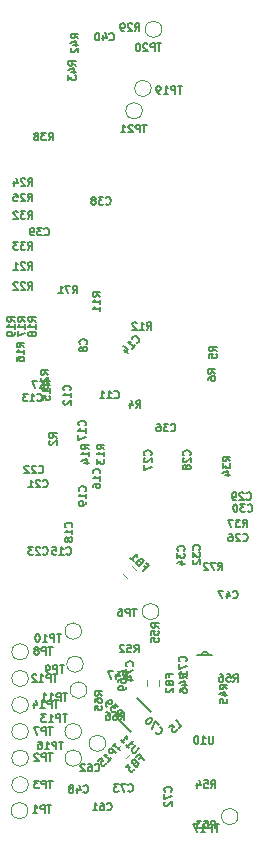
<source format=gbr>
%TF.GenerationSoftware,KiCad,Pcbnew,8.0.6*%
%TF.CreationDate,2024-11-25T22:35:05+01:00*%
%TF.ProjectId,M2SmartHome,4d32536d-6172-4744-986f-6d652e6b6963,rev?*%
%TF.SameCoordinates,Original*%
%TF.FileFunction,Legend,Bot*%
%TF.FilePolarity,Positive*%
%FSLAX46Y46*%
G04 Gerber Fmt 4.6, Leading zero omitted, Abs format (unit mm)*
G04 Created by KiCad (PCBNEW 8.0.6) date 2024-11-25 22:35:05*
%MOMM*%
%LPD*%
G01*
G04 APERTURE LIST*
%ADD10C,0.150000*%
%ADD11C,0.120000*%
%ADD12C,0.152400*%
%ADD13C,0.127000*%
%ADD14C,0.200000*%
G04 APERTURE END LIST*
D10*
X92074166Y-124593276D02*
X92287500Y-124288514D01*
X92439881Y-124593276D02*
X92439881Y-123953276D01*
X92439881Y-123953276D02*
X92196071Y-123953276D01*
X92196071Y-123953276D02*
X92135119Y-123983752D01*
X92135119Y-123983752D02*
X92104642Y-124014228D01*
X92104642Y-124014228D02*
X92074166Y-124075180D01*
X92074166Y-124075180D02*
X92074166Y-124166609D01*
X92074166Y-124166609D02*
X92104642Y-124227561D01*
X92104642Y-124227561D02*
X92135119Y-124258038D01*
X92135119Y-124258038D02*
X92196071Y-124288514D01*
X92196071Y-124288514D02*
X92439881Y-124288514D01*
X91525595Y-124166609D02*
X91525595Y-124593276D01*
X91677976Y-123922800D02*
X91830357Y-124379942D01*
X91830357Y-124379942D02*
X91434166Y-124379942D01*
X96388276Y-147496071D02*
X96083514Y-147282737D01*
X96388276Y-147130356D02*
X95748276Y-147130356D01*
X95748276Y-147130356D02*
X95748276Y-147374166D01*
X95748276Y-147374166D02*
X95778752Y-147435118D01*
X95778752Y-147435118D02*
X95809228Y-147465595D01*
X95809228Y-147465595D02*
X95870180Y-147496071D01*
X95870180Y-147496071D02*
X95961609Y-147496071D01*
X95961609Y-147496071D02*
X96022561Y-147465595D01*
X96022561Y-147465595D02*
X96053038Y-147435118D01*
X96053038Y-147435118D02*
X96083514Y-147374166D01*
X96083514Y-147374166D02*
X96083514Y-147130356D01*
X95961609Y-148044642D02*
X96388276Y-148044642D01*
X95717800Y-147892261D02*
X96174942Y-147739880D01*
X96174942Y-147739880D02*
X96174942Y-148136071D01*
X95748276Y-148654166D02*
X95748276Y-148532261D01*
X95748276Y-148532261D02*
X95778752Y-148471309D01*
X95778752Y-148471309D02*
X95809228Y-148440833D01*
X95809228Y-148440833D02*
X95900657Y-148379880D01*
X95900657Y-148379880D02*
X96022561Y-148349404D01*
X96022561Y-148349404D02*
X96266371Y-148349404D01*
X96266371Y-148349404D02*
X96327323Y-148379880D01*
X96327323Y-148379880D02*
X96357800Y-148410357D01*
X96357800Y-148410357D02*
X96388276Y-148471309D01*
X96388276Y-148471309D02*
X96388276Y-148593214D01*
X96388276Y-148593214D02*
X96357800Y-148654166D01*
X96357800Y-148654166D02*
X96327323Y-148684642D01*
X96327323Y-148684642D02*
X96266371Y-148715119D01*
X96266371Y-148715119D02*
X96113990Y-148715119D01*
X96113990Y-148715119D02*
X96053038Y-148684642D01*
X96053038Y-148684642D02*
X96022561Y-148654166D01*
X96022561Y-148654166D02*
X95992085Y-148593214D01*
X95992085Y-148593214D02*
X95992085Y-148471309D01*
X95992085Y-148471309D02*
X96022561Y-148410357D01*
X96022561Y-148410357D02*
X96053038Y-148379880D01*
X96053038Y-148379880D02*
X96113990Y-148349404D01*
X96127323Y-136696071D02*
X96157800Y-136665595D01*
X96157800Y-136665595D02*
X96188276Y-136574166D01*
X96188276Y-136574166D02*
X96188276Y-136513214D01*
X96188276Y-136513214D02*
X96157800Y-136421785D01*
X96157800Y-136421785D02*
X96096847Y-136360833D01*
X96096847Y-136360833D02*
X96035895Y-136330356D01*
X96035895Y-136330356D02*
X95913990Y-136299880D01*
X95913990Y-136299880D02*
X95822561Y-136299880D01*
X95822561Y-136299880D02*
X95700657Y-136330356D01*
X95700657Y-136330356D02*
X95639704Y-136360833D01*
X95639704Y-136360833D02*
X95578752Y-136421785D01*
X95578752Y-136421785D02*
X95548276Y-136513214D01*
X95548276Y-136513214D02*
X95548276Y-136574166D01*
X95548276Y-136574166D02*
X95578752Y-136665595D01*
X95578752Y-136665595D02*
X95609228Y-136696071D01*
X95548276Y-136909404D02*
X95548276Y-137305595D01*
X95548276Y-137305595D02*
X95792085Y-137092261D01*
X95792085Y-137092261D02*
X95792085Y-137183690D01*
X95792085Y-137183690D02*
X95822561Y-137244642D01*
X95822561Y-137244642D02*
X95853038Y-137275118D01*
X95853038Y-137275118D02*
X95913990Y-137305595D01*
X95913990Y-137305595D02*
X96066371Y-137305595D01*
X96066371Y-137305595D02*
X96127323Y-137275118D01*
X96127323Y-137275118D02*
X96157800Y-137244642D01*
X96157800Y-137244642D02*
X96188276Y-137183690D01*
X96188276Y-137183690D02*
X96188276Y-137000833D01*
X96188276Y-137000833D02*
X96157800Y-136939880D01*
X96157800Y-136939880D02*
X96127323Y-136909404D01*
X95761609Y-137854166D02*
X96188276Y-137854166D01*
X95517800Y-137701785D02*
X95974942Y-137549404D01*
X95974942Y-137549404D02*
X95974942Y-137945595D01*
X81788276Y-117296071D02*
X81483514Y-117082737D01*
X81788276Y-116930356D02*
X81148276Y-116930356D01*
X81148276Y-116930356D02*
X81148276Y-117174166D01*
X81148276Y-117174166D02*
X81178752Y-117235118D01*
X81178752Y-117235118D02*
X81209228Y-117265595D01*
X81209228Y-117265595D02*
X81270180Y-117296071D01*
X81270180Y-117296071D02*
X81361609Y-117296071D01*
X81361609Y-117296071D02*
X81422561Y-117265595D01*
X81422561Y-117265595D02*
X81453038Y-117235118D01*
X81453038Y-117235118D02*
X81483514Y-117174166D01*
X81483514Y-117174166D02*
X81483514Y-116930356D01*
X81788276Y-117905595D02*
X81788276Y-117539880D01*
X81788276Y-117722737D02*
X81148276Y-117722737D01*
X81148276Y-117722737D02*
X81239704Y-117661785D01*
X81239704Y-117661785D02*
X81300657Y-117600833D01*
X81300657Y-117600833D02*
X81331133Y-117539880D01*
X81788276Y-118210357D02*
X81788276Y-118332261D01*
X81788276Y-118332261D02*
X81757800Y-118393214D01*
X81757800Y-118393214D02*
X81727323Y-118423690D01*
X81727323Y-118423690D02*
X81635895Y-118484642D01*
X81635895Y-118484642D02*
X81513990Y-118515119D01*
X81513990Y-118515119D02*
X81270180Y-118515119D01*
X81270180Y-118515119D02*
X81209228Y-118484642D01*
X81209228Y-118484642D02*
X81178752Y-118454166D01*
X81178752Y-118454166D02*
X81148276Y-118393214D01*
X81148276Y-118393214D02*
X81148276Y-118271309D01*
X81148276Y-118271309D02*
X81178752Y-118210357D01*
X81178752Y-118210357D02*
X81209228Y-118179880D01*
X81209228Y-118179880D02*
X81270180Y-118149404D01*
X81270180Y-118149404D02*
X81422561Y-118149404D01*
X81422561Y-118149404D02*
X81483514Y-118179880D01*
X81483514Y-118179880D02*
X81513990Y-118210357D01*
X81513990Y-118210357D02*
X81544466Y-118271309D01*
X81544466Y-118271309D02*
X81544466Y-118393214D01*
X81544466Y-118393214D02*
X81513990Y-118454166D01*
X81513990Y-118454166D02*
X81483514Y-118484642D01*
X81483514Y-118484642D02*
X81422561Y-118515119D01*
X99112380Y-159855776D02*
X98746666Y-159855776D01*
X98929523Y-160495776D02*
X98929523Y-159855776D01*
X98533333Y-160495776D02*
X98533333Y-159855776D01*
X98533333Y-159855776D02*
X98289523Y-159855776D01*
X98289523Y-159855776D02*
X98228571Y-159886252D01*
X98228571Y-159886252D02*
X98198094Y-159916728D01*
X98198094Y-159916728D02*
X98167618Y-159977680D01*
X98167618Y-159977680D02*
X98167618Y-160069109D01*
X98167618Y-160069109D02*
X98198094Y-160130061D01*
X98198094Y-160130061D02*
X98228571Y-160160538D01*
X98228571Y-160160538D02*
X98289523Y-160191014D01*
X98289523Y-160191014D02*
X98533333Y-160191014D01*
X97558094Y-160495776D02*
X97923809Y-160495776D01*
X97740952Y-160495776D02*
X97740952Y-159855776D01*
X97740952Y-159855776D02*
X97801904Y-159947204D01*
X97801904Y-159947204D02*
X97862856Y-160008157D01*
X97862856Y-160008157D02*
X97923809Y-160038633D01*
X97344761Y-159855776D02*
X96918094Y-159855776D01*
X96918094Y-159855776D02*
X97192380Y-160495776D01*
X86179428Y-136970923D02*
X86209904Y-137001400D01*
X86209904Y-137001400D02*
X86301333Y-137031876D01*
X86301333Y-137031876D02*
X86362285Y-137031876D01*
X86362285Y-137031876D02*
X86453714Y-137001400D01*
X86453714Y-137001400D02*
X86514666Y-136940447D01*
X86514666Y-136940447D02*
X86545143Y-136879495D01*
X86545143Y-136879495D02*
X86575619Y-136757590D01*
X86575619Y-136757590D02*
X86575619Y-136666161D01*
X86575619Y-136666161D02*
X86545143Y-136544257D01*
X86545143Y-136544257D02*
X86514666Y-136483304D01*
X86514666Y-136483304D02*
X86453714Y-136422352D01*
X86453714Y-136422352D02*
X86362285Y-136391876D01*
X86362285Y-136391876D02*
X86301333Y-136391876D01*
X86301333Y-136391876D02*
X86209904Y-136422352D01*
X86209904Y-136422352D02*
X86179428Y-136452828D01*
X85569904Y-137031876D02*
X85935619Y-137031876D01*
X85752762Y-137031876D02*
X85752762Y-136391876D01*
X85752762Y-136391876D02*
X85813714Y-136483304D01*
X85813714Y-136483304D02*
X85874666Y-136544257D01*
X85874666Y-136544257D02*
X85935619Y-136574733D01*
X84990857Y-136391876D02*
X85295619Y-136391876D01*
X85295619Y-136391876D02*
X85326095Y-136696638D01*
X85326095Y-136696638D02*
X85295619Y-136666161D01*
X85295619Y-136666161D02*
X85234666Y-136635685D01*
X85234666Y-136635685D02*
X85082285Y-136635685D01*
X85082285Y-136635685D02*
X85021333Y-136666161D01*
X85021333Y-136666161D02*
X84990857Y-136696638D01*
X84990857Y-136696638D02*
X84960380Y-136757590D01*
X84960380Y-136757590D02*
X84960380Y-136909971D01*
X84960380Y-136909971D02*
X84990857Y-136970923D01*
X84990857Y-136970923D02*
X85021333Y-137001400D01*
X85021333Y-137001400D02*
X85082285Y-137031876D01*
X85082285Y-137031876D02*
X85234666Y-137031876D01*
X85234666Y-137031876D02*
X85295619Y-137001400D01*
X85295619Y-137001400D02*
X85326095Y-136970923D01*
X89611428Y-158627323D02*
X89641904Y-158657800D01*
X89641904Y-158657800D02*
X89733333Y-158688276D01*
X89733333Y-158688276D02*
X89794285Y-158688276D01*
X89794285Y-158688276D02*
X89885714Y-158657800D01*
X89885714Y-158657800D02*
X89946666Y-158596847D01*
X89946666Y-158596847D02*
X89977143Y-158535895D01*
X89977143Y-158535895D02*
X90007619Y-158413990D01*
X90007619Y-158413990D02*
X90007619Y-158322561D01*
X90007619Y-158322561D02*
X89977143Y-158200657D01*
X89977143Y-158200657D02*
X89946666Y-158139704D01*
X89946666Y-158139704D02*
X89885714Y-158078752D01*
X89885714Y-158078752D02*
X89794285Y-158048276D01*
X89794285Y-158048276D02*
X89733333Y-158048276D01*
X89733333Y-158048276D02*
X89641904Y-158078752D01*
X89641904Y-158078752D02*
X89611428Y-158109228D01*
X89062857Y-158048276D02*
X89184762Y-158048276D01*
X89184762Y-158048276D02*
X89245714Y-158078752D01*
X89245714Y-158078752D02*
X89276190Y-158109228D01*
X89276190Y-158109228D02*
X89337143Y-158200657D01*
X89337143Y-158200657D02*
X89367619Y-158322561D01*
X89367619Y-158322561D02*
X89367619Y-158566371D01*
X89367619Y-158566371D02*
X89337143Y-158627323D01*
X89337143Y-158627323D02*
X89306666Y-158657800D01*
X89306666Y-158657800D02*
X89245714Y-158688276D01*
X89245714Y-158688276D02*
X89123809Y-158688276D01*
X89123809Y-158688276D02*
X89062857Y-158657800D01*
X89062857Y-158657800D02*
X89032381Y-158627323D01*
X89032381Y-158627323D02*
X89001904Y-158566371D01*
X89001904Y-158566371D02*
X89001904Y-158413990D01*
X89001904Y-158413990D02*
X89032381Y-158353038D01*
X89032381Y-158353038D02*
X89062857Y-158322561D01*
X89062857Y-158322561D02*
X89123809Y-158292085D01*
X89123809Y-158292085D02*
X89245714Y-158292085D01*
X89245714Y-158292085D02*
X89306666Y-158322561D01*
X89306666Y-158322561D02*
X89337143Y-158353038D01*
X89337143Y-158353038D02*
X89367619Y-158413990D01*
X88392380Y-158688276D02*
X88758095Y-158688276D01*
X88575238Y-158688276D02*
X88575238Y-158048276D01*
X88575238Y-158048276D02*
X88636190Y-158139704D01*
X88636190Y-158139704D02*
X88697142Y-158200657D01*
X88697142Y-158200657D02*
X88758095Y-158231133D01*
X84661428Y-101938276D02*
X84874762Y-101633514D01*
X85027143Y-101938276D02*
X85027143Y-101298276D01*
X85027143Y-101298276D02*
X84783333Y-101298276D01*
X84783333Y-101298276D02*
X84722381Y-101328752D01*
X84722381Y-101328752D02*
X84691904Y-101359228D01*
X84691904Y-101359228D02*
X84661428Y-101420180D01*
X84661428Y-101420180D02*
X84661428Y-101511609D01*
X84661428Y-101511609D02*
X84691904Y-101572561D01*
X84691904Y-101572561D02*
X84722381Y-101603038D01*
X84722381Y-101603038D02*
X84783333Y-101633514D01*
X84783333Y-101633514D02*
X85027143Y-101633514D01*
X84448095Y-101298276D02*
X84051904Y-101298276D01*
X84051904Y-101298276D02*
X84265238Y-101542085D01*
X84265238Y-101542085D02*
X84173809Y-101542085D01*
X84173809Y-101542085D02*
X84112857Y-101572561D01*
X84112857Y-101572561D02*
X84082381Y-101603038D01*
X84082381Y-101603038D02*
X84051904Y-101663990D01*
X84051904Y-101663990D02*
X84051904Y-101816371D01*
X84051904Y-101816371D02*
X84082381Y-101877323D01*
X84082381Y-101877323D02*
X84112857Y-101907800D01*
X84112857Y-101907800D02*
X84173809Y-101938276D01*
X84173809Y-101938276D02*
X84356666Y-101938276D01*
X84356666Y-101938276D02*
X84417619Y-101907800D01*
X84417619Y-101907800D02*
X84448095Y-101877323D01*
X83686190Y-101572561D02*
X83747142Y-101542085D01*
X83747142Y-101542085D02*
X83777619Y-101511609D01*
X83777619Y-101511609D02*
X83808095Y-101450657D01*
X83808095Y-101450657D02*
X83808095Y-101420180D01*
X83808095Y-101420180D02*
X83777619Y-101359228D01*
X83777619Y-101359228D02*
X83747142Y-101328752D01*
X83747142Y-101328752D02*
X83686190Y-101298276D01*
X83686190Y-101298276D02*
X83564285Y-101298276D01*
X83564285Y-101298276D02*
X83503333Y-101328752D01*
X83503333Y-101328752D02*
X83472857Y-101359228D01*
X83472857Y-101359228D02*
X83442380Y-101420180D01*
X83442380Y-101420180D02*
X83442380Y-101450657D01*
X83442380Y-101450657D02*
X83472857Y-101511609D01*
X83472857Y-101511609D02*
X83503333Y-101542085D01*
X83503333Y-101542085D02*
X83564285Y-101572561D01*
X83564285Y-101572561D02*
X83686190Y-101572561D01*
X83686190Y-101572561D02*
X83747142Y-101603038D01*
X83747142Y-101603038D02*
X83777619Y-101633514D01*
X83777619Y-101633514D02*
X83808095Y-101694466D01*
X83808095Y-101694466D02*
X83808095Y-101816371D01*
X83808095Y-101816371D02*
X83777619Y-101877323D01*
X83777619Y-101877323D02*
X83747142Y-101907800D01*
X83747142Y-101907800D02*
X83686190Y-101938276D01*
X83686190Y-101938276D02*
X83564285Y-101938276D01*
X83564285Y-101938276D02*
X83503333Y-101907800D01*
X83503333Y-101907800D02*
X83472857Y-101877323D01*
X83472857Y-101877323D02*
X83442380Y-101816371D01*
X83442380Y-101816371D02*
X83442380Y-101694466D01*
X83442380Y-101694466D02*
X83472857Y-101633514D01*
X83472857Y-101633514D02*
X83503333Y-101603038D01*
X83503333Y-101603038D02*
X83564285Y-101572561D01*
X93718145Y-152011734D02*
X93718145Y-152054834D01*
X93718145Y-152054834D02*
X93761245Y-152141033D01*
X93761245Y-152141033D02*
X93804345Y-152184133D01*
X93804345Y-152184133D02*
X93890545Y-152227233D01*
X93890545Y-152227233D02*
X93976744Y-152227233D01*
X93976744Y-152227233D02*
X94041394Y-152205683D01*
X94041394Y-152205683D02*
X94149144Y-152141033D01*
X94149144Y-152141033D02*
X94213794Y-152076384D01*
X94213794Y-152076384D02*
X94278443Y-151968634D01*
X94278443Y-151968634D02*
X94299993Y-151903984D01*
X94299993Y-151903984D02*
X94299993Y-151817784D01*
X94299993Y-151817784D02*
X94256893Y-151731585D01*
X94256893Y-151731585D02*
X94213794Y-151688485D01*
X94213794Y-151688485D02*
X94127594Y-151645385D01*
X94127594Y-151645385D02*
X94084494Y-151645385D01*
X93976744Y-151451436D02*
X93675046Y-151149737D01*
X93675046Y-151149737D02*
X93416446Y-151796235D01*
X93416446Y-150891138D02*
X93373346Y-150848038D01*
X93373346Y-150848038D02*
X93308697Y-150826488D01*
X93308697Y-150826488D02*
X93265597Y-150826488D01*
X93265597Y-150826488D02*
X93200947Y-150848038D01*
X93200947Y-150848038D02*
X93093198Y-150912688D01*
X93093198Y-150912688D02*
X92985448Y-151020437D01*
X92985448Y-151020437D02*
X92920798Y-151128187D01*
X92920798Y-151128187D02*
X92899248Y-151192837D01*
X92899248Y-151192837D02*
X92899248Y-151235936D01*
X92899248Y-151235936D02*
X92920798Y-151300586D01*
X92920798Y-151300586D02*
X92963898Y-151343686D01*
X92963898Y-151343686D02*
X93028548Y-151365236D01*
X93028548Y-151365236D02*
X93071648Y-151365236D01*
X93071648Y-151365236D02*
X93136297Y-151343686D01*
X93136297Y-151343686D02*
X93244047Y-151279036D01*
X93244047Y-151279036D02*
X93351797Y-151171287D01*
X93351797Y-151171287D02*
X93416446Y-151063537D01*
X93416446Y-151063537D02*
X93437996Y-150998887D01*
X93437996Y-150998887D02*
X93437996Y-150955788D01*
X93437996Y-150955788D02*
X93416446Y-150891138D01*
X85007618Y-156155776D02*
X84641904Y-156155776D01*
X84824761Y-156795776D02*
X84824761Y-156155776D01*
X84428571Y-156795776D02*
X84428571Y-156155776D01*
X84428571Y-156155776D02*
X84184761Y-156155776D01*
X84184761Y-156155776D02*
X84123809Y-156186252D01*
X84123809Y-156186252D02*
X84093332Y-156216728D01*
X84093332Y-156216728D02*
X84062856Y-156277680D01*
X84062856Y-156277680D02*
X84062856Y-156369109D01*
X84062856Y-156369109D02*
X84093332Y-156430061D01*
X84093332Y-156430061D02*
X84123809Y-156460538D01*
X84123809Y-156460538D02*
X84184761Y-156491014D01*
X84184761Y-156491014D02*
X84428571Y-156491014D01*
X83849523Y-156155776D02*
X83453332Y-156155776D01*
X83453332Y-156155776D02*
X83666666Y-156399585D01*
X83666666Y-156399585D02*
X83575237Y-156399585D01*
X83575237Y-156399585D02*
X83514285Y-156430061D01*
X83514285Y-156430061D02*
X83483809Y-156460538D01*
X83483809Y-156460538D02*
X83453332Y-156521490D01*
X83453332Y-156521490D02*
X83453332Y-156673871D01*
X83453332Y-156673871D02*
X83483809Y-156734823D01*
X83483809Y-156734823D02*
X83514285Y-156765300D01*
X83514285Y-156765300D02*
X83575237Y-156795776D01*
X83575237Y-156795776D02*
X83758094Y-156795776D01*
X83758094Y-156795776D02*
X83819047Y-156765300D01*
X83819047Y-156765300D02*
X83849523Y-156734823D01*
X92355079Y-154308332D02*
X92505928Y-154157483D01*
X92742977Y-154394532D02*
X92290429Y-153941984D01*
X92290429Y-153941984D02*
X92074930Y-154157483D01*
X91967180Y-154696231D02*
X91924080Y-154782430D01*
X91924080Y-154782430D02*
X91924080Y-154825530D01*
X91924080Y-154825530D02*
X91945630Y-154890180D01*
X91945630Y-154890180D02*
X92010280Y-154954830D01*
X92010280Y-154954830D02*
X92074930Y-154976379D01*
X92074930Y-154976379D02*
X92118030Y-154976379D01*
X92118030Y-154976379D02*
X92182680Y-154954830D01*
X92182680Y-154954830D02*
X92355079Y-154782430D01*
X92355079Y-154782430D02*
X91902531Y-154329882D01*
X91902531Y-154329882D02*
X91751681Y-154480731D01*
X91751681Y-154480731D02*
X91730131Y-154545381D01*
X91730131Y-154545381D02*
X91730131Y-154588481D01*
X91730131Y-154588481D02*
X91751681Y-154653131D01*
X91751681Y-154653131D02*
X91794781Y-154696231D01*
X91794781Y-154696231D02*
X91859431Y-154717780D01*
X91859431Y-154717780D02*
X91902531Y-154717780D01*
X91902531Y-154717780D02*
X91967180Y-154696231D01*
X91967180Y-154696231D02*
X92118030Y-154545381D01*
X91493082Y-154739330D02*
X91212933Y-155019479D01*
X91212933Y-155019479D02*
X91536182Y-155041029D01*
X91536182Y-155041029D02*
X91471532Y-155105679D01*
X91471532Y-155105679D02*
X91449982Y-155170329D01*
X91449982Y-155170329D02*
X91449982Y-155213429D01*
X91449982Y-155213429D02*
X91471532Y-155278078D01*
X91471532Y-155278078D02*
X91579282Y-155385828D01*
X91579282Y-155385828D02*
X91643932Y-155407378D01*
X91643932Y-155407378D02*
X91687031Y-155407378D01*
X91687031Y-155407378D02*
X91751681Y-155385828D01*
X91751681Y-155385828D02*
X91880981Y-155256528D01*
X91880981Y-155256528D02*
X91902531Y-155191879D01*
X91902531Y-155191879D02*
X91902531Y-155148779D01*
X89200953Y-148956733D02*
X88896191Y-148743399D01*
X89200953Y-148591018D02*
X88560953Y-148591018D01*
X88560953Y-148591018D02*
X88560953Y-148834828D01*
X88560953Y-148834828D02*
X88591429Y-148895780D01*
X88591429Y-148895780D02*
X88621905Y-148926257D01*
X88621905Y-148926257D02*
X88682857Y-148956733D01*
X88682857Y-148956733D02*
X88774286Y-148956733D01*
X88774286Y-148956733D02*
X88835238Y-148926257D01*
X88835238Y-148926257D02*
X88865715Y-148895780D01*
X88865715Y-148895780D02*
X88896191Y-148834828D01*
X88896191Y-148834828D02*
X88896191Y-148591018D01*
X88560953Y-149505304D02*
X88560953Y-149383399D01*
X88560953Y-149383399D02*
X88591429Y-149322447D01*
X88591429Y-149322447D02*
X88621905Y-149291971D01*
X88621905Y-149291971D02*
X88713334Y-149231018D01*
X88713334Y-149231018D02*
X88835238Y-149200542D01*
X88835238Y-149200542D02*
X89079048Y-149200542D01*
X89079048Y-149200542D02*
X89140000Y-149231018D01*
X89140000Y-149231018D02*
X89170477Y-149261495D01*
X89170477Y-149261495D02*
X89200953Y-149322447D01*
X89200953Y-149322447D02*
X89200953Y-149444352D01*
X89200953Y-149444352D02*
X89170477Y-149505304D01*
X89170477Y-149505304D02*
X89140000Y-149535780D01*
X89140000Y-149535780D02*
X89079048Y-149566257D01*
X89079048Y-149566257D02*
X88926667Y-149566257D01*
X88926667Y-149566257D02*
X88865715Y-149535780D01*
X88865715Y-149535780D02*
X88835238Y-149505304D01*
X88835238Y-149505304D02*
X88804762Y-149444352D01*
X88804762Y-149444352D02*
X88804762Y-149322447D01*
X88804762Y-149322447D02*
X88835238Y-149261495D01*
X88835238Y-149261495D02*
X88865715Y-149231018D01*
X88865715Y-149231018D02*
X88926667Y-149200542D01*
X88560953Y-150145304D02*
X88560953Y-149840542D01*
X88560953Y-149840542D02*
X88865715Y-149810066D01*
X88865715Y-149810066D02*
X88835238Y-149840542D01*
X88835238Y-149840542D02*
X88804762Y-149901495D01*
X88804762Y-149901495D02*
X88804762Y-150053876D01*
X88804762Y-150053876D02*
X88835238Y-150114828D01*
X88835238Y-150114828D02*
X88865715Y-150145304D01*
X88865715Y-150145304D02*
X88926667Y-150175781D01*
X88926667Y-150175781D02*
X89079048Y-150175781D01*
X89079048Y-150175781D02*
X89140000Y-150145304D01*
X89140000Y-150145304D02*
X89170477Y-150114828D01*
X89170477Y-150114828D02*
X89200953Y-150053876D01*
X89200953Y-150053876D02*
X89200953Y-149901495D01*
X89200953Y-149901495D02*
X89170477Y-149840542D01*
X89170477Y-149840542D02*
X89140000Y-149810066D01*
X100044676Y-129096071D02*
X99739914Y-128882737D01*
X100044676Y-128730356D02*
X99404676Y-128730356D01*
X99404676Y-128730356D02*
X99404676Y-128974166D01*
X99404676Y-128974166D02*
X99435152Y-129035118D01*
X99435152Y-129035118D02*
X99465628Y-129065595D01*
X99465628Y-129065595D02*
X99526580Y-129096071D01*
X99526580Y-129096071D02*
X99618009Y-129096071D01*
X99618009Y-129096071D02*
X99678961Y-129065595D01*
X99678961Y-129065595D02*
X99709438Y-129035118D01*
X99709438Y-129035118D02*
X99739914Y-128974166D01*
X99739914Y-128974166D02*
X99739914Y-128730356D01*
X99404676Y-129309404D02*
X99404676Y-129705595D01*
X99404676Y-129705595D02*
X99648485Y-129492261D01*
X99648485Y-129492261D02*
X99648485Y-129583690D01*
X99648485Y-129583690D02*
X99678961Y-129644642D01*
X99678961Y-129644642D02*
X99709438Y-129675118D01*
X99709438Y-129675118D02*
X99770390Y-129705595D01*
X99770390Y-129705595D02*
X99922771Y-129705595D01*
X99922771Y-129705595D02*
X99983723Y-129675118D01*
X99983723Y-129675118D02*
X100014200Y-129644642D01*
X100014200Y-129644642D02*
X100044676Y-129583690D01*
X100044676Y-129583690D02*
X100044676Y-129400833D01*
X100044676Y-129400833D02*
X100014200Y-129339880D01*
X100014200Y-129339880D02*
X99983723Y-129309404D01*
X99618009Y-130254166D02*
X100044676Y-130254166D01*
X99374200Y-130101785D02*
X99831342Y-129949404D01*
X99831342Y-129949404D02*
X99831342Y-130345595D01*
X93327323Y-128596071D02*
X93357800Y-128565595D01*
X93357800Y-128565595D02*
X93388276Y-128474166D01*
X93388276Y-128474166D02*
X93388276Y-128413214D01*
X93388276Y-128413214D02*
X93357800Y-128321785D01*
X93357800Y-128321785D02*
X93296847Y-128260833D01*
X93296847Y-128260833D02*
X93235895Y-128230356D01*
X93235895Y-128230356D02*
X93113990Y-128199880D01*
X93113990Y-128199880D02*
X93022561Y-128199880D01*
X93022561Y-128199880D02*
X92900657Y-128230356D01*
X92900657Y-128230356D02*
X92839704Y-128260833D01*
X92839704Y-128260833D02*
X92778752Y-128321785D01*
X92778752Y-128321785D02*
X92748276Y-128413214D01*
X92748276Y-128413214D02*
X92748276Y-128474166D01*
X92748276Y-128474166D02*
X92778752Y-128565595D01*
X92778752Y-128565595D02*
X92809228Y-128596071D01*
X92809228Y-128839880D02*
X92778752Y-128870356D01*
X92778752Y-128870356D02*
X92748276Y-128931309D01*
X92748276Y-128931309D02*
X92748276Y-129083690D01*
X92748276Y-129083690D02*
X92778752Y-129144642D01*
X92778752Y-129144642D02*
X92809228Y-129175118D01*
X92809228Y-129175118D02*
X92870180Y-129205595D01*
X92870180Y-129205595D02*
X92931133Y-129205595D01*
X92931133Y-129205595D02*
X93022561Y-129175118D01*
X93022561Y-129175118D02*
X93388276Y-128809404D01*
X93388276Y-128809404D02*
X93388276Y-129205595D01*
X92748276Y-129418928D02*
X92748276Y-129845595D01*
X92748276Y-129845595D02*
X93388276Y-129571309D01*
X92758858Y-137995388D02*
X92909707Y-138146237D01*
X92672658Y-138383286D02*
X93125206Y-137930738D01*
X93125206Y-137930738D02*
X92909707Y-137715239D01*
X92370959Y-137607489D02*
X92284760Y-137564389D01*
X92284760Y-137564389D02*
X92241660Y-137564389D01*
X92241660Y-137564389D02*
X92177010Y-137585939D01*
X92177010Y-137585939D02*
X92112360Y-137650589D01*
X92112360Y-137650589D02*
X92090811Y-137715239D01*
X92090811Y-137715239D02*
X92090811Y-137758339D01*
X92090811Y-137758339D02*
X92112360Y-137822989D01*
X92112360Y-137822989D02*
X92284760Y-137995388D01*
X92284760Y-137995388D02*
X92737308Y-137542840D01*
X92737308Y-137542840D02*
X92586459Y-137391990D01*
X92586459Y-137391990D02*
X92521809Y-137370440D01*
X92521809Y-137370440D02*
X92478709Y-137370440D01*
X92478709Y-137370440D02*
X92414059Y-137391990D01*
X92414059Y-137391990D02*
X92370959Y-137435090D01*
X92370959Y-137435090D02*
X92349410Y-137499740D01*
X92349410Y-137499740D02*
X92349410Y-137542840D01*
X92349410Y-137542840D02*
X92370959Y-137607489D01*
X92370959Y-137607489D02*
X92521809Y-137758339D01*
X91595162Y-137305790D02*
X91853761Y-137564389D01*
X91724462Y-137435090D02*
X92177010Y-136982542D01*
X92177010Y-136982542D02*
X92155460Y-137090291D01*
X92155460Y-137090291D02*
X92155460Y-137176491D01*
X92155460Y-137176491D02*
X92177010Y-137241141D01*
X82911428Y-108595776D02*
X83124762Y-108291014D01*
X83277143Y-108595776D02*
X83277143Y-107955776D01*
X83277143Y-107955776D02*
X83033333Y-107955776D01*
X83033333Y-107955776D02*
X82972381Y-107986252D01*
X82972381Y-107986252D02*
X82941904Y-108016728D01*
X82941904Y-108016728D02*
X82911428Y-108077680D01*
X82911428Y-108077680D02*
X82911428Y-108169109D01*
X82911428Y-108169109D02*
X82941904Y-108230061D01*
X82941904Y-108230061D02*
X82972381Y-108260538D01*
X82972381Y-108260538D02*
X83033333Y-108291014D01*
X83033333Y-108291014D02*
X83277143Y-108291014D01*
X82698095Y-107955776D02*
X82301904Y-107955776D01*
X82301904Y-107955776D02*
X82515238Y-108199585D01*
X82515238Y-108199585D02*
X82423809Y-108199585D01*
X82423809Y-108199585D02*
X82362857Y-108230061D01*
X82362857Y-108230061D02*
X82332381Y-108260538D01*
X82332381Y-108260538D02*
X82301904Y-108321490D01*
X82301904Y-108321490D02*
X82301904Y-108473871D01*
X82301904Y-108473871D02*
X82332381Y-108534823D01*
X82332381Y-108534823D02*
X82362857Y-108565300D01*
X82362857Y-108565300D02*
X82423809Y-108595776D01*
X82423809Y-108595776D02*
X82606666Y-108595776D01*
X82606666Y-108595776D02*
X82667619Y-108565300D01*
X82667619Y-108565300D02*
X82698095Y-108534823D01*
X82058095Y-108016728D02*
X82027619Y-107986252D01*
X82027619Y-107986252D02*
X81966666Y-107955776D01*
X81966666Y-107955776D02*
X81814285Y-107955776D01*
X81814285Y-107955776D02*
X81753333Y-107986252D01*
X81753333Y-107986252D02*
X81722857Y-108016728D01*
X81722857Y-108016728D02*
X81692380Y-108077680D01*
X81692380Y-108077680D02*
X81692380Y-108138633D01*
X81692380Y-108138633D02*
X81722857Y-108230061D01*
X81722857Y-108230061D02*
X82088571Y-108595776D01*
X82088571Y-108595776D02*
X81692380Y-108595776D01*
X87759823Y-126093571D02*
X87790300Y-126063095D01*
X87790300Y-126063095D02*
X87820776Y-125971666D01*
X87820776Y-125971666D02*
X87820776Y-125910714D01*
X87820776Y-125910714D02*
X87790300Y-125819285D01*
X87790300Y-125819285D02*
X87729347Y-125758333D01*
X87729347Y-125758333D02*
X87668395Y-125727856D01*
X87668395Y-125727856D02*
X87546490Y-125697380D01*
X87546490Y-125697380D02*
X87455061Y-125697380D01*
X87455061Y-125697380D02*
X87333157Y-125727856D01*
X87333157Y-125727856D02*
X87272204Y-125758333D01*
X87272204Y-125758333D02*
X87211252Y-125819285D01*
X87211252Y-125819285D02*
X87180776Y-125910714D01*
X87180776Y-125910714D02*
X87180776Y-125971666D01*
X87180776Y-125971666D02*
X87211252Y-126063095D01*
X87211252Y-126063095D02*
X87241728Y-126093571D01*
X87820776Y-126703095D02*
X87820776Y-126337380D01*
X87820776Y-126520237D02*
X87180776Y-126520237D01*
X87180776Y-126520237D02*
X87272204Y-126459285D01*
X87272204Y-126459285D02*
X87333157Y-126398333D01*
X87333157Y-126398333D02*
X87363633Y-126337380D01*
X87180776Y-126916428D02*
X87180776Y-127343095D01*
X87180776Y-127343095D02*
X87820776Y-127068809D01*
X82911428Y-105795776D02*
X83124762Y-105491014D01*
X83277143Y-105795776D02*
X83277143Y-105155776D01*
X83277143Y-105155776D02*
X83033333Y-105155776D01*
X83033333Y-105155776D02*
X82972381Y-105186252D01*
X82972381Y-105186252D02*
X82941904Y-105216728D01*
X82941904Y-105216728D02*
X82911428Y-105277680D01*
X82911428Y-105277680D02*
X82911428Y-105369109D01*
X82911428Y-105369109D02*
X82941904Y-105430061D01*
X82941904Y-105430061D02*
X82972381Y-105460538D01*
X82972381Y-105460538D02*
X83033333Y-105491014D01*
X83033333Y-105491014D02*
X83277143Y-105491014D01*
X82667619Y-105216728D02*
X82637143Y-105186252D01*
X82637143Y-105186252D02*
X82576190Y-105155776D01*
X82576190Y-105155776D02*
X82423809Y-105155776D01*
X82423809Y-105155776D02*
X82362857Y-105186252D01*
X82362857Y-105186252D02*
X82332381Y-105216728D01*
X82332381Y-105216728D02*
X82301904Y-105277680D01*
X82301904Y-105277680D02*
X82301904Y-105338633D01*
X82301904Y-105338633D02*
X82332381Y-105430061D01*
X82332381Y-105430061D02*
X82698095Y-105795776D01*
X82698095Y-105795776D02*
X82301904Y-105795776D01*
X81753333Y-105369109D02*
X81753333Y-105795776D01*
X81905714Y-105125300D02*
X82058095Y-105582442D01*
X82058095Y-105582442D02*
X81661904Y-105582442D01*
X99011428Y-138338276D02*
X99224762Y-138033514D01*
X99377143Y-138338276D02*
X99377143Y-137698276D01*
X99377143Y-137698276D02*
X99133333Y-137698276D01*
X99133333Y-137698276D02*
X99072381Y-137728752D01*
X99072381Y-137728752D02*
X99041904Y-137759228D01*
X99041904Y-137759228D02*
X99011428Y-137820180D01*
X99011428Y-137820180D02*
X99011428Y-137911609D01*
X99011428Y-137911609D02*
X99041904Y-137972561D01*
X99041904Y-137972561D02*
X99072381Y-138003038D01*
X99072381Y-138003038D02*
X99133333Y-138033514D01*
X99133333Y-138033514D02*
X99377143Y-138033514D01*
X98798095Y-137698276D02*
X98371428Y-137698276D01*
X98371428Y-137698276D02*
X98645714Y-138338276D01*
X98158095Y-137759228D02*
X98127619Y-137728752D01*
X98127619Y-137728752D02*
X98066666Y-137698276D01*
X98066666Y-137698276D02*
X97914285Y-137698276D01*
X97914285Y-137698276D02*
X97853333Y-137728752D01*
X97853333Y-137728752D02*
X97822857Y-137759228D01*
X97822857Y-137759228D02*
X97792380Y-137820180D01*
X97792380Y-137820180D02*
X97792380Y-137881133D01*
X97792380Y-137881133D02*
X97822857Y-137972561D01*
X97822857Y-137972561D02*
X98188571Y-138338276D01*
X98188571Y-138338276D02*
X97792380Y-138338276D01*
X91783723Y-146464072D02*
X91814200Y-146433596D01*
X91814200Y-146433596D02*
X91844676Y-146342167D01*
X91844676Y-146342167D02*
X91844676Y-146281215D01*
X91844676Y-146281215D02*
X91814200Y-146189786D01*
X91814200Y-146189786D02*
X91753247Y-146128834D01*
X91753247Y-146128834D02*
X91692295Y-146098357D01*
X91692295Y-146098357D02*
X91570390Y-146067881D01*
X91570390Y-146067881D02*
X91478961Y-146067881D01*
X91478961Y-146067881D02*
X91357057Y-146098357D01*
X91357057Y-146098357D02*
X91296104Y-146128834D01*
X91296104Y-146128834D02*
X91235152Y-146189786D01*
X91235152Y-146189786D02*
X91204676Y-146281215D01*
X91204676Y-146281215D02*
X91204676Y-146342167D01*
X91204676Y-146342167D02*
X91235152Y-146433596D01*
X91235152Y-146433596D02*
X91265628Y-146464072D01*
X91204676Y-146677405D02*
X91204676Y-147104072D01*
X91204676Y-147104072D02*
X91844676Y-146829786D01*
X91418009Y-147622167D02*
X91844676Y-147622167D01*
X91174200Y-147469786D02*
X91631342Y-147317405D01*
X91631342Y-147317405D02*
X91631342Y-147713596D01*
X85712380Y-143755776D02*
X85346666Y-143755776D01*
X85529523Y-144395776D02*
X85529523Y-143755776D01*
X85133333Y-144395776D02*
X85133333Y-143755776D01*
X85133333Y-143755776D02*
X84889523Y-143755776D01*
X84889523Y-143755776D02*
X84828571Y-143786252D01*
X84828571Y-143786252D02*
X84798094Y-143816728D01*
X84798094Y-143816728D02*
X84767618Y-143877680D01*
X84767618Y-143877680D02*
X84767618Y-143969109D01*
X84767618Y-143969109D02*
X84798094Y-144030061D01*
X84798094Y-144030061D02*
X84828571Y-144060538D01*
X84828571Y-144060538D02*
X84889523Y-144091014D01*
X84889523Y-144091014D02*
X85133333Y-144091014D01*
X84158094Y-144395776D02*
X84523809Y-144395776D01*
X84340952Y-144395776D02*
X84340952Y-143755776D01*
X84340952Y-143755776D02*
X84401904Y-143847204D01*
X84401904Y-143847204D02*
X84462856Y-143908157D01*
X84462856Y-143908157D02*
X84523809Y-143938633D01*
X83761904Y-143755776D02*
X83700951Y-143755776D01*
X83700951Y-143755776D02*
X83639999Y-143786252D01*
X83639999Y-143786252D02*
X83609523Y-143816728D01*
X83609523Y-143816728D02*
X83579047Y-143877680D01*
X83579047Y-143877680D02*
X83548570Y-143999585D01*
X83548570Y-143999585D02*
X83548570Y-144151966D01*
X83548570Y-144151966D02*
X83579047Y-144273871D01*
X83579047Y-144273871D02*
X83609523Y-144334823D01*
X83609523Y-144334823D02*
X83639999Y-144365300D01*
X83639999Y-144365300D02*
X83700951Y-144395776D01*
X83700951Y-144395776D02*
X83761904Y-144395776D01*
X83761904Y-144395776D02*
X83822856Y-144365300D01*
X83822856Y-144365300D02*
X83853332Y-144334823D01*
X83853332Y-144334823D02*
X83883809Y-144273871D01*
X83883809Y-144273871D02*
X83914285Y-144151966D01*
X83914285Y-144151966D02*
X83914285Y-143999585D01*
X83914285Y-143999585D02*
X83883809Y-143877680D01*
X83883809Y-143877680D02*
X83853332Y-143816728D01*
X83853332Y-143816728D02*
X83822856Y-143786252D01*
X83822856Y-143786252D02*
X83761904Y-143755776D01*
X94883038Y-147374167D02*
X94883038Y-147160833D01*
X95218276Y-147160833D02*
X94578276Y-147160833D01*
X94578276Y-147160833D02*
X94578276Y-147465595D01*
X94883038Y-147922738D02*
X94913514Y-148014166D01*
X94913514Y-148014166D02*
X94943990Y-148044643D01*
X94943990Y-148044643D02*
X95004942Y-148075119D01*
X95004942Y-148075119D02*
X95096371Y-148075119D01*
X95096371Y-148075119D02*
X95157323Y-148044643D01*
X95157323Y-148044643D02*
X95187800Y-148014166D01*
X95187800Y-148014166D02*
X95218276Y-147953214D01*
X95218276Y-147953214D02*
X95218276Y-147709404D01*
X95218276Y-147709404D02*
X94578276Y-147709404D01*
X94578276Y-147709404D02*
X94578276Y-147922738D01*
X94578276Y-147922738D02*
X94608752Y-147983690D01*
X94608752Y-147983690D02*
X94639228Y-148014166D01*
X94639228Y-148014166D02*
X94700180Y-148044643D01*
X94700180Y-148044643D02*
X94761133Y-148044643D01*
X94761133Y-148044643D02*
X94822085Y-148014166D01*
X94822085Y-148014166D02*
X94852561Y-147983690D01*
X94852561Y-147983690D02*
X94883038Y-147922738D01*
X94883038Y-147922738D02*
X94883038Y-147709404D01*
X94639228Y-148318928D02*
X94608752Y-148349404D01*
X94608752Y-148349404D02*
X94578276Y-148410357D01*
X94578276Y-148410357D02*
X94578276Y-148562738D01*
X94578276Y-148562738D02*
X94608752Y-148623690D01*
X94608752Y-148623690D02*
X94639228Y-148654166D01*
X94639228Y-148654166D02*
X94700180Y-148684643D01*
X94700180Y-148684643D02*
X94761133Y-148684643D01*
X94761133Y-148684643D02*
X94852561Y-148654166D01*
X94852561Y-148654166D02*
X95218276Y-148288452D01*
X95218276Y-148288452D02*
X95218276Y-148684643D01*
X90361756Y-152996112D02*
X90103157Y-153254711D01*
X90685005Y-153577960D02*
X90232457Y-153125412D01*
X90404856Y-153858109D02*
X89952308Y-153405561D01*
X89952308Y-153405561D02*
X89779908Y-153577960D01*
X89779908Y-153577960D02*
X89758358Y-153642610D01*
X89758358Y-153642610D02*
X89758358Y-153685710D01*
X89758358Y-153685710D02*
X89779908Y-153750360D01*
X89779908Y-153750360D02*
X89844558Y-153815009D01*
X89844558Y-153815009D02*
X89909208Y-153836559D01*
X89909208Y-153836559D02*
X89952308Y-153836559D01*
X89952308Y-153836559D02*
X90016957Y-153815009D01*
X90016957Y-153815009D02*
X90189357Y-153642610D01*
X89715258Y-154547707D02*
X89973858Y-154289108D01*
X89844558Y-154418407D02*
X89392010Y-153965859D01*
X89392010Y-153965859D02*
X89499759Y-153987409D01*
X89499759Y-153987409D02*
X89585959Y-153987409D01*
X89585959Y-153987409D02*
X89650609Y-153965859D01*
X88853262Y-154504607D02*
X89068761Y-154289108D01*
X89068761Y-154289108D02*
X89305810Y-154483057D01*
X89305810Y-154483057D02*
X89262710Y-154483057D01*
X89262710Y-154483057D02*
X89198060Y-154504607D01*
X89198060Y-154504607D02*
X89090311Y-154612357D01*
X89090311Y-154612357D02*
X89068761Y-154677006D01*
X89068761Y-154677006D02*
X89068761Y-154720106D01*
X89068761Y-154720106D02*
X89090311Y-154784756D01*
X89090311Y-154784756D02*
X89198060Y-154892505D01*
X89198060Y-154892505D02*
X89262710Y-154914055D01*
X89262710Y-154914055D02*
X89305810Y-154914055D01*
X89305810Y-154914055D02*
X89370460Y-154892505D01*
X89370460Y-154892505D02*
X89478209Y-154784756D01*
X89478209Y-154784756D02*
X89499759Y-154720106D01*
X89499759Y-154720106D02*
X89499759Y-154677006D01*
X83906666Y-122877323D02*
X83937142Y-122907800D01*
X83937142Y-122907800D02*
X84028571Y-122938276D01*
X84028571Y-122938276D02*
X84089523Y-122938276D01*
X84089523Y-122938276D02*
X84180952Y-122907800D01*
X84180952Y-122907800D02*
X84241904Y-122846847D01*
X84241904Y-122846847D02*
X84272381Y-122785895D01*
X84272381Y-122785895D02*
X84302857Y-122663990D01*
X84302857Y-122663990D02*
X84302857Y-122572561D01*
X84302857Y-122572561D02*
X84272381Y-122450657D01*
X84272381Y-122450657D02*
X84241904Y-122389704D01*
X84241904Y-122389704D02*
X84180952Y-122328752D01*
X84180952Y-122328752D02*
X84089523Y-122298276D01*
X84089523Y-122298276D02*
X84028571Y-122298276D01*
X84028571Y-122298276D02*
X83937142Y-122328752D01*
X83937142Y-122328752D02*
X83906666Y-122359228D01*
X83693333Y-122298276D02*
X83266666Y-122298276D01*
X83266666Y-122298276D02*
X83540952Y-122938276D01*
X90709658Y-151024970D02*
X90922992Y-150720208D01*
X91075373Y-151024970D02*
X91075373Y-150384970D01*
X91075373Y-150384970D02*
X90831563Y-150384970D01*
X90831563Y-150384970D02*
X90770611Y-150415446D01*
X90770611Y-150415446D02*
X90740134Y-150445922D01*
X90740134Y-150445922D02*
X90709658Y-150506874D01*
X90709658Y-150506874D02*
X90709658Y-150598303D01*
X90709658Y-150598303D02*
X90740134Y-150659255D01*
X90740134Y-150659255D02*
X90770611Y-150689732D01*
X90770611Y-150689732D02*
X90831563Y-150720208D01*
X90831563Y-150720208D02*
X91075373Y-150720208D01*
X90161087Y-150384970D02*
X90282992Y-150384970D01*
X90282992Y-150384970D02*
X90343944Y-150415446D01*
X90343944Y-150415446D02*
X90374420Y-150445922D01*
X90374420Y-150445922D02*
X90435373Y-150537351D01*
X90435373Y-150537351D02*
X90465849Y-150659255D01*
X90465849Y-150659255D02*
X90465849Y-150903065D01*
X90465849Y-150903065D02*
X90435373Y-150964017D01*
X90435373Y-150964017D02*
X90404896Y-150994494D01*
X90404896Y-150994494D02*
X90343944Y-151024970D01*
X90343944Y-151024970D02*
X90222039Y-151024970D01*
X90222039Y-151024970D02*
X90161087Y-150994494D01*
X90161087Y-150994494D02*
X90130611Y-150964017D01*
X90130611Y-150964017D02*
X90100134Y-150903065D01*
X90100134Y-150903065D02*
X90100134Y-150750684D01*
X90100134Y-150750684D02*
X90130611Y-150689732D01*
X90130611Y-150689732D02*
X90161087Y-150659255D01*
X90161087Y-150659255D02*
X90222039Y-150628779D01*
X90222039Y-150628779D02*
X90343944Y-150628779D01*
X90343944Y-150628779D02*
X90404896Y-150659255D01*
X90404896Y-150659255D02*
X90435373Y-150689732D01*
X90435373Y-150689732D02*
X90465849Y-150750684D01*
X89551563Y-150384970D02*
X89673468Y-150384970D01*
X89673468Y-150384970D02*
X89734420Y-150415446D01*
X89734420Y-150415446D02*
X89764896Y-150445922D01*
X89764896Y-150445922D02*
X89825849Y-150537351D01*
X89825849Y-150537351D02*
X89856325Y-150659255D01*
X89856325Y-150659255D02*
X89856325Y-150903065D01*
X89856325Y-150903065D02*
X89825849Y-150964017D01*
X89825849Y-150964017D02*
X89795372Y-150994494D01*
X89795372Y-150994494D02*
X89734420Y-151024970D01*
X89734420Y-151024970D02*
X89612515Y-151024970D01*
X89612515Y-151024970D02*
X89551563Y-150994494D01*
X89551563Y-150994494D02*
X89521087Y-150964017D01*
X89521087Y-150964017D02*
X89490610Y-150903065D01*
X89490610Y-150903065D02*
X89490610Y-150750684D01*
X89490610Y-150750684D02*
X89521087Y-150689732D01*
X89521087Y-150689732D02*
X89551563Y-150659255D01*
X89551563Y-150659255D02*
X89612515Y-150628779D01*
X89612515Y-150628779D02*
X89734420Y-150628779D01*
X89734420Y-150628779D02*
X89795372Y-150659255D01*
X89795372Y-150659255D02*
X89825849Y-150689732D01*
X89825849Y-150689732D02*
X89856325Y-150750684D01*
X83829428Y-130070923D02*
X83859904Y-130101400D01*
X83859904Y-130101400D02*
X83951333Y-130131876D01*
X83951333Y-130131876D02*
X84012285Y-130131876D01*
X84012285Y-130131876D02*
X84103714Y-130101400D01*
X84103714Y-130101400D02*
X84164666Y-130040447D01*
X84164666Y-130040447D02*
X84195143Y-129979495D01*
X84195143Y-129979495D02*
X84225619Y-129857590D01*
X84225619Y-129857590D02*
X84225619Y-129766161D01*
X84225619Y-129766161D02*
X84195143Y-129644257D01*
X84195143Y-129644257D02*
X84164666Y-129583304D01*
X84164666Y-129583304D02*
X84103714Y-129522352D01*
X84103714Y-129522352D02*
X84012285Y-129491876D01*
X84012285Y-129491876D02*
X83951333Y-129491876D01*
X83951333Y-129491876D02*
X83859904Y-129522352D01*
X83859904Y-129522352D02*
X83829428Y-129552828D01*
X83585619Y-129552828D02*
X83555143Y-129522352D01*
X83555143Y-129522352D02*
X83494190Y-129491876D01*
X83494190Y-129491876D02*
X83341809Y-129491876D01*
X83341809Y-129491876D02*
X83280857Y-129522352D01*
X83280857Y-129522352D02*
X83250381Y-129552828D01*
X83250381Y-129552828D02*
X83219904Y-129613780D01*
X83219904Y-129613780D02*
X83219904Y-129674733D01*
X83219904Y-129674733D02*
X83250381Y-129766161D01*
X83250381Y-129766161D02*
X83616095Y-130131876D01*
X83616095Y-130131876D02*
X83219904Y-130131876D01*
X82976095Y-129552828D02*
X82945619Y-129522352D01*
X82945619Y-129522352D02*
X82884666Y-129491876D01*
X82884666Y-129491876D02*
X82732285Y-129491876D01*
X82732285Y-129491876D02*
X82671333Y-129522352D01*
X82671333Y-129522352D02*
X82640857Y-129552828D01*
X82640857Y-129552828D02*
X82610380Y-129613780D01*
X82610380Y-129613780D02*
X82610380Y-129674733D01*
X82610380Y-129674733D02*
X82640857Y-129766161D01*
X82640857Y-129766161D02*
X83006571Y-130131876D01*
X83006571Y-130131876D02*
X82610380Y-130131876D01*
X93988276Y-143213571D02*
X93683514Y-143000237D01*
X93988276Y-142847856D02*
X93348276Y-142847856D01*
X93348276Y-142847856D02*
X93348276Y-143091666D01*
X93348276Y-143091666D02*
X93378752Y-143152618D01*
X93378752Y-143152618D02*
X93409228Y-143183095D01*
X93409228Y-143183095D02*
X93470180Y-143213571D01*
X93470180Y-143213571D02*
X93561609Y-143213571D01*
X93561609Y-143213571D02*
X93622561Y-143183095D01*
X93622561Y-143183095D02*
X93653038Y-143152618D01*
X93653038Y-143152618D02*
X93683514Y-143091666D01*
X93683514Y-143091666D02*
X93683514Y-142847856D01*
X93348276Y-143792618D02*
X93348276Y-143487856D01*
X93348276Y-143487856D02*
X93653038Y-143457380D01*
X93653038Y-143457380D02*
X93622561Y-143487856D01*
X93622561Y-143487856D02*
X93592085Y-143548809D01*
X93592085Y-143548809D02*
X93592085Y-143701190D01*
X93592085Y-143701190D02*
X93622561Y-143762142D01*
X93622561Y-143762142D02*
X93653038Y-143792618D01*
X93653038Y-143792618D02*
X93713990Y-143823095D01*
X93713990Y-143823095D02*
X93866371Y-143823095D01*
X93866371Y-143823095D02*
X93927323Y-143792618D01*
X93927323Y-143792618D02*
X93957800Y-143762142D01*
X93957800Y-143762142D02*
X93988276Y-143701190D01*
X93988276Y-143701190D02*
X93988276Y-143548809D01*
X93988276Y-143548809D02*
X93957800Y-143487856D01*
X93957800Y-143487856D02*
X93927323Y-143457380D01*
X93348276Y-144402142D02*
X93348276Y-144097380D01*
X93348276Y-144097380D02*
X93653038Y-144066904D01*
X93653038Y-144066904D02*
X93622561Y-144097380D01*
X93622561Y-144097380D02*
X93592085Y-144158333D01*
X93592085Y-144158333D02*
X93592085Y-144310714D01*
X93592085Y-144310714D02*
X93622561Y-144371666D01*
X93622561Y-144371666D02*
X93653038Y-144402142D01*
X93653038Y-144402142D02*
X93713990Y-144432619D01*
X93713990Y-144432619D02*
X93866371Y-144432619D01*
X93866371Y-144432619D02*
X93927323Y-144402142D01*
X93927323Y-144402142D02*
X93957800Y-144371666D01*
X93957800Y-144371666D02*
X93988276Y-144310714D01*
X93988276Y-144310714D02*
X93988276Y-144158333D01*
X93988276Y-144158333D02*
X93957800Y-144097380D01*
X93957800Y-144097380D02*
X93927323Y-144066904D01*
X95679266Y-151735917D02*
X95894765Y-151520418D01*
X95894765Y-151520418D02*
X95442217Y-151067870D01*
X94860369Y-151649717D02*
X95075868Y-151434218D01*
X95075868Y-151434218D02*
X95312917Y-151628167D01*
X95312917Y-151628167D02*
X95269818Y-151628167D01*
X95269818Y-151628167D02*
X95205168Y-151649717D01*
X95205168Y-151649717D02*
X95097418Y-151757467D01*
X95097418Y-151757467D02*
X95075868Y-151822117D01*
X95075868Y-151822117D02*
X95075868Y-151865217D01*
X95075868Y-151865217D02*
X95097418Y-151929866D01*
X95097418Y-151929866D02*
X95205168Y-152037616D01*
X95205168Y-152037616D02*
X95269818Y-152059166D01*
X95269818Y-152059166D02*
X95312917Y-152059166D01*
X95312917Y-152059166D02*
X95377567Y-152037616D01*
X95377567Y-152037616D02*
X95485317Y-151929866D01*
X95485317Y-151929866D02*
X95506867Y-151865217D01*
X95506867Y-151865217D02*
X95506867Y-151822117D01*
X91911428Y-145295776D02*
X92124762Y-144991014D01*
X92277143Y-145295776D02*
X92277143Y-144655776D01*
X92277143Y-144655776D02*
X92033333Y-144655776D01*
X92033333Y-144655776D02*
X91972381Y-144686252D01*
X91972381Y-144686252D02*
X91941904Y-144716728D01*
X91941904Y-144716728D02*
X91911428Y-144777680D01*
X91911428Y-144777680D02*
X91911428Y-144869109D01*
X91911428Y-144869109D02*
X91941904Y-144930061D01*
X91941904Y-144930061D02*
X91972381Y-144960538D01*
X91972381Y-144960538D02*
X92033333Y-144991014D01*
X92033333Y-144991014D02*
X92277143Y-144991014D01*
X91332381Y-144655776D02*
X91637143Y-144655776D01*
X91637143Y-144655776D02*
X91667619Y-144960538D01*
X91667619Y-144960538D02*
X91637143Y-144930061D01*
X91637143Y-144930061D02*
X91576190Y-144899585D01*
X91576190Y-144899585D02*
X91423809Y-144899585D01*
X91423809Y-144899585D02*
X91362857Y-144930061D01*
X91362857Y-144930061D02*
X91332381Y-144960538D01*
X91332381Y-144960538D02*
X91301904Y-145021490D01*
X91301904Y-145021490D02*
X91301904Y-145173871D01*
X91301904Y-145173871D02*
X91332381Y-145234823D01*
X91332381Y-145234823D02*
X91362857Y-145265300D01*
X91362857Y-145265300D02*
X91423809Y-145295776D01*
X91423809Y-145295776D02*
X91576190Y-145295776D01*
X91576190Y-145295776D02*
X91637143Y-145265300D01*
X91637143Y-145265300D02*
X91667619Y-145234823D01*
X91058095Y-144716728D02*
X91027619Y-144686252D01*
X91027619Y-144686252D02*
X90966666Y-144655776D01*
X90966666Y-144655776D02*
X90814285Y-144655776D01*
X90814285Y-144655776D02*
X90753333Y-144686252D01*
X90753333Y-144686252D02*
X90722857Y-144716728D01*
X90722857Y-144716728D02*
X90692380Y-144777680D01*
X90692380Y-144777680D02*
X90692380Y-144838633D01*
X90692380Y-144838633D02*
X90722857Y-144930061D01*
X90722857Y-144930061D02*
X91088571Y-145295776D01*
X91088571Y-145295776D02*
X90692380Y-145295776D01*
X87188276Y-93296071D02*
X86883514Y-93082737D01*
X87188276Y-92930356D02*
X86548276Y-92930356D01*
X86548276Y-92930356D02*
X86548276Y-93174166D01*
X86548276Y-93174166D02*
X86578752Y-93235118D01*
X86578752Y-93235118D02*
X86609228Y-93265595D01*
X86609228Y-93265595D02*
X86670180Y-93296071D01*
X86670180Y-93296071D02*
X86761609Y-93296071D01*
X86761609Y-93296071D02*
X86822561Y-93265595D01*
X86822561Y-93265595D02*
X86853038Y-93235118D01*
X86853038Y-93235118D02*
X86883514Y-93174166D01*
X86883514Y-93174166D02*
X86883514Y-92930356D01*
X86761609Y-93844642D02*
X87188276Y-93844642D01*
X86517800Y-93692261D02*
X86974942Y-93539880D01*
X86974942Y-93539880D02*
X86974942Y-93936071D01*
X86609228Y-94149404D02*
X86578752Y-94179880D01*
X86578752Y-94179880D02*
X86548276Y-94240833D01*
X86548276Y-94240833D02*
X86548276Y-94393214D01*
X86548276Y-94393214D02*
X86578752Y-94454166D01*
X86578752Y-94454166D02*
X86609228Y-94484642D01*
X86609228Y-94484642D02*
X86670180Y-94515119D01*
X86670180Y-94515119D02*
X86731133Y-94515119D01*
X86731133Y-94515119D02*
X86822561Y-94484642D01*
X86822561Y-94484642D02*
X87188276Y-94118928D01*
X87188276Y-94118928D02*
X87188276Y-94515119D01*
X92121685Y-119106870D02*
X92164785Y-119106870D01*
X92164785Y-119106870D02*
X92250984Y-119063770D01*
X92250984Y-119063770D02*
X92294084Y-119020670D01*
X92294084Y-119020670D02*
X92337184Y-118934470D01*
X92337184Y-118934470D02*
X92337184Y-118848271D01*
X92337184Y-118848271D02*
X92315634Y-118783621D01*
X92315634Y-118783621D02*
X92250984Y-118675871D01*
X92250984Y-118675871D02*
X92186335Y-118611221D01*
X92186335Y-118611221D02*
X92078585Y-118546572D01*
X92078585Y-118546572D02*
X92013935Y-118525022D01*
X92013935Y-118525022D02*
X91927735Y-118525022D01*
X91927735Y-118525022D02*
X91841536Y-118568122D01*
X91841536Y-118568122D02*
X91798436Y-118611221D01*
X91798436Y-118611221D02*
X91755336Y-118697421D01*
X91755336Y-118697421D02*
X91755336Y-118740521D01*
X91733786Y-119580968D02*
X91992385Y-119322369D01*
X91863086Y-119451668D02*
X91410537Y-118999120D01*
X91410537Y-118999120D02*
X91518287Y-119020670D01*
X91518287Y-119020670D02*
X91604487Y-119020670D01*
X91604487Y-119020670D02*
X91669136Y-118999120D01*
X91044189Y-119667168D02*
X91345887Y-119968867D01*
X90979539Y-119387019D02*
X91410537Y-119602518D01*
X91410537Y-119602518D02*
X91130388Y-119882667D01*
X82688276Y-117296071D02*
X82383514Y-117082737D01*
X82688276Y-116930356D02*
X82048276Y-116930356D01*
X82048276Y-116930356D02*
X82048276Y-117174166D01*
X82048276Y-117174166D02*
X82078752Y-117235118D01*
X82078752Y-117235118D02*
X82109228Y-117265595D01*
X82109228Y-117265595D02*
X82170180Y-117296071D01*
X82170180Y-117296071D02*
X82261609Y-117296071D01*
X82261609Y-117296071D02*
X82322561Y-117265595D01*
X82322561Y-117265595D02*
X82353038Y-117235118D01*
X82353038Y-117235118D02*
X82383514Y-117174166D01*
X82383514Y-117174166D02*
X82383514Y-116930356D01*
X82688276Y-117905595D02*
X82688276Y-117539880D01*
X82688276Y-117722737D02*
X82048276Y-117722737D01*
X82048276Y-117722737D02*
X82139704Y-117661785D01*
X82139704Y-117661785D02*
X82200657Y-117600833D01*
X82200657Y-117600833D02*
X82231133Y-117539880D01*
X82048276Y-118118928D02*
X82048276Y-118545595D01*
X82048276Y-118545595D02*
X82688276Y-118271309D01*
X94212380Y-93748276D02*
X93846666Y-93748276D01*
X94029523Y-94388276D02*
X94029523Y-93748276D01*
X93633333Y-94388276D02*
X93633333Y-93748276D01*
X93633333Y-93748276D02*
X93389523Y-93748276D01*
X93389523Y-93748276D02*
X93328571Y-93778752D01*
X93328571Y-93778752D02*
X93298094Y-93809228D01*
X93298094Y-93809228D02*
X93267618Y-93870180D01*
X93267618Y-93870180D02*
X93267618Y-93961609D01*
X93267618Y-93961609D02*
X93298094Y-94022561D01*
X93298094Y-94022561D02*
X93328571Y-94053038D01*
X93328571Y-94053038D02*
X93389523Y-94083514D01*
X93389523Y-94083514D02*
X93633333Y-94083514D01*
X93023809Y-93809228D02*
X92993333Y-93778752D01*
X92993333Y-93778752D02*
X92932380Y-93748276D01*
X92932380Y-93748276D02*
X92779999Y-93748276D01*
X92779999Y-93748276D02*
X92719047Y-93778752D01*
X92719047Y-93778752D02*
X92688571Y-93809228D01*
X92688571Y-93809228D02*
X92658094Y-93870180D01*
X92658094Y-93870180D02*
X92658094Y-93931133D01*
X92658094Y-93931133D02*
X92688571Y-94022561D01*
X92688571Y-94022561D02*
X93054285Y-94388276D01*
X93054285Y-94388276D02*
X92658094Y-94388276D01*
X92261904Y-93748276D02*
X92200951Y-93748276D01*
X92200951Y-93748276D02*
X92139999Y-93778752D01*
X92139999Y-93778752D02*
X92109523Y-93809228D01*
X92109523Y-93809228D02*
X92079047Y-93870180D01*
X92079047Y-93870180D02*
X92048570Y-93992085D01*
X92048570Y-93992085D02*
X92048570Y-94144466D01*
X92048570Y-94144466D02*
X92079047Y-94266371D01*
X92079047Y-94266371D02*
X92109523Y-94327323D01*
X92109523Y-94327323D02*
X92139999Y-94357800D01*
X92139999Y-94357800D02*
X92200951Y-94388276D01*
X92200951Y-94388276D02*
X92261904Y-94388276D01*
X92261904Y-94388276D02*
X92322856Y-94357800D01*
X92322856Y-94357800D02*
X92353332Y-94327323D01*
X92353332Y-94327323D02*
X92383809Y-94266371D01*
X92383809Y-94266371D02*
X92414285Y-94144466D01*
X92414285Y-94144466D02*
X92414285Y-93992085D01*
X92414285Y-93992085D02*
X92383809Y-93870180D01*
X92383809Y-93870180D02*
X92353332Y-93809228D01*
X92353332Y-93809228D02*
X92322856Y-93778752D01*
X92322856Y-93778752D02*
X92261904Y-93748276D01*
X84311428Y-109934823D02*
X84341904Y-109965300D01*
X84341904Y-109965300D02*
X84433333Y-109995776D01*
X84433333Y-109995776D02*
X84494285Y-109995776D01*
X84494285Y-109995776D02*
X84585714Y-109965300D01*
X84585714Y-109965300D02*
X84646666Y-109904347D01*
X84646666Y-109904347D02*
X84677143Y-109843395D01*
X84677143Y-109843395D02*
X84707619Y-109721490D01*
X84707619Y-109721490D02*
X84707619Y-109630061D01*
X84707619Y-109630061D02*
X84677143Y-109508157D01*
X84677143Y-109508157D02*
X84646666Y-109447204D01*
X84646666Y-109447204D02*
X84585714Y-109386252D01*
X84585714Y-109386252D02*
X84494285Y-109355776D01*
X84494285Y-109355776D02*
X84433333Y-109355776D01*
X84433333Y-109355776D02*
X84341904Y-109386252D01*
X84341904Y-109386252D02*
X84311428Y-109416728D01*
X84098095Y-109355776D02*
X83701904Y-109355776D01*
X83701904Y-109355776D02*
X83915238Y-109599585D01*
X83915238Y-109599585D02*
X83823809Y-109599585D01*
X83823809Y-109599585D02*
X83762857Y-109630061D01*
X83762857Y-109630061D02*
X83732381Y-109660538D01*
X83732381Y-109660538D02*
X83701904Y-109721490D01*
X83701904Y-109721490D02*
X83701904Y-109873871D01*
X83701904Y-109873871D02*
X83732381Y-109934823D01*
X83732381Y-109934823D02*
X83762857Y-109965300D01*
X83762857Y-109965300D02*
X83823809Y-109995776D01*
X83823809Y-109995776D02*
X84006666Y-109995776D01*
X84006666Y-109995776D02*
X84067619Y-109965300D01*
X84067619Y-109965300D02*
X84098095Y-109934823D01*
X83397142Y-109995776D02*
X83275238Y-109995776D01*
X83275238Y-109995776D02*
X83214285Y-109965300D01*
X83214285Y-109965300D02*
X83183809Y-109934823D01*
X83183809Y-109934823D02*
X83122857Y-109843395D01*
X83122857Y-109843395D02*
X83092380Y-109721490D01*
X83092380Y-109721490D02*
X83092380Y-109477680D01*
X83092380Y-109477680D02*
X83122857Y-109416728D01*
X83122857Y-109416728D02*
X83153333Y-109386252D01*
X83153333Y-109386252D02*
X83214285Y-109355776D01*
X83214285Y-109355776D02*
X83336190Y-109355776D01*
X83336190Y-109355776D02*
X83397142Y-109386252D01*
X83397142Y-109386252D02*
X83427619Y-109416728D01*
X83427619Y-109416728D02*
X83458095Y-109477680D01*
X83458095Y-109477680D02*
X83458095Y-109630061D01*
X83458095Y-109630061D02*
X83427619Y-109691014D01*
X83427619Y-109691014D02*
X83397142Y-109721490D01*
X83397142Y-109721490D02*
X83336190Y-109751966D01*
X83336190Y-109751966D02*
X83214285Y-109751966D01*
X83214285Y-109751966D02*
X83153333Y-109721490D01*
X83153333Y-109721490D02*
X83122857Y-109691014D01*
X83122857Y-109691014D02*
X83092380Y-109630061D01*
X95962380Y-97348276D02*
X95596666Y-97348276D01*
X95779523Y-97988276D02*
X95779523Y-97348276D01*
X95383333Y-97988276D02*
X95383333Y-97348276D01*
X95383333Y-97348276D02*
X95139523Y-97348276D01*
X95139523Y-97348276D02*
X95078571Y-97378752D01*
X95078571Y-97378752D02*
X95048094Y-97409228D01*
X95048094Y-97409228D02*
X95017618Y-97470180D01*
X95017618Y-97470180D02*
X95017618Y-97561609D01*
X95017618Y-97561609D02*
X95048094Y-97622561D01*
X95048094Y-97622561D02*
X95078571Y-97653038D01*
X95078571Y-97653038D02*
X95139523Y-97683514D01*
X95139523Y-97683514D02*
X95383333Y-97683514D01*
X94408094Y-97988276D02*
X94773809Y-97988276D01*
X94590952Y-97988276D02*
X94590952Y-97348276D01*
X94590952Y-97348276D02*
X94651904Y-97439704D01*
X94651904Y-97439704D02*
X94712856Y-97500657D01*
X94712856Y-97500657D02*
X94773809Y-97531133D01*
X94103332Y-97988276D02*
X93981428Y-97988276D01*
X93981428Y-97988276D02*
X93920475Y-97957800D01*
X93920475Y-97957800D02*
X93889999Y-97927323D01*
X93889999Y-97927323D02*
X93829047Y-97835895D01*
X93829047Y-97835895D02*
X93798570Y-97713990D01*
X93798570Y-97713990D02*
X93798570Y-97470180D01*
X93798570Y-97470180D02*
X93829047Y-97409228D01*
X93829047Y-97409228D02*
X93859523Y-97378752D01*
X93859523Y-97378752D02*
X93920475Y-97348276D01*
X93920475Y-97348276D02*
X94042380Y-97348276D01*
X94042380Y-97348276D02*
X94103332Y-97378752D01*
X94103332Y-97378752D02*
X94133809Y-97409228D01*
X94133809Y-97409228D02*
X94164285Y-97470180D01*
X94164285Y-97470180D02*
X94164285Y-97622561D01*
X94164285Y-97622561D02*
X94133809Y-97683514D01*
X94133809Y-97683514D02*
X94103332Y-97713990D01*
X94103332Y-97713990D02*
X94042380Y-97744466D01*
X94042380Y-97744466D02*
X93920475Y-97744466D01*
X93920475Y-97744466D02*
X93859523Y-97713990D01*
X93859523Y-97713990D02*
X93829047Y-97683514D01*
X93829047Y-97683514D02*
X93798570Y-97622561D01*
X87783723Y-131656571D02*
X87814200Y-131626095D01*
X87814200Y-131626095D02*
X87844676Y-131534666D01*
X87844676Y-131534666D02*
X87844676Y-131473714D01*
X87844676Y-131473714D02*
X87814200Y-131382285D01*
X87814200Y-131382285D02*
X87753247Y-131321333D01*
X87753247Y-131321333D02*
X87692295Y-131290856D01*
X87692295Y-131290856D02*
X87570390Y-131260380D01*
X87570390Y-131260380D02*
X87478961Y-131260380D01*
X87478961Y-131260380D02*
X87357057Y-131290856D01*
X87357057Y-131290856D02*
X87296104Y-131321333D01*
X87296104Y-131321333D02*
X87235152Y-131382285D01*
X87235152Y-131382285D02*
X87204676Y-131473714D01*
X87204676Y-131473714D02*
X87204676Y-131534666D01*
X87204676Y-131534666D02*
X87235152Y-131626095D01*
X87235152Y-131626095D02*
X87265628Y-131656571D01*
X87844676Y-132266095D02*
X87844676Y-131900380D01*
X87844676Y-132083237D02*
X87204676Y-132083237D01*
X87204676Y-132083237D02*
X87296104Y-132022285D01*
X87296104Y-132022285D02*
X87357057Y-131961333D01*
X87357057Y-131961333D02*
X87387533Y-131900380D01*
X87844676Y-132570857D02*
X87844676Y-132692761D01*
X87844676Y-132692761D02*
X87814200Y-132753714D01*
X87814200Y-132753714D02*
X87783723Y-132784190D01*
X87783723Y-132784190D02*
X87692295Y-132845142D01*
X87692295Y-132845142D02*
X87570390Y-132875619D01*
X87570390Y-132875619D02*
X87326580Y-132875619D01*
X87326580Y-132875619D02*
X87265628Y-132845142D01*
X87265628Y-132845142D02*
X87235152Y-132814666D01*
X87235152Y-132814666D02*
X87204676Y-132753714D01*
X87204676Y-132753714D02*
X87204676Y-132631809D01*
X87204676Y-132631809D02*
X87235152Y-132570857D01*
X87235152Y-132570857D02*
X87265628Y-132540380D01*
X87265628Y-132540380D02*
X87326580Y-132509904D01*
X87326580Y-132509904D02*
X87478961Y-132509904D01*
X87478961Y-132509904D02*
X87539914Y-132540380D01*
X87539914Y-132540380D02*
X87570390Y-132570857D01*
X87570390Y-132570857D02*
X87600866Y-132631809D01*
X87600866Y-132631809D02*
X87600866Y-132753714D01*
X87600866Y-132753714D02*
X87570390Y-132814666D01*
X87570390Y-132814666D02*
X87539914Y-132845142D01*
X87539914Y-132845142D02*
X87478961Y-132875619D01*
X89038276Y-115188571D02*
X88733514Y-114975237D01*
X89038276Y-114822856D02*
X88398276Y-114822856D01*
X88398276Y-114822856D02*
X88398276Y-115066666D01*
X88398276Y-115066666D02*
X88428752Y-115127618D01*
X88428752Y-115127618D02*
X88459228Y-115158095D01*
X88459228Y-115158095D02*
X88520180Y-115188571D01*
X88520180Y-115188571D02*
X88611609Y-115188571D01*
X88611609Y-115188571D02*
X88672561Y-115158095D01*
X88672561Y-115158095D02*
X88703038Y-115127618D01*
X88703038Y-115127618D02*
X88733514Y-115066666D01*
X88733514Y-115066666D02*
X88733514Y-114822856D01*
X89038276Y-115798095D02*
X89038276Y-115432380D01*
X89038276Y-115615237D02*
X88398276Y-115615237D01*
X88398276Y-115615237D02*
X88489704Y-115554285D01*
X88489704Y-115554285D02*
X88550657Y-115493333D01*
X88550657Y-115493333D02*
X88581133Y-115432380D01*
X89038276Y-116407619D02*
X89038276Y-116041904D01*
X89038276Y-116224761D02*
X88398276Y-116224761D01*
X88398276Y-116224761D02*
X88489704Y-116163809D01*
X88489704Y-116163809D02*
X88550657Y-116102857D01*
X88550657Y-116102857D02*
X88581133Y-116041904D01*
X89388276Y-128096071D02*
X89083514Y-127882737D01*
X89388276Y-127730356D02*
X88748276Y-127730356D01*
X88748276Y-127730356D02*
X88748276Y-127974166D01*
X88748276Y-127974166D02*
X88778752Y-128035118D01*
X88778752Y-128035118D02*
X88809228Y-128065595D01*
X88809228Y-128065595D02*
X88870180Y-128096071D01*
X88870180Y-128096071D02*
X88961609Y-128096071D01*
X88961609Y-128096071D02*
X89022561Y-128065595D01*
X89022561Y-128065595D02*
X89053038Y-128035118D01*
X89053038Y-128035118D02*
X89083514Y-127974166D01*
X89083514Y-127974166D02*
X89083514Y-127730356D01*
X89388276Y-128705595D02*
X89388276Y-128339880D01*
X89388276Y-128522737D02*
X88748276Y-128522737D01*
X88748276Y-128522737D02*
X88839704Y-128461785D01*
X88839704Y-128461785D02*
X88900657Y-128400833D01*
X88900657Y-128400833D02*
X88931133Y-128339880D01*
X88748276Y-128918928D02*
X88748276Y-129315119D01*
X88748276Y-129315119D02*
X88992085Y-129101785D01*
X88992085Y-129101785D02*
X88992085Y-129193214D01*
X88992085Y-129193214D02*
X89022561Y-129254166D01*
X89022561Y-129254166D02*
X89053038Y-129284642D01*
X89053038Y-129284642D02*
X89113990Y-129315119D01*
X89113990Y-129315119D02*
X89266371Y-129315119D01*
X89266371Y-129315119D02*
X89327323Y-129284642D01*
X89327323Y-129284642D02*
X89357800Y-129254166D01*
X89357800Y-129254166D02*
X89388276Y-129193214D01*
X89388276Y-129193214D02*
X89388276Y-129010357D01*
X89388276Y-129010357D02*
X89357800Y-128949404D01*
X89357800Y-128949404D02*
X89327323Y-128918928D01*
X82911428Y-112895776D02*
X83124762Y-112591014D01*
X83277143Y-112895776D02*
X83277143Y-112255776D01*
X83277143Y-112255776D02*
X83033333Y-112255776D01*
X83033333Y-112255776D02*
X82972381Y-112286252D01*
X82972381Y-112286252D02*
X82941904Y-112316728D01*
X82941904Y-112316728D02*
X82911428Y-112377680D01*
X82911428Y-112377680D02*
X82911428Y-112469109D01*
X82911428Y-112469109D02*
X82941904Y-112530061D01*
X82941904Y-112530061D02*
X82972381Y-112560538D01*
X82972381Y-112560538D02*
X83033333Y-112591014D01*
X83033333Y-112591014D02*
X83277143Y-112591014D01*
X82667619Y-112316728D02*
X82637143Y-112286252D01*
X82637143Y-112286252D02*
X82576190Y-112255776D01*
X82576190Y-112255776D02*
X82423809Y-112255776D01*
X82423809Y-112255776D02*
X82362857Y-112286252D01*
X82362857Y-112286252D02*
X82332381Y-112316728D01*
X82332381Y-112316728D02*
X82301904Y-112377680D01*
X82301904Y-112377680D02*
X82301904Y-112438633D01*
X82301904Y-112438633D02*
X82332381Y-112530061D01*
X82332381Y-112530061D02*
X82698095Y-112895776D01*
X82698095Y-112895776D02*
X82301904Y-112895776D01*
X81692380Y-112895776D02*
X82058095Y-112895776D01*
X81875238Y-112895776D02*
X81875238Y-112255776D01*
X81875238Y-112255776D02*
X81936190Y-112347204D01*
X81936190Y-112347204D02*
X81997142Y-112408157D01*
X81997142Y-112408157D02*
X82058095Y-112438633D01*
X101511428Y-133334823D02*
X101541904Y-133365300D01*
X101541904Y-133365300D02*
X101633333Y-133395776D01*
X101633333Y-133395776D02*
X101694285Y-133395776D01*
X101694285Y-133395776D02*
X101785714Y-133365300D01*
X101785714Y-133365300D02*
X101846666Y-133304347D01*
X101846666Y-133304347D02*
X101877143Y-133243395D01*
X101877143Y-133243395D02*
X101907619Y-133121490D01*
X101907619Y-133121490D02*
X101907619Y-133030061D01*
X101907619Y-133030061D02*
X101877143Y-132908157D01*
X101877143Y-132908157D02*
X101846666Y-132847204D01*
X101846666Y-132847204D02*
X101785714Y-132786252D01*
X101785714Y-132786252D02*
X101694285Y-132755776D01*
X101694285Y-132755776D02*
X101633333Y-132755776D01*
X101633333Y-132755776D02*
X101541904Y-132786252D01*
X101541904Y-132786252D02*
X101511428Y-132816728D01*
X101298095Y-132755776D02*
X100901904Y-132755776D01*
X100901904Y-132755776D02*
X101115238Y-132999585D01*
X101115238Y-132999585D02*
X101023809Y-132999585D01*
X101023809Y-132999585D02*
X100962857Y-133030061D01*
X100962857Y-133030061D02*
X100932381Y-133060538D01*
X100932381Y-133060538D02*
X100901904Y-133121490D01*
X100901904Y-133121490D02*
X100901904Y-133273871D01*
X100901904Y-133273871D02*
X100932381Y-133334823D01*
X100932381Y-133334823D02*
X100962857Y-133365300D01*
X100962857Y-133365300D02*
X101023809Y-133395776D01*
X101023809Y-133395776D02*
X101206666Y-133395776D01*
X101206666Y-133395776D02*
X101267619Y-133365300D01*
X101267619Y-133365300D02*
X101298095Y-133334823D01*
X100505714Y-132755776D02*
X100444761Y-132755776D01*
X100444761Y-132755776D02*
X100383809Y-132786252D01*
X100383809Y-132786252D02*
X100353333Y-132816728D01*
X100353333Y-132816728D02*
X100322857Y-132877680D01*
X100322857Y-132877680D02*
X100292380Y-132999585D01*
X100292380Y-132999585D02*
X100292380Y-133151966D01*
X100292380Y-133151966D02*
X100322857Y-133273871D01*
X100322857Y-133273871D02*
X100353333Y-133334823D01*
X100353333Y-133334823D02*
X100383809Y-133365300D01*
X100383809Y-133365300D02*
X100444761Y-133395776D01*
X100444761Y-133395776D02*
X100505714Y-133395776D01*
X100505714Y-133395776D02*
X100566666Y-133365300D01*
X100566666Y-133365300D02*
X100597142Y-133334823D01*
X100597142Y-133334823D02*
X100627619Y-133273871D01*
X100627619Y-133273871D02*
X100658095Y-133151966D01*
X100658095Y-133151966D02*
X100658095Y-132999585D01*
X100658095Y-132999585D02*
X100627619Y-132877680D01*
X100627619Y-132877680D02*
X100597142Y-132816728D01*
X100597142Y-132816728D02*
X100566666Y-132786252D01*
X100566666Y-132786252D02*
X100505714Y-132755776D01*
X85007618Y-144855776D02*
X84641904Y-144855776D01*
X84824761Y-145495776D02*
X84824761Y-144855776D01*
X84428571Y-145495776D02*
X84428571Y-144855776D01*
X84428571Y-144855776D02*
X84184761Y-144855776D01*
X84184761Y-144855776D02*
X84123809Y-144886252D01*
X84123809Y-144886252D02*
X84093332Y-144916728D01*
X84093332Y-144916728D02*
X84062856Y-144977680D01*
X84062856Y-144977680D02*
X84062856Y-145069109D01*
X84062856Y-145069109D02*
X84093332Y-145130061D01*
X84093332Y-145130061D02*
X84123809Y-145160538D01*
X84123809Y-145160538D02*
X84184761Y-145191014D01*
X84184761Y-145191014D02*
X84428571Y-145191014D01*
X83697142Y-145130061D02*
X83758094Y-145099585D01*
X83758094Y-145099585D02*
X83788571Y-145069109D01*
X83788571Y-145069109D02*
X83819047Y-145008157D01*
X83819047Y-145008157D02*
X83819047Y-144977680D01*
X83819047Y-144977680D02*
X83788571Y-144916728D01*
X83788571Y-144916728D02*
X83758094Y-144886252D01*
X83758094Y-144886252D02*
X83697142Y-144855776D01*
X83697142Y-144855776D02*
X83575237Y-144855776D01*
X83575237Y-144855776D02*
X83514285Y-144886252D01*
X83514285Y-144886252D02*
X83483809Y-144916728D01*
X83483809Y-144916728D02*
X83453332Y-144977680D01*
X83453332Y-144977680D02*
X83453332Y-145008157D01*
X83453332Y-145008157D02*
X83483809Y-145069109D01*
X83483809Y-145069109D02*
X83514285Y-145099585D01*
X83514285Y-145099585D02*
X83575237Y-145130061D01*
X83575237Y-145130061D02*
X83697142Y-145130061D01*
X83697142Y-145130061D02*
X83758094Y-145160538D01*
X83758094Y-145160538D02*
X83788571Y-145191014D01*
X83788571Y-145191014D02*
X83819047Y-145251966D01*
X83819047Y-145251966D02*
X83819047Y-145373871D01*
X83819047Y-145373871D02*
X83788571Y-145434823D01*
X83788571Y-145434823D02*
X83758094Y-145465300D01*
X83758094Y-145465300D02*
X83697142Y-145495776D01*
X83697142Y-145495776D02*
X83575237Y-145495776D01*
X83575237Y-145495776D02*
X83514285Y-145465300D01*
X83514285Y-145465300D02*
X83483809Y-145434823D01*
X83483809Y-145434823D02*
X83453332Y-145373871D01*
X83453332Y-145373871D02*
X83453332Y-145251966D01*
X83453332Y-145251966D02*
X83483809Y-145191014D01*
X83483809Y-145191014D02*
X83514285Y-145160538D01*
X83514285Y-145160538D02*
X83575237Y-145130061D01*
X91145343Y-147296388D02*
X91175820Y-147265912D01*
X91175820Y-147265912D02*
X91206296Y-147174483D01*
X91206296Y-147174483D02*
X91206296Y-147113531D01*
X91206296Y-147113531D02*
X91175820Y-147022102D01*
X91175820Y-147022102D02*
X91114867Y-146961150D01*
X91114867Y-146961150D02*
X91053915Y-146930673D01*
X91053915Y-146930673D02*
X90932010Y-146900197D01*
X90932010Y-146900197D02*
X90840581Y-146900197D01*
X90840581Y-146900197D02*
X90718677Y-146930673D01*
X90718677Y-146930673D02*
X90657724Y-146961150D01*
X90657724Y-146961150D02*
X90596772Y-147022102D01*
X90596772Y-147022102D02*
X90566296Y-147113531D01*
X90566296Y-147113531D02*
X90566296Y-147174483D01*
X90566296Y-147174483D02*
X90596772Y-147265912D01*
X90596772Y-147265912D02*
X90627248Y-147296388D01*
X90566296Y-147844959D02*
X90566296Y-147723054D01*
X90566296Y-147723054D02*
X90596772Y-147662102D01*
X90596772Y-147662102D02*
X90627248Y-147631626D01*
X90627248Y-147631626D02*
X90718677Y-147570673D01*
X90718677Y-147570673D02*
X90840581Y-147540197D01*
X90840581Y-147540197D02*
X91084391Y-147540197D01*
X91084391Y-147540197D02*
X91145343Y-147570673D01*
X91145343Y-147570673D02*
X91175820Y-147601150D01*
X91175820Y-147601150D02*
X91206296Y-147662102D01*
X91206296Y-147662102D02*
X91206296Y-147784007D01*
X91206296Y-147784007D02*
X91175820Y-147844959D01*
X91175820Y-147844959D02*
X91145343Y-147875435D01*
X91145343Y-147875435D02*
X91084391Y-147905912D01*
X91084391Y-147905912D02*
X90932010Y-147905912D01*
X90932010Y-147905912D02*
X90871058Y-147875435D01*
X90871058Y-147875435D02*
X90840581Y-147844959D01*
X90840581Y-147844959D02*
X90810105Y-147784007D01*
X90810105Y-147784007D02*
X90810105Y-147662102D01*
X90810105Y-147662102D02*
X90840581Y-147601150D01*
X90840581Y-147601150D02*
X90871058Y-147570673D01*
X90871058Y-147570673D02*
X90932010Y-147540197D01*
X91206296Y-148210674D02*
X91206296Y-148332578D01*
X91206296Y-148332578D02*
X91175820Y-148393531D01*
X91175820Y-148393531D02*
X91145343Y-148424007D01*
X91145343Y-148424007D02*
X91053915Y-148484959D01*
X91053915Y-148484959D02*
X90932010Y-148515436D01*
X90932010Y-148515436D02*
X90688200Y-148515436D01*
X90688200Y-148515436D02*
X90627248Y-148484959D01*
X90627248Y-148484959D02*
X90596772Y-148454483D01*
X90596772Y-148454483D02*
X90566296Y-148393531D01*
X90566296Y-148393531D02*
X90566296Y-148271626D01*
X90566296Y-148271626D02*
X90596772Y-148210674D01*
X90596772Y-148210674D02*
X90627248Y-148180197D01*
X90627248Y-148180197D02*
X90688200Y-148149721D01*
X90688200Y-148149721D02*
X90840581Y-148149721D01*
X90840581Y-148149721D02*
X90901534Y-148180197D01*
X90901534Y-148180197D02*
X90932010Y-148210674D01*
X90932010Y-148210674D02*
X90962486Y-148271626D01*
X90962486Y-148271626D02*
X90962486Y-148393531D01*
X90962486Y-148393531D02*
X90932010Y-148454483D01*
X90932010Y-148454483D02*
X90901534Y-148484959D01*
X90901534Y-148484959D02*
X90840581Y-148515436D01*
X86988276Y-95623571D02*
X86683514Y-95410237D01*
X86988276Y-95257856D02*
X86348276Y-95257856D01*
X86348276Y-95257856D02*
X86348276Y-95501666D01*
X86348276Y-95501666D02*
X86378752Y-95562618D01*
X86378752Y-95562618D02*
X86409228Y-95593095D01*
X86409228Y-95593095D02*
X86470180Y-95623571D01*
X86470180Y-95623571D02*
X86561609Y-95623571D01*
X86561609Y-95623571D02*
X86622561Y-95593095D01*
X86622561Y-95593095D02*
X86653038Y-95562618D01*
X86653038Y-95562618D02*
X86683514Y-95501666D01*
X86683514Y-95501666D02*
X86683514Y-95257856D01*
X86561609Y-96172142D02*
X86988276Y-96172142D01*
X86317800Y-96019761D02*
X86774942Y-95867380D01*
X86774942Y-95867380D02*
X86774942Y-96263571D01*
X86348276Y-96446428D02*
X86348276Y-96842619D01*
X86348276Y-96842619D02*
X86592085Y-96629285D01*
X86592085Y-96629285D02*
X86592085Y-96720714D01*
X86592085Y-96720714D02*
X86622561Y-96781666D01*
X86622561Y-96781666D02*
X86653038Y-96812142D01*
X86653038Y-96812142D02*
X86713990Y-96842619D01*
X86713990Y-96842619D02*
X86866371Y-96842619D01*
X86866371Y-96842619D02*
X86927323Y-96812142D01*
X86927323Y-96812142D02*
X86957800Y-96781666D01*
X86957800Y-96781666D02*
X86988276Y-96720714D01*
X86988276Y-96720714D02*
X86988276Y-96537857D01*
X86988276Y-96537857D02*
X86957800Y-96476904D01*
X86957800Y-96476904D02*
X86927323Y-96446428D01*
X86487323Y-123108571D02*
X86517800Y-123078095D01*
X86517800Y-123078095D02*
X86548276Y-122986666D01*
X86548276Y-122986666D02*
X86548276Y-122925714D01*
X86548276Y-122925714D02*
X86517800Y-122834285D01*
X86517800Y-122834285D02*
X86456847Y-122773333D01*
X86456847Y-122773333D02*
X86395895Y-122742856D01*
X86395895Y-122742856D02*
X86273990Y-122712380D01*
X86273990Y-122712380D02*
X86182561Y-122712380D01*
X86182561Y-122712380D02*
X86060657Y-122742856D01*
X86060657Y-122742856D02*
X85999704Y-122773333D01*
X85999704Y-122773333D02*
X85938752Y-122834285D01*
X85938752Y-122834285D02*
X85908276Y-122925714D01*
X85908276Y-122925714D02*
X85908276Y-122986666D01*
X85908276Y-122986666D02*
X85938752Y-123078095D01*
X85938752Y-123078095D02*
X85969228Y-123108571D01*
X86548276Y-123718095D02*
X86548276Y-123352380D01*
X86548276Y-123535237D02*
X85908276Y-123535237D01*
X85908276Y-123535237D02*
X85999704Y-123474285D01*
X85999704Y-123474285D02*
X86060657Y-123413333D01*
X86060657Y-123413333D02*
X86091133Y-123352380D01*
X85969228Y-123961904D02*
X85938752Y-123992380D01*
X85938752Y-123992380D02*
X85908276Y-124053333D01*
X85908276Y-124053333D02*
X85908276Y-124205714D01*
X85908276Y-124205714D02*
X85938752Y-124266666D01*
X85938752Y-124266666D02*
X85969228Y-124297142D01*
X85969228Y-124297142D02*
X86030180Y-124327619D01*
X86030180Y-124327619D02*
X86091133Y-124327619D01*
X86091133Y-124327619D02*
X86182561Y-124297142D01*
X86182561Y-124297142D02*
X86548276Y-123931428D01*
X86548276Y-123931428D02*
X86548276Y-124327619D01*
X86262380Y-148748276D02*
X85896666Y-148748276D01*
X86079523Y-149388276D02*
X86079523Y-148748276D01*
X85683333Y-149388276D02*
X85683333Y-148748276D01*
X85683333Y-148748276D02*
X85439523Y-148748276D01*
X85439523Y-148748276D02*
X85378571Y-148778752D01*
X85378571Y-148778752D02*
X85348094Y-148809228D01*
X85348094Y-148809228D02*
X85317618Y-148870180D01*
X85317618Y-148870180D02*
X85317618Y-148961609D01*
X85317618Y-148961609D02*
X85348094Y-149022561D01*
X85348094Y-149022561D02*
X85378571Y-149053038D01*
X85378571Y-149053038D02*
X85439523Y-149083514D01*
X85439523Y-149083514D02*
X85683333Y-149083514D01*
X84708094Y-149388276D02*
X85073809Y-149388276D01*
X84890952Y-149388276D02*
X84890952Y-148748276D01*
X84890952Y-148748276D02*
X84951904Y-148839704D01*
X84951904Y-148839704D02*
X85012856Y-148900657D01*
X85012856Y-148900657D02*
X85073809Y-148931133D01*
X84098570Y-149388276D02*
X84464285Y-149388276D01*
X84281428Y-149388276D02*
X84281428Y-148748276D01*
X84281428Y-148748276D02*
X84342380Y-148839704D01*
X84342380Y-148839704D02*
X84403332Y-148900657D01*
X84403332Y-148900657D02*
X84464285Y-148931133D01*
X92107618Y-141598276D02*
X91741904Y-141598276D01*
X91924761Y-142238276D02*
X91924761Y-141598276D01*
X91528571Y-142238276D02*
X91528571Y-141598276D01*
X91528571Y-141598276D02*
X91284761Y-141598276D01*
X91284761Y-141598276D02*
X91223809Y-141628752D01*
X91223809Y-141628752D02*
X91193332Y-141659228D01*
X91193332Y-141659228D02*
X91162856Y-141720180D01*
X91162856Y-141720180D02*
X91162856Y-141811609D01*
X91162856Y-141811609D02*
X91193332Y-141872561D01*
X91193332Y-141872561D02*
X91223809Y-141903038D01*
X91223809Y-141903038D02*
X91284761Y-141933514D01*
X91284761Y-141933514D02*
X91528571Y-141933514D01*
X90614285Y-141598276D02*
X90736190Y-141598276D01*
X90736190Y-141598276D02*
X90797142Y-141628752D01*
X90797142Y-141628752D02*
X90827618Y-141659228D01*
X90827618Y-141659228D02*
X90888571Y-141750657D01*
X90888571Y-141750657D02*
X90919047Y-141872561D01*
X90919047Y-141872561D02*
X90919047Y-142116371D01*
X90919047Y-142116371D02*
X90888571Y-142177323D01*
X90888571Y-142177323D02*
X90858094Y-142207800D01*
X90858094Y-142207800D02*
X90797142Y-142238276D01*
X90797142Y-142238276D02*
X90675237Y-142238276D01*
X90675237Y-142238276D02*
X90614285Y-142207800D01*
X90614285Y-142207800D02*
X90583809Y-142177323D01*
X90583809Y-142177323D02*
X90553332Y-142116371D01*
X90553332Y-142116371D02*
X90553332Y-141963990D01*
X90553332Y-141963990D02*
X90583809Y-141903038D01*
X90583809Y-141903038D02*
X90614285Y-141872561D01*
X90614285Y-141872561D02*
X90675237Y-141842085D01*
X90675237Y-141842085D02*
X90797142Y-141842085D01*
X90797142Y-141842085D02*
X90858094Y-141872561D01*
X90858094Y-141872561D02*
X90888571Y-141903038D01*
X90888571Y-141903038D02*
X90919047Y-141963990D01*
X100311428Y-147795776D02*
X100524762Y-147491014D01*
X100677143Y-147795776D02*
X100677143Y-147155776D01*
X100677143Y-147155776D02*
X100433333Y-147155776D01*
X100433333Y-147155776D02*
X100372381Y-147186252D01*
X100372381Y-147186252D02*
X100341904Y-147216728D01*
X100341904Y-147216728D02*
X100311428Y-147277680D01*
X100311428Y-147277680D02*
X100311428Y-147369109D01*
X100311428Y-147369109D02*
X100341904Y-147430061D01*
X100341904Y-147430061D02*
X100372381Y-147460538D01*
X100372381Y-147460538D02*
X100433333Y-147491014D01*
X100433333Y-147491014D02*
X100677143Y-147491014D01*
X99732381Y-147155776D02*
X100037143Y-147155776D01*
X100037143Y-147155776D02*
X100067619Y-147460538D01*
X100067619Y-147460538D02*
X100037143Y-147430061D01*
X100037143Y-147430061D02*
X99976190Y-147399585D01*
X99976190Y-147399585D02*
X99823809Y-147399585D01*
X99823809Y-147399585D02*
X99762857Y-147430061D01*
X99762857Y-147430061D02*
X99732381Y-147460538D01*
X99732381Y-147460538D02*
X99701904Y-147521490D01*
X99701904Y-147521490D02*
X99701904Y-147673871D01*
X99701904Y-147673871D02*
X99732381Y-147734823D01*
X99732381Y-147734823D02*
X99762857Y-147765300D01*
X99762857Y-147765300D02*
X99823809Y-147795776D01*
X99823809Y-147795776D02*
X99976190Y-147795776D01*
X99976190Y-147795776D02*
X100037143Y-147765300D01*
X100037143Y-147765300D02*
X100067619Y-147734823D01*
X99153333Y-147155776D02*
X99275238Y-147155776D01*
X99275238Y-147155776D02*
X99336190Y-147186252D01*
X99336190Y-147186252D02*
X99366666Y-147216728D01*
X99366666Y-147216728D02*
X99427619Y-147308157D01*
X99427619Y-147308157D02*
X99458095Y-147430061D01*
X99458095Y-147430061D02*
X99458095Y-147673871D01*
X99458095Y-147673871D02*
X99427619Y-147734823D01*
X99427619Y-147734823D02*
X99397142Y-147765300D01*
X99397142Y-147765300D02*
X99336190Y-147795776D01*
X99336190Y-147795776D02*
X99214285Y-147795776D01*
X99214285Y-147795776D02*
X99153333Y-147765300D01*
X99153333Y-147765300D02*
X99122857Y-147734823D01*
X99122857Y-147734823D02*
X99092380Y-147673871D01*
X99092380Y-147673871D02*
X99092380Y-147521490D01*
X99092380Y-147521490D02*
X99122857Y-147460538D01*
X99122857Y-147460538D02*
X99153333Y-147430061D01*
X99153333Y-147430061D02*
X99214285Y-147399585D01*
X99214285Y-147399585D02*
X99336190Y-147399585D01*
X99336190Y-147399585D02*
X99397142Y-147430061D01*
X99397142Y-147430061D02*
X99427619Y-147460538D01*
X99427619Y-147460538D02*
X99458095Y-147521490D01*
X95027323Y-157096071D02*
X95057800Y-157065595D01*
X95057800Y-157065595D02*
X95088276Y-156974166D01*
X95088276Y-156974166D02*
X95088276Y-156913214D01*
X95088276Y-156913214D02*
X95057800Y-156821785D01*
X95057800Y-156821785D02*
X94996847Y-156760833D01*
X94996847Y-156760833D02*
X94935895Y-156730356D01*
X94935895Y-156730356D02*
X94813990Y-156699880D01*
X94813990Y-156699880D02*
X94722561Y-156699880D01*
X94722561Y-156699880D02*
X94600657Y-156730356D01*
X94600657Y-156730356D02*
X94539704Y-156760833D01*
X94539704Y-156760833D02*
X94478752Y-156821785D01*
X94478752Y-156821785D02*
X94448276Y-156913214D01*
X94448276Y-156913214D02*
X94448276Y-156974166D01*
X94448276Y-156974166D02*
X94478752Y-157065595D01*
X94478752Y-157065595D02*
X94509228Y-157096071D01*
X94448276Y-157309404D02*
X94448276Y-157736071D01*
X94448276Y-157736071D02*
X95088276Y-157461785D01*
X94509228Y-157949404D02*
X94478752Y-157979880D01*
X94478752Y-157979880D02*
X94448276Y-158040833D01*
X94448276Y-158040833D02*
X94448276Y-158193214D01*
X94448276Y-158193214D02*
X94478752Y-158254166D01*
X94478752Y-158254166D02*
X94509228Y-158284642D01*
X94509228Y-158284642D02*
X94570180Y-158315119D01*
X94570180Y-158315119D02*
X94631133Y-158315119D01*
X94631133Y-158315119D02*
X94722561Y-158284642D01*
X94722561Y-158284642D02*
X95088276Y-157918928D01*
X95088276Y-157918928D02*
X95088276Y-158315119D01*
X82911428Y-107095776D02*
X83124762Y-106791014D01*
X83277143Y-107095776D02*
X83277143Y-106455776D01*
X83277143Y-106455776D02*
X83033333Y-106455776D01*
X83033333Y-106455776D02*
X82972381Y-106486252D01*
X82972381Y-106486252D02*
X82941904Y-106516728D01*
X82941904Y-106516728D02*
X82911428Y-106577680D01*
X82911428Y-106577680D02*
X82911428Y-106669109D01*
X82911428Y-106669109D02*
X82941904Y-106730061D01*
X82941904Y-106730061D02*
X82972381Y-106760538D01*
X82972381Y-106760538D02*
X83033333Y-106791014D01*
X83033333Y-106791014D02*
X83277143Y-106791014D01*
X82667619Y-106516728D02*
X82637143Y-106486252D01*
X82637143Y-106486252D02*
X82576190Y-106455776D01*
X82576190Y-106455776D02*
X82423809Y-106455776D01*
X82423809Y-106455776D02*
X82362857Y-106486252D01*
X82362857Y-106486252D02*
X82332381Y-106516728D01*
X82332381Y-106516728D02*
X82301904Y-106577680D01*
X82301904Y-106577680D02*
X82301904Y-106638633D01*
X82301904Y-106638633D02*
X82332381Y-106730061D01*
X82332381Y-106730061D02*
X82698095Y-107095776D01*
X82698095Y-107095776D02*
X82301904Y-107095776D01*
X81722857Y-106455776D02*
X82027619Y-106455776D01*
X82027619Y-106455776D02*
X82058095Y-106760538D01*
X82058095Y-106760538D02*
X82027619Y-106730061D01*
X82027619Y-106730061D02*
X81966666Y-106699585D01*
X81966666Y-106699585D02*
X81814285Y-106699585D01*
X81814285Y-106699585D02*
X81753333Y-106730061D01*
X81753333Y-106730061D02*
X81722857Y-106760538D01*
X81722857Y-106760538D02*
X81692380Y-106821490D01*
X81692380Y-106821490D02*
X81692380Y-106973871D01*
X81692380Y-106973871D02*
X81722857Y-107034823D01*
X81722857Y-107034823D02*
X81753333Y-107065300D01*
X81753333Y-107065300D02*
X81814285Y-107095776D01*
X81814285Y-107095776D02*
X81966666Y-107095776D01*
X81966666Y-107095776D02*
X82027619Y-107065300D01*
X82027619Y-107065300D02*
X82058095Y-107034823D01*
X98411428Y-156788276D02*
X98624762Y-156483514D01*
X98777143Y-156788276D02*
X98777143Y-156148276D01*
X98777143Y-156148276D02*
X98533333Y-156148276D01*
X98533333Y-156148276D02*
X98472381Y-156178752D01*
X98472381Y-156178752D02*
X98441904Y-156209228D01*
X98441904Y-156209228D02*
X98411428Y-156270180D01*
X98411428Y-156270180D02*
X98411428Y-156361609D01*
X98411428Y-156361609D02*
X98441904Y-156422561D01*
X98441904Y-156422561D02*
X98472381Y-156453038D01*
X98472381Y-156453038D02*
X98533333Y-156483514D01*
X98533333Y-156483514D02*
X98777143Y-156483514D01*
X97832381Y-156148276D02*
X98137143Y-156148276D01*
X98137143Y-156148276D02*
X98167619Y-156453038D01*
X98167619Y-156453038D02*
X98137143Y-156422561D01*
X98137143Y-156422561D02*
X98076190Y-156392085D01*
X98076190Y-156392085D02*
X97923809Y-156392085D01*
X97923809Y-156392085D02*
X97862857Y-156422561D01*
X97862857Y-156422561D02*
X97832381Y-156453038D01*
X97832381Y-156453038D02*
X97801904Y-156513990D01*
X97801904Y-156513990D02*
X97801904Y-156666371D01*
X97801904Y-156666371D02*
X97832381Y-156727323D01*
X97832381Y-156727323D02*
X97862857Y-156757800D01*
X97862857Y-156757800D02*
X97923809Y-156788276D01*
X97923809Y-156788276D02*
X98076190Y-156788276D01*
X98076190Y-156788276D02*
X98137143Y-156757800D01*
X98137143Y-156757800D02*
X98167619Y-156727323D01*
X97253333Y-156361609D02*
X97253333Y-156788276D01*
X97405714Y-156117800D02*
X97558095Y-156574942D01*
X97558095Y-156574942D02*
X97161904Y-156574942D01*
X85957618Y-146398276D02*
X85591904Y-146398276D01*
X85774761Y-147038276D02*
X85774761Y-146398276D01*
X85378571Y-147038276D02*
X85378571Y-146398276D01*
X85378571Y-146398276D02*
X85134761Y-146398276D01*
X85134761Y-146398276D02*
X85073809Y-146428752D01*
X85073809Y-146428752D02*
X85043332Y-146459228D01*
X85043332Y-146459228D02*
X85012856Y-146520180D01*
X85012856Y-146520180D02*
X85012856Y-146611609D01*
X85012856Y-146611609D02*
X85043332Y-146672561D01*
X85043332Y-146672561D02*
X85073809Y-146703038D01*
X85073809Y-146703038D02*
X85134761Y-146733514D01*
X85134761Y-146733514D02*
X85378571Y-146733514D01*
X84708094Y-147038276D02*
X84586190Y-147038276D01*
X84586190Y-147038276D02*
X84525237Y-147007800D01*
X84525237Y-147007800D02*
X84494761Y-146977323D01*
X84494761Y-146977323D02*
X84433809Y-146885895D01*
X84433809Y-146885895D02*
X84403332Y-146763990D01*
X84403332Y-146763990D02*
X84403332Y-146520180D01*
X84403332Y-146520180D02*
X84433809Y-146459228D01*
X84433809Y-146459228D02*
X84464285Y-146428752D01*
X84464285Y-146428752D02*
X84525237Y-146398276D01*
X84525237Y-146398276D02*
X84647142Y-146398276D01*
X84647142Y-146398276D02*
X84708094Y-146428752D01*
X84708094Y-146428752D02*
X84738571Y-146459228D01*
X84738571Y-146459228D02*
X84769047Y-146520180D01*
X84769047Y-146520180D02*
X84769047Y-146672561D01*
X84769047Y-146672561D02*
X84738571Y-146733514D01*
X84738571Y-146733514D02*
X84708094Y-146763990D01*
X84708094Y-146763990D02*
X84647142Y-146794466D01*
X84647142Y-146794466D02*
X84525237Y-146794466D01*
X84525237Y-146794466D02*
X84464285Y-146763990D01*
X84464285Y-146763990D02*
X84433809Y-146733514D01*
X84433809Y-146733514D02*
X84403332Y-146672561D01*
X86620923Y-134708071D02*
X86651400Y-134677595D01*
X86651400Y-134677595D02*
X86681876Y-134586166D01*
X86681876Y-134586166D02*
X86681876Y-134525214D01*
X86681876Y-134525214D02*
X86651400Y-134433785D01*
X86651400Y-134433785D02*
X86590447Y-134372833D01*
X86590447Y-134372833D02*
X86529495Y-134342356D01*
X86529495Y-134342356D02*
X86407590Y-134311880D01*
X86407590Y-134311880D02*
X86316161Y-134311880D01*
X86316161Y-134311880D02*
X86194257Y-134342356D01*
X86194257Y-134342356D02*
X86133304Y-134372833D01*
X86133304Y-134372833D02*
X86072352Y-134433785D01*
X86072352Y-134433785D02*
X86041876Y-134525214D01*
X86041876Y-134525214D02*
X86041876Y-134586166D01*
X86041876Y-134586166D02*
X86072352Y-134677595D01*
X86072352Y-134677595D02*
X86102828Y-134708071D01*
X86681876Y-135317595D02*
X86681876Y-134951880D01*
X86681876Y-135134737D02*
X86041876Y-135134737D01*
X86041876Y-135134737D02*
X86133304Y-135073785D01*
X86133304Y-135073785D02*
X86194257Y-135012833D01*
X86194257Y-135012833D02*
X86224733Y-134951880D01*
X86316161Y-135683309D02*
X86285685Y-135622357D01*
X86285685Y-135622357D02*
X86255209Y-135591880D01*
X86255209Y-135591880D02*
X86194257Y-135561404D01*
X86194257Y-135561404D02*
X86163780Y-135561404D01*
X86163780Y-135561404D02*
X86102828Y-135591880D01*
X86102828Y-135591880D02*
X86072352Y-135622357D01*
X86072352Y-135622357D02*
X86041876Y-135683309D01*
X86041876Y-135683309D02*
X86041876Y-135805214D01*
X86041876Y-135805214D02*
X86072352Y-135866166D01*
X86072352Y-135866166D02*
X86102828Y-135896642D01*
X86102828Y-135896642D02*
X86163780Y-135927119D01*
X86163780Y-135927119D02*
X86194257Y-135927119D01*
X86194257Y-135927119D02*
X86255209Y-135896642D01*
X86255209Y-135896642D02*
X86285685Y-135866166D01*
X86285685Y-135866166D02*
X86316161Y-135805214D01*
X86316161Y-135805214D02*
X86316161Y-135683309D01*
X86316161Y-135683309D02*
X86346638Y-135622357D01*
X86346638Y-135622357D02*
X86377114Y-135591880D01*
X86377114Y-135591880D02*
X86438066Y-135561404D01*
X86438066Y-135561404D02*
X86559971Y-135561404D01*
X86559971Y-135561404D02*
X86620923Y-135591880D01*
X86620923Y-135591880D02*
X86651400Y-135622357D01*
X86651400Y-135622357D02*
X86681876Y-135683309D01*
X86681876Y-135683309D02*
X86681876Y-135805214D01*
X86681876Y-135805214D02*
X86651400Y-135866166D01*
X86651400Y-135866166D02*
X86620923Y-135896642D01*
X86620923Y-135896642D02*
X86559971Y-135927119D01*
X86559971Y-135927119D02*
X86438066Y-135927119D01*
X86438066Y-135927119D02*
X86377114Y-135896642D01*
X86377114Y-135896642D02*
X86346638Y-135866166D01*
X86346638Y-135866166D02*
X86316161Y-135805214D01*
X101111428Y-135834823D02*
X101141904Y-135865300D01*
X101141904Y-135865300D02*
X101233333Y-135895776D01*
X101233333Y-135895776D02*
X101294285Y-135895776D01*
X101294285Y-135895776D02*
X101385714Y-135865300D01*
X101385714Y-135865300D02*
X101446666Y-135804347D01*
X101446666Y-135804347D02*
X101477143Y-135743395D01*
X101477143Y-135743395D02*
X101507619Y-135621490D01*
X101507619Y-135621490D02*
X101507619Y-135530061D01*
X101507619Y-135530061D02*
X101477143Y-135408157D01*
X101477143Y-135408157D02*
X101446666Y-135347204D01*
X101446666Y-135347204D02*
X101385714Y-135286252D01*
X101385714Y-135286252D02*
X101294285Y-135255776D01*
X101294285Y-135255776D02*
X101233333Y-135255776D01*
X101233333Y-135255776D02*
X101141904Y-135286252D01*
X101141904Y-135286252D02*
X101111428Y-135316728D01*
X100867619Y-135316728D02*
X100837143Y-135286252D01*
X100837143Y-135286252D02*
X100776190Y-135255776D01*
X100776190Y-135255776D02*
X100623809Y-135255776D01*
X100623809Y-135255776D02*
X100562857Y-135286252D01*
X100562857Y-135286252D02*
X100532381Y-135316728D01*
X100532381Y-135316728D02*
X100501904Y-135377680D01*
X100501904Y-135377680D02*
X100501904Y-135438633D01*
X100501904Y-135438633D02*
X100532381Y-135530061D01*
X100532381Y-135530061D02*
X100898095Y-135895776D01*
X100898095Y-135895776D02*
X100501904Y-135895776D01*
X99953333Y-135255776D02*
X100075238Y-135255776D01*
X100075238Y-135255776D02*
X100136190Y-135286252D01*
X100136190Y-135286252D02*
X100166666Y-135316728D01*
X100166666Y-135316728D02*
X100227619Y-135408157D01*
X100227619Y-135408157D02*
X100258095Y-135530061D01*
X100258095Y-135530061D02*
X100258095Y-135773871D01*
X100258095Y-135773871D02*
X100227619Y-135834823D01*
X100227619Y-135834823D02*
X100197142Y-135865300D01*
X100197142Y-135865300D02*
X100136190Y-135895776D01*
X100136190Y-135895776D02*
X100014285Y-135895776D01*
X100014285Y-135895776D02*
X99953333Y-135865300D01*
X99953333Y-135865300D02*
X99922857Y-135834823D01*
X99922857Y-135834823D02*
X99892380Y-135773871D01*
X99892380Y-135773871D02*
X99892380Y-135621490D01*
X99892380Y-135621490D02*
X99922857Y-135560538D01*
X99922857Y-135560538D02*
X99953333Y-135530061D01*
X99953333Y-135530061D02*
X100014285Y-135499585D01*
X100014285Y-135499585D02*
X100136190Y-135499585D01*
X100136190Y-135499585D02*
X100197142Y-135530061D01*
X100197142Y-135530061D02*
X100227619Y-135560538D01*
X100227619Y-135560538D02*
X100258095Y-135621490D01*
X83711428Y-123977323D02*
X83741904Y-124007800D01*
X83741904Y-124007800D02*
X83833333Y-124038276D01*
X83833333Y-124038276D02*
X83894285Y-124038276D01*
X83894285Y-124038276D02*
X83985714Y-124007800D01*
X83985714Y-124007800D02*
X84046666Y-123946847D01*
X84046666Y-123946847D02*
X84077143Y-123885895D01*
X84077143Y-123885895D02*
X84107619Y-123763990D01*
X84107619Y-123763990D02*
X84107619Y-123672561D01*
X84107619Y-123672561D02*
X84077143Y-123550657D01*
X84077143Y-123550657D02*
X84046666Y-123489704D01*
X84046666Y-123489704D02*
X83985714Y-123428752D01*
X83985714Y-123428752D02*
X83894285Y-123398276D01*
X83894285Y-123398276D02*
X83833333Y-123398276D01*
X83833333Y-123398276D02*
X83741904Y-123428752D01*
X83741904Y-123428752D02*
X83711428Y-123459228D01*
X83101904Y-124038276D02*
X83467619Y-124038276D01*
X83284762Y-124038276D02*
X83284762Y-123398276D01*
X83284762Y-123398276D02*
X83345714Y-123489704D01*
X83345714Y-123489704D02*
X83406666Y-123550657D01*
X83406666Y-123550657D02*
X83467619Y-123581133D01*
X82888571Y-123398276D02*
X82492380Y-123398276D01*
X82492380Y-123398276D02*
X82705714Y-123642085D01*
X82705714Y-123642085D02*
X82614285Y-123642085D01*
X82614285Y-123642085D02*
X82553333Y-123672561D01*
X82553333Y-123672561D02*
X82522857Y-123703038D01*
X82522857Y-123703038D02*
X82492380Y-123763990D01*
X82492380Y-123763990D02*
X82492380Y-123916371D01*
X82492380Y-123916371D02*
X82522857Y-123977323D01*
X82522857Y-123977323D02*
X82553333Y-124007800D01*
X82553333Y-124007800D02*
X82614285Y-124038276D01*
X82614285Y-124038276D02*
X82797142Y-124038276D01*
X82797142Y-124038276D02*
X82858095Y-124007800D01*
X82858095Y-124007800D02*
X82888571Y-123977323D01*
X91411429Y-157027323D02*
X91441905Y-157057800D01*
X91441905Y-157057800D02*
X91533334Y-157088276D01*
X91533334Y-157088276D02*
X91594286Y-157088276D01*
X91594286Y-157088276D02*
X91685715Y-157057800D01*
X91685715Y-157057800D02*
X91746667Y-156996847D01*
X91746667Y-156996847D02*
X91777144Y-156935895D01*
X91777144Y-156935895D02*
X91807620Y-156813990D01*
X91807620Y-156813990D02*
X91807620Y-156722561D01*
X91807620Y-156722561D02*
X91777144Y-156600657D01*
X91777144Y-156600657D02*
X91746667Y-156539704D01*
X91746667Y-156539704D02*
X91685715Y-156478752D01*
X91685715Y-156478752D02*
X91594286Y-156448276D01*
X91594286Y-156448276D02*
X91533334Y-156448276D01*
X91533334Y-156448276D02*
X91441905Y-156478752D01*
X91441905Y-156478752D02*
X91411429Y-156509228D01*
X91198096Y-156448276D02*
X90771429Y-156448276D01*
X90771429Y-156448276D02*
X91045715Y-157088276D01*
X90588572Y-156448276D02*
X90192381Y-156448276D01*
X90192381Y-156448276D02*
X90405715Y-156692085D01*
X90405715Y-156692085D02*
X90314286Y-156692085D01*
X90314286Y-156692085D02*
X90253334Y-156722561D01*
X90253334Y-156722561D02*
X90222858Y-156753038D01*
X90222858Y-156753038D02*
X90192381Y-156813990D01*
X90192381Y-156813990D02*
X90192381Y-156966371D01*
X90192381Y-156966371D02*
X90222858Y-157027323D01*
X90222858Y-157027323D02*
X90253334Y-157057800D01*
X90253334Y-157057800D02*
X90314286Y-157088276D01*
X90314286Y-157088276D02*
X90497143Y-157088276D01*
X90497143Y-157088276D02*
X90558096Y-157057800D01*
X90558096Y-157057800D02*
X90588572Y-157027323D01*
X86212380Y-150555776D02*
X85846666Y-150555776D01*
X86029523Y-151195776D02*
X86029523Y-150555776D01*
X85633333Y-151195776D02*
X85633333Y-150555776D01*
X85633333Y-150555776D02*
X85389523Y-150555776D01*
X85389523Y-150555776D02*
X85328571Y-150586252D01*
X85328571Y-150586252D02*
X85298094Y-150616728D01*
X85298094Y-150616728D02*
X85267618Y-150677680D01*
X85267618Y-150677680D02*
X85267618Y-150769109D01*
X85267618Y-150769109D02*
X85298094Y-150830061D01*
X85298094Y-150830061D02*
X85328571Y-150860538D01*
X85328571Y-150860538D02*
X85389523Y-150891014D01*
X85389523Y-150891014D02*
X85633333Y-150891014D01*
X84658094Y-151195776D02*
X85023809Y-151195776D01*
X84840952Y-151195776D02*
X84840952Y-150555776D01*
X84840952Y-150555776D02*
X84901904Y-150647204D01*
X84901904Y-150647204D02*
X84962856Y-150708157D01*
X84962856Y-150708157D02*
X85023809Y-150738633D01*
X84444761Y-150555776D02*
X84048570Y-150555776D01*
X84048570Y-150555776D02*
X84261904Y-150799585D01*
X84261904Y-150799585D02*
X84170475Y-150799585D01*
X84170475Y-150799585D02*
X84109523Y-150830061D01*
X84109523Y-150830061D02*
X84079047Y-150860538D01*
X84079047Y-150860538D02*
X84048570Y-150921490D01*
X84048570Y-150921490D02*
X84048570Y-151073871D01*
X84048570Y-151073871D02*
X84079047Y-151134823D01*
X84079047Y-151134823D02*
X84109523Y-151165300D01*
X84109523Y-151165300D02*
X84170475Y-151195776D01*
X84170475Y-151195776D02*
X84353332Y-151195776D01*
X84353332Y-151195776D02*
X84414285Y-151165300D01*
X84414285Y-151165300D02*
X84444761Y-151134823D01*
X87844823Y-119188333D02*
X87875300Y-119157857D01*
X87875300Y-119157857D02*
X87905776Y-119066428D01*
X87905776Y-119066428D02*
X87905776Y-119005476D01*
X87905776Y-119005476D02*
X87875300Y-118914047D01*
X87875300Y-118914047D02*
X87814347Y-118853095D01*
X87814347Y-118853095D02*
X87753395Y-118822618D01*
X87753395Y-118822618D02*
X87631490Y-118792142D01*
X87631490Y-118792142D02*
X87540061Y-118792142D01*
X87540061Y-118792142D02*
X87418157Y-118822618D01*
X87418157Y-118822618D02*
X87357204Y-118853095D01*
X87357204Y-118853095D02*
X87296252Y-118914047D01*
X87296252Y-118914047D02*
X87265776Y-119005476D01*
X87265776Y-119005476D02*
X87265776Y-119066428D01*
X87265776Y-119066428D02*
X87296252Y-119157857D01*
X87296252Y-119157857D02*
X87326728Y-119188333D01*
X87540061Y-119554047D02*
X87509585Y-119493095D01*
X87509585Y-119493095D02*
X87479109Y-119462618D01*
X87479109Y-119462618D02*
X87418157Y-119432142D01*
X87418157Y-119432142D02*
X87387680Y-119432142D01*
X87387680Y-119432142D02*
X87326728Y-119462618D01*
X87326728Y-119462618D02*
X87296252Y-119493095D01*
X87296252Y-119493095D02*
X87265776Y-119554047D01*
X87265776Y-119554047D02*
X87265776Y-119675952D01*
X87265776Y-119675952D02*
X87296252Y-119736904D01*
X87296252Y-119736904D02*
X87326728Y-119767380D01*
X87326728Y-119767380D02*
X87387680Y-119797857D01*
X87387680Y-119797857D02*
X87418157Y-119797857D01*
X87418157Y-119797857D02*
X87479109Y-119767380D01*
X87479109Y-119767380D02*
X87509585Y-119736904D01*
X87509585Y-119736904D02*
X87540061Y-119675952D01*
X87540061Y-119675952D02*
X87540061Y-119554047D01*
X87540061Y-119554047D02*
X87570538Y-119493095D01*
X87570538Y-119493095D02*
X87601014Y-119462618D01*
X87601014Y-119462618D02*
X87661966Y-119432142D01*
X87661966Y-119432142D02*
X87783871Y-119432142D01*
X87783871Y-119432142D02*
X87844823Y-119462618D01*
X87844823Y-119462618D02*
X87875300Y-119493095D01*
X87875300Y-119493095D02*
X87905776Y-119554047D01*
X87905776Y-119554047D02*
X87905776Y-119675952D01*
X87905776Y-119675952D02*
X87875300Y-119736904D01*
X87875300Y-119736904D02*
X87844823Y-119767380D01*
X87844823Y-119767380D02*
X87783871Y-119797857D01*
X87783871Y-119797857D02*
X87661966Y-119797857D01*
X87661966Y-119797857D02*
X87601014Y-119767380D01*
X87601014Y-119767380D02*
X87570538Y-119736904D01*
X87570538Y-119736904D02*
X87540061Y-119675952D01*
X88576429Y-155327323D02*
X88606905Y-155357800D01*
X88606905Y-155357800D02*
X88698334Y-155388276D01*
X88698334Y-155388276D02*
X88759286Y-155388276D01*
X88759286Y-155388276D02*
X88850715Y-155357800D01*
X88850715Y-155357800D02*
X88911667Y-155296847D01*
X88911667Y-155296847D02*
X88942144Y-155235895D01*
X88942144Y-155235895D02*
X88972620Y-155113990D01*
X88972620Y-155113990D02*
X88972620Y-155022561D01*
X88972620Y-155022561D02*
X88942144Y-154900657D01*
X88942144Y-154900657D02*
X88911667Y-154839704D01*
X88911667Y-154839704D02*
X88850715Y-154778752D01*
X88850715Y-154778752D02*
X88759286Y-154748276D01*
X88759286Y-154748276D02*
X88698334Y-154748276D01*
X88698334Y-154748276D02*
X88606905Y-154778752D01*
X88606905Y-154778752D02*
X88576429Y-154809228D01*
X88027858Y-154748276D02*
X88149763Y-154748276D01*
X88149763Y-154748276D02*
X88210715Y-154778752D01*
X88210715Y-154778752D02*
X88241191Y-154809228D01*
X88241191Y-154809228D02*
X88302144Y-154900657D01*
X88302144Y-154900657D02*
X88332620Y-155022561D01*
X88332620Y-155022561D02*
X88332620Y-155266371D01*
X88332620Y-155266371D02*
X88302144Y-155327323D01*
X88302144Y-155327323D02*
X88271667Y-155357800D01*
X88271667Y-155357800D02*
X88210715Y-155388276D01*
X88210715Y-155388276D02*
X88088810Y-155388276D01*
X88088810Y-155388276D02*
X88027858Y-155357800D01*
X88027858Y-155357800D02*
X87997382Y-155327323D01*
X87997382Y-155327323D02*
X87966905Y-155266371D01*
X87966905Y-155266371D02*
X87966905Y-155113990D01*
X87966905Y-155113990D02*
X87997382Y-155053038D01*
X87997382Y-155053038D02*
X88027858Y-155022561D01*
X88027858Y-155022561D02*
X88088810Y-154992085D01*
X88088810Y-154992085D02*
X88210715Y-154992085D01*
X88210715Y-154992085D02*
X88271667Y-155022561D01*
X88271667Y-155022561D02*
X88302144Y-155053038D01*
X88302144Y-155053038D02*
X88332620Y-155113990D01*
X87723096Y-154809228D02*
X87692620Y-154778752D01*
X87692620Y-154778752D02*
X87631667Y-154748276D01*
X87631667Y-154748276D02*
X87479286Y-154748276D01*
X87479286Y-154748276D02*
X87418334Y-154778752D01*
X87418334Y-154778752D02*
X87387858Y-154809228D01*
X87387858Y-154809228D02*
X87357381Y-154870180D01*
X87357381Y-154870180D02*
X87357381Y-154931133D01*
X87357381Y-154931133D02*
X87387858Y-155022561D01*
X87387858Y-155022561D02*
X87753572Y-155388276D01*
X87753572Y-155388276D02*
X87357381Y-155388276D01*
X89811428Y-93427323D02*
X89841904Y-93457800D01*
X89841904Y-93457800D02*
X89933333Y-93488276D01*
X89933333Y-93488276D02*
X89994285Y-93488276D01*
X89994285Y-93488276D02*
X90085714Y-93457800D01*
X90085714Y-93457800D02*
X90146666Y-93396847D01*
X90146666Y-93396847D02*
X90177143Y-93335895D01*
X90177143Y-93335895D02*
X90207619Y-93213990D01*
X90207619Y-93213990D02*
X90207619Y-93122561D01*
X90207619Y-93122561D02*
X90177143Y-93000657D01*
X90177143Y-93000657D02*
X90146666Y-92939704D01*
X90146666Y-92939704D02*
X90085714Y-92878752D01*
X90085714Y-92878752D02*
X89994285Y-92848276D01*
X89994285Y-92848276D02*
X89933333Y-92848276D01*
X89933333Y-92848276D02*
X89841904Y-92878752D01*
X89841904Y-92878752D02*
X89811428Y-92909228D01*
X89262857Y-93061609D02*
X89262857Y-93488276D01*
X89415238Y-92817800D02*
X89567619Y-93274942D01*
X89567619Y-93274942D02*
X89171428Y-93274942D01*
X88805714Y-92848276D02*
X88744761Y-92848276D01*
X88744761Y-92848276D02*
X88683809Y-92878752D01*
X88683809Y-92878752D02*
X88653333Y-92909228D01*
X88653333Y-92909228D02*
X88622857Y-92970180D01*
X88622857Y-92970180D02*
X88592380Y-93092085D01*
X88592380Y-93092085D02*
X88592380Y-93244466D01*
X88592380Y-93244466D02*
X88622857Y-93366371D01*
X88622857Y-93366371D02*
X88653333Y-93427323D01*
X88653333Y-93427323D02*
X88683809Y-93457800D01*
X88683809Y-93457800D02*
X88744761Y-93488276D01*
X88744761Y-93488276D02*
X88805714Y-93488276D01*
X88805714Y-93488276D02*
X88866666Y-93457800D01*
X88866666Y-93457800D02*
X88897142Y-93427323D01*
X88897142Y-93427323D02*
X88927619Y-93366371D01*
X88927619Y-93366371D02*
X88958095Y-93244466D01*
X88958095Y-93244466D02*
X88958095Y-93092085D01*
X88958095Y-93092085D02*
X88927619Y-92970180D01*
X88927619Y-92970180D02*
X88897142Y-92909228D01*
X88897142Y-92909228D02*
X88866666Y-92878752D01*
X88866666Y-92878752D02*
X88805714Y-92848276D01*
X88983723Y-130156571D02*
X89014200Y-130126095D01*
X89014200Y-130126095D02*
X89044676Y-130034666D01*
X89044676Y-130034666D02*
X89044676Y-129973714D01*
X89044676Y-129973714D02*
X89014200Y-129882285D01*
X89014200Y-129882285D02*
X88953247Y-129821333D01*
X88953247Y-129821333D02*
X88892295Y-129790856D01*
X88892295Y-129790856D02*
X88770390Y-129760380D01*
X88770390Y-129760380D02*
X88678961Y-129760380D01*
X88678961Y-129760380D02*
X88557057Y-129790856D01*
X88557057Y-129790856D02*
X88496104Y-129821333D01*
X88496104Y-129821333D02*
X88435152Y-129882285D01*
X88435152Y-129882285D02*
X88404676Y-129973714D01*
X88404676Y-129973714D02*
X88404676Y-130034666D01*
X88404676Y-130034666D02*
X88435152Y-130126095D01*
X88435152Y-130126095D02*
X88465628Y-130156571D01*
X89044676Y-130766095D02*
X89044676Y-130400380D01*
X89044676Y-130583237D02*
X88404676Y-130583237D01*
X88404676Y-130583237D02*
X88496104Y-130522285D01*
X88496104Y-130522285D02*
X88557057Y-130461333D01*
X88557057Y-130461333D02*
X88587533Y-130400380D01*
X88404676Y-131314666D02*
X88404676Y-131192761D01*
X88404676Y-131192761D02*
X88435152Y-131131809D01*
X88435152Y-131131809D02*
X88465628Y-131101333D01*
X88465628Y-131101333D02*
X88557057Y-131040380D01*
X88557057Y-131040380D02*
X88678961Y-131009904D01*
X88678961Y-131009904D02*
X88922771Y-131009904D01*
X88922771Y-131009904D02*
X88983723Y-131040380D01*
X88983723Y-131040380D02*
X89014200Y-131070857D01*
X89014200Y-131070857D02*
X89044676Y-131131809D01*
X89044676Y-131131809D02*
X89044676Y-131253714D01*
X89044676Y-131253714D02*
X89014200Y-131314666D01*
X89014200Y-131314666D02*
X88983723Y-131345142D01*
X88983723Y-131345142D02*
X88922771Y-131375619D01*
X88922771Y-131375619D02*
X88770390Y-131375619D01*
X88770390Y-131375619D02*
X88709438Y-131345142D01*
X88709438Y-131345142D02*
X88678961Y-131314666D01*
X88678961Y-131314666D02*
X88648485Y-131253714D01*
X88648485Y-131253714D02*
X88648485Y-131131809D01*
X88648485Y-131131809D02*
X88678961Y-131070857D01*
X88678961Y-131070857D02*
X88709438Y-131040380D01*
X88709438Y-131040380D02*
X88770390Y-131009904D01*
X82911428Y-114595776D02*
X83124762Y-114291014D01*
X83277143Y-114595776D02*
X83277143Y-113955776D01*
X83277143Y-113955776D02*
X83033333Y-113955776D01*
X83033333Y-113955776D02*
X82972381Y-113986252D01*
X82972381Y-113986252D02*
X82941904Y-114016728D01*
X82941904Y-114016728D02*
X82911428Y-114077680D01*
X82911428Y-114077680D02*
X82911428Y-114169109D01*
X82911428Y-114169109D02*
X82941904Y-114230061D01*
X82941904Y-114230061D02*
X82972381Y-114260538D01*
X82972381Y-114260538D02*
X83033333Y-114291014D01*
X83033333Y-114291014D02*
X83277143Y-114291014D01*
X82667619Y-114016728D02*
X82637143Y-113986252D01*
X82637143Y-113986252D02*
X82576190Y-113955776D01*
X82576190Y-113955776D02*
X82423809Y-113955776D01*
X82423809Y-113955776D02*
X82362857Y-113986252D01*
X82362857Y-113986252D02*
X82332381Y-114016728D01*
X82332381Y-114016728D02*
X82301904Y-114077680D01*
X82301904Y-114077680D02*
X82301904Y-114138633D01*
X82301904Y-114138633D02*
X82332381Y-114230061D01*
X82332381Y-114230061D02*
X82698095Y-114595776D01*
X82698095Y-114595776D02*
X82301904Y-114595776D01*
X82058095Y-114016728D02*
X82027619Y-113986252D01*
X82027619Y-113986252D02*
X81966666Y-113955776D01*
X81966666Y-113955776D02*
X81814285Y-113955776D01*
X81814285Y-113955776D02*
X81753333Y-113986252D01*
X81753333Y-113986252D02*
X81722857Y-114016728D01*
X81722857Y-114016728D02*
X81692380Y-114077680D01*
X81692380Y-114077680D02*
X81692380Y-114138633D01*
X81692380Y-114138633D02*
X81722857Y-114230061D01*
X81722857Y-114230061D02*
X82088571Y-114595776D01*
X82088571Y-114595776D02*
X81692380Y-114595776D01*
X85912380Y-152855776D02*
X85546666Y-152855776D01*
X85729523Y-153495776D02*
X85729523Y-152855776D01*
X85333333Y-153495776D02*
X85333333Y-152855776D01*
X85333333Y-152855776D02*
X85089523Y-152855776D01*
X85089523Y-152855776D02*
X85028571Y-152886252D01*
X85028571Y-152886252D02*
X84998094Y-152916728D01*
X84998094Y-152916728D02*
X84967618Y-152977680D01*
X84967618Y-152977680D02*
X84967618Y-153069109D01*
X84967618Y-153069109D02*
X84998094Y-153130061D01*
X84998094Y-153130061D02*
X85028571Y-153160538D01*
X85028571Y-153160538D02*
X85089523Y-153191014D01*
X85089523Y-153191014D02*
X85333333Y-153191014D01*
X84358094Y-153495776D02*
X84723809Y-153495776D01*
X84540952Y-153495776D02*
X84540952Y-152855776D01*
X84540952Y-152855776D02*
X84601904Y-152947204D01*
X84601904Y-152947204D02*
X84662856Y-153008157D01*
X84662856Y-153008157D02*
X84723809Y-153038633D01*
X83809523Y-152855776D02*
X83931428Y-152855776D01*
X83931428Y-152855776D02*
X83992380Y-152886252D01*
X83992380Y-152886252D02*
X84022856Y-152916728D01*
X84022856Y-152916728D02*
X84083809Y-153008157D01*
X84083809Y-153008157D02*
X84114285Y-153130061D01*
X84114285Y-153130061D02*
X84114285Y-153373871D01*
X84114285Y-153373871D02*
X84083809Y-153434823D01*
X84083809Y-153434823D02*
X84053332Y-153465300D01*
X84053332Y-153465300D02*
X83992380Y-153495776D01*
X83992380Y-153495776D02*
X83870475Y-153495776D01*
X83870475Y-153495776D02*
X83809523Y-153465300D01*
X83809523Y-153465300D02*
X83779047Y-153434823D01*
X83779047Y-153434823D02*
X83748570Y-153373871D01*
X83748570Y-153373871D02*
X83748570Y-153221490D01*
X83748570Y-153221490D02*
X83779047Y-153160538D01*
X83779047Y-153160538D02*
X83809523Y-153130061D01*
X83809523Y-153130061D02*
X83870475Y-153099585D01*
X83870475Y-153099585D02*
X83992380Y-153099585D01*
X83992380Y-153099585D02*
X84053332Y-153130061D01*
X84053332Y-153130061D02*
X84083809Y-153160538D01*
X84083809Y-153160538D02*
X84114285Y-153221490D01*
X85007618Y-151655776D02*
X84641904Y-151655776D01*
X84824761Y-152295776D02*
X84824761Y-151655776D01*
X84428571Y-152295776D02*
X84428571Y-151655776D01*
X84428571Y-151655776D02*
X84184761Y-151655776D01*
X84184761Y-151655776D02*
X84123809Y-151686252D01*
X84123809Y-151686252D02*
X84093332Y-151716728D01*
X84093332Y-151716728D02*
X84062856Y-151777680D01*
X84062856Y-151777680D02*
X84062856Y-151869109D01*
X84062856Y-151869109D02*
X84093332Y-151930061D01*
X84093332Y-151930061D02*
X84123809Y-151960538D01*
X84123809Y-151960538D02*
X84184761Y-151991014D01*
X84184761Y-151991014D02*
X84428571Y-151991014D01*
X83849523Y-151655776D02*
X83422856Y-151655776D01*
X83422856Y-151655776D02*
X83697142Y-152295776D01*
X99788276Y-148396071D02*
X99483514Y-148182737D01*
X99788276Y-148030356D02*
X99148276Y-148030356D01*
X99148276Y-148030356D02*
X99148276Y-148274166D01*
X99148276Y-148274166D02*
X99178752Y-148335118D01*
X99178752Y-148335118D02*
X99209228Y-148365595D01*
X99209228Y-148365595D02*
X99270180Y-148396071D01*
X99270180Y-148396071D02*
X99361609Y-148396071D01*
X99361609Y-148396071D02*
X99422561Y-148365595D01*
X99422561Y-148365595D02*
X99453038Y-148335118D01*
X99453038Y-148335118D02*
X99483514Y-148274166D01*
X99483514Y-148274166D02*
X99483514Y-148030356D01*
X99361609Y-148944642D02*
X99788276Y-148944642D01*
X99117800Y-148792261D02*
X99574942Y-148639880D01*
X99574942Y-148639880D02*
X99574942Y-149036071D01*
X99148276Y-149584642D02*
X99148276Y-149279880D01*
X99148276Y-149279880D02*
X99453038Y-149249404D01*
X99453038Y-149249404D02*
X99422561Y-149279880D01*
X99422561Y-149279880D02*
X99392085Y-149340833D01*
X99392085Y-149340833D02*
X99392085Y-149493214D01*
X99392085Y-149493214D02*
X99422561Y-149554166D01*
X99422561Y-149554166D02*
X99453038Y-149584642D01*
X99453038Y-149584642D02*
X99513990Y-149615119D01*
X99513990Y-149615119D02*
X99666371Y-149615119D01*
X99666371Y-149615119D02*
X99727323Y-149584642D01*
X99727323Y-149584642D02*
X99757800Y-149554166D01*
X99757800Y-149554166D02*
X99788276Y-149493214D01*
X99788276Y-149493214D02*
X99788276Y-149340833D01*
X99788276Y-149340833D02*
X99757800Y-149279880D01*
X99757800Y-149279880D02*
X99727323Y-149249404D01*
X91961428Y-92688276D02*
X92174762Y-92383514D01*
X92327143Y-92688276D02*
X92327143Y-92048276D01*
X92327143Y-92048276D02*
X92083333Y-92048276D01*
X92083333Y-92048276D02*
X92022381Y-92078752D01*
X92022381Y-92078752D02*
X91991904Y-92109228D01*
X91991904Y-92109228D02*
X91961428Y-92170180D01*
X91961428Y-92170180D02*
X91961428Y-92261609D01*
X91961428Y-92261609D02*
X91991904Y-92322561D01*
X91991904Y-92322561D02*
X92022381Y-92353038D01*
X92022381Y-92353038D02*
X92083333Y-92383514D01*
X92083333Y-92383514D02*
X92327143Y-92383514D01*
X91717619Y-92109228D02*
X91687143Y-92078752D01*
X91687143Y-92078752D02*
X91626190Y-92048276D01*
X91626190Y-92048276D02*
X91473809Y-92048276D01*
X91473809Y-92048276D02*
X91412857Y-92078752D01*
X91412857Y-92078752D02*
X91382381Y-92109228D01*
X91382381Y-92109228D02*
X91351904Y-92170180D01*
X91351904Y-92170180D02*
X91351904Y-92231133D01*
X91351904Y-92231133D02*
X91382381Y-92322561D01*
X91382381Y-92322561D02*
X91748095Y-92688276D01*
X91748095Y-92688276D02*
X91351904Y-92688276D01*
X91047142Y-92688276D02*
X90925238Y-92688276D01*
X90925238Y-92688276D02*
X90864285Y-92657800D01*
X90864285Y-92657800D02*
X90833809Y-92627323D01*
X90833809Y-92627323D02*
X90772857Y-92535895D01*
X90772857Y-92535895D02*
X90742380Y-92413990D01*
X90742380Y-92413990D02*
X90742380Y-92170180D01*
X90742380Y-92170180D02*
X90772857Y-92109228D01*
X90772857Y-92109228D02*
X90803333Y-92078752D01*
X90803333Y-92078752D02*
X90864285Y-92048276D01*
X90864285Y-92048276D02*
X90986190Y-92048276D01*
X90986190Y-92048276D02*
X91047142Y-92078752D01*
X91047142Y-92078752D02*
X91077619Y-92109228D01*
X91077619Y-92109228D02*
X91108095Y-92170180D01*
X91108095Y-92170180D02*
X91108095Y-92322561D01*
X91108095Y-92322561D02*
X91077619Y-92383514D01*
X91077619Y-92383514D02*
X91047142Y-92413990D01*
X91047142Y-92413990D02*
X90986190Y-92444466D01*
X90986190Y-92444466D02*
X90864285Y-92444466D01*
X90864285Y-92444466D02*
X90803333Y-92413990D01*
X90803333Y-92413990D02*
X90772857Y-92383514D01*
X90772857Y-92383514D02*
X90742380Y-92322561D01*
X101111428Y-134695776D02*
X101324762Y-134391014D01*
X101477143Y-134695776D02*
X101477143Y-134055776D01*
X101477143Y-134055776D02*
X101233333Y-134055776D01*
X101233333Y-134055776D02*
X101172381Y-134086252D01*
X101172381Y-134086252D02*
X101141904Y-134116728D01*
X101141904Y-134116728D02*
X101111428Y-134177680D01*
X101111428Y-134177680D02*
X101111428Y-134269109D01*
X101111428Y-134269109D02*
X101141904Y-134330061D01*
X101141904Y-134330061D02*
X101172381Y-134360538D01*
X101172381Y-134360538D02*
X101233333Y-134391014D01*
X101233333Y-134391014D02*
X101477143Y-134391014D01*
X100898095Y-134055776D02*
X100501904Y-134055776D01*
X100501904Y-134055776D02*
X100715238Y-134299585D01*
X100715238Y-134299585D02*
X100623809Y-134299585D01*
X100623809Y-134299585D02*
X100562857Y-134330061D01*
X100562857Y-134330061D02*
X100532381Y-134360538D01*
X100532381Y-134360538D02*
X100501904Y-134421490D01*
X100501904Y-134421490D02*
X100501904Y-134573871D01*
X100501904Y-134573871D02*
X100532381Y-134634823D01*
X100532381Y-134634823D02*
X100562857Y-134665300D01*
X100562857Y-134665300D02*
X100623809Y-134695776D01*
X100623809Y-134695776D02*
X100806666Y-134695776D01*
X100806666Y-134695776D02*
X100867619Y-134665300D01*
X100867619Y-134665300D02*
X100898095Y-134634823D01*
X100288571Y-134055776D02*
X99861904Y-134055776D01*
X99861904Y-134055776D02*
X100136190Y-134695776D01*
X87611428Y-157127323D02*
X87641904Y-157157800D01*
X87641904Y-157157800D02*
X87733333Y-157188276D01*
X87733333Y-157188276D02*
X87794285Y-157188276D01*
X87794285Y-157188276D02*
X87885714Y-157157800D01*
X87885714Y-157157800D02*
X87946666Y-157096847D01*
X87946666Y-157096847D02*
X87977143Y-157035895D01*
X87977143Y-157035895D02*
X88007619Y-156913990D01*
X88007619Y-156913990D02*
X88007619Y-156822561D01*
X88007619Y-156822561D02*
X87977143Y-156700657D01*
X87977143Y-156700657D02*
X87946666Y-156639704D01*
X87946666Y-156639704D02*
X87885714Y-156578752D01*
X87885714Y-156578752D02*
X87794285Y-156548276D01*
X87794285Y-156548276D02*
X87733333Y-156548276D01*
X87733333Y-156548276D02*
X87641904Y-156578752D01*
X87641904Y-156578752D02*
X87611428Y-156609228D01*
X87062857Y-156761609D02*
X87062857Y-157188276D01*
X87215238Y-156517800D02*
X87367619Y-156974942D01*
X87367619Y-156974942D02*
X86971428Y-156974942D01*
X86636190Y-156822561D02*
X86697142Y-156792085D01*
X86697142Y-156792085D02*
X86727619Y-156761609D01*
X86727619Y-156761609D02*
X86758095Y-156700657D01*
X86758095Y-156700657D02*
X86758095Y-156670180D01*
X86758095Y-156670180D02*
X86727619Y-156609228D01*
X86727619Y-156609228D02*
X86697142Y-156578752D01*
X86697142Y-156578752D02*
X86636190Y-156548276D01*
X86636190Y-156548276D02*
X86514285Y-156548276D01*
X86514285Y-156548276D02*
X86453333Y-156578752D01*
X86453333Y-156578752D02*
X86422857Y-156609228D01*
X86422857Y-156609228D02*
X86392380Y-156670180D01*
X86392380Y-156670180D02*
X86392380Y-156700657D01*
X86392380Y-156700657D02*
X86422857Y-156761609D01*
X86422857Y-156761609D02*
X86453333Y-156792085D01*
X86453333Y-156792085D02*
X86514285Y-156822561D01*
X86514285Y-156822561D02*
X86636190Y-156822561D01*
X86636190Y-156822561D02*
X86697142Y-156853038D01*
X86697142Y-156853038D02*
X86727619Y-156883514D01*
X86727619Y-156883514D02*
X86758095Y-156944466D01*
X86758095Y-156944466D02*
X86758095Y-157066371D01*
X86758095Y-157066371D02*
X86727619Y-157127323D01*
X86727619Y-157127323D02*
X86697142Y-157157800D01*
X86697142Y-157157800D02*
X86636190Y-157188276D01*
X86636190Y-157188276D02*
X86514285Y-157188276D01*
X86514285Y-157188276D02*
X86453333Y-157157800D01*
X86453333Y-157157800D02*
X86422857Y-157127323D01*
X86422857Y-157127323D02*
X86392380Y-157066371D01*
X86392380Y-157066371D02*
X86392380Y-156944466D01*
X86392380Y-156944466D02*
X86422857Y-156883514D01*
X86422857Y-156883514D02*
X86453333Y-156853038D01*
X86453333Y-156853038D02*
X86514285Y-156822561D01*
X84179428Y-136970923D02*
X84209904Y-137001400D01*
X84209904Y-137001400D02*
X84301333Y-137031876D01*
X84301333Y-137031876D02*
X84362285Y-137031876D01*
X84362285Y-137031876D02*
X84453714Y-137001400D01*
X84453714Y-137001400D02*
X84514666Y-136940447D01*
X84514666Y-136940447D02*
X84545143Y-136879495D01*
X84545143Y-136879495D02*
X84575619Y-136757590D01*
X84575619Y-136757590D02*
X84575619Y-136666161D01*
X84575619Y-136666161D02*
X84545143Y-136544257D01*
X84545143Y-136544257D02*
X84514666Y-136483304D01*
X84514666Y-136483304D02*
X84453714Y-136422352D01*
X84453714Y-136422352D02*
X84362285Y-136391876D01*
X84362285Y-136391876D02*
X84301333Y-136391876D01*
X84301333Y-136391876D02*
X84209904Y-136422352D01*
X84209904Y-136422352D02*
X84179428Y-136452828D01*
X83935619Y-136452828D02*
X83905143Y-136422352D01*
X83905143Y-136422352D02*
X83844190Y-136391876D01*
X83844190Y-136391876D02*
X83691809Y-136391876D01*
X83691809Y-136391876D02*
X83630857Y-136422352D01*
X83630857Y-136422352D02*
X83600381Y-136452828D01*
X83600381Y-136452828D02*
X83569904Y-136513780D01*
X83569904Y-136513780D02*
X83569904Y-136574733D01*
X83569904Y-136574733D02*
X83600381Y-136666161D01*
X83600381Y-136666161D02*
X83966095Y-137031876D01*
X83966095Y-137031876D02*
X83569904Y-137031876D01*
X83356571Y-136391876D02*
X82960380Y-136391876D01*
X82960380Y-136391876D02*
X83173714Y-136635685D01*
X83173714Y-136635685D02*
X83082285Y-136635685D01*
X83082285Y-136635685D02*
X83021333Y-136666161D01*
X83021333Y-136666161D02*
X82990857Y-136696638D01*
X82990857Y-136696638D02*
X82960380Y-136757590D01*
X82960380Y-136757590D02*
X82960380Y-136909971D01*
X82960380Y-136909971D02*
X82990857Y-136970923D01*
X82990857Y-136970923D02*
X83021333Y-137001400D01*
X83021333Y-137001400D02*
X83082285Y-137031876D01*
X83082285Y-137031876D02*
X83265142Y-137031876D01*
X83265142Y-137031876D02*
X83326095Y-137001400D01*
X83326095Y-137001400D02*
X83356571Y-136970923D01*
X86711428Y-114895776D02*
X86924762Y-114591014D01*
X87077143Y-114895776D02*
X87077143Y-114255776D01*
X87077143Y-114255776D02*
X86833333Y-114255776D01*
X86833333Y-114255776D02*
X86772381Y-114286252D01*
X86772381Y-114286252D02*
X86741904Y-114316728D01*
X86741904Y-114316728D02*
X86711428Y-114377680D01*
X86711428Y-114377680D02*
X86711428Y-114469109D01*
X86711428Y-114469109D02*
X86741904Y-114530061D01*
X86741904Y-114530061D02*
X86772381Y-114560538D01*
X86772381Y-114560538D02*
X86833333Y-114591014D01*
X86833333Y-114591014D02*
X87077143Y-114591014D01*
X86498095Y-114255776D02*
X86071428Y-114255776D01*
X86071428Y-114255776D02*
X86345714Y-114895776D01*
X85492380Y-114895776D02*
X85858095Y-114895776D01*
X85675238Y-114895776D02*
X85675238Y-114255776D01*
X85675238Y-114255776D02*
X85736190Y-114347204D01*
X85736190Y-114347204D02*
X85797142Y-114408157D01*
X85797142Y-114408157D02*
X85858095Y-114438633D01*
X84638276Y-121788571D02*
X84333514Y-121575237D01*
X84638276Y-121422856D02*
X83998276Y-121422856D01*
X83998276Y-121422856D02*
X83998276Y-121666666D01*
X83998276Y-121666666D02*
X84028752Y-121727618D01*
X84028752Y-121727618D02*
X84059228Y-121758095D01*
X84059228Y-121758095D02*
X84120180Y-121788571D01*
X84120180Y-121788571D02*
X84211609Y-121788571D01*
X84211609Y-121788571D02*
X84272561Y-121758095D01*
X84272561Y-121758095D02*
X84303038Y-121727618D01*
X84303038Y-121727618D02*
X84333514Y-121666666D01*
X84333514Y-121666666D02*
X84333514Y-121422856D01*
X84059228Y-122032380D02*
X84028752Y-122062856D01*
X84028752Y-122062856D02*
X83998276Y-122123809D01*
X83998276Y-122123809D02*
X83998276Y-122276190D01*
X83998276Y-122276190D02*
X84028752Y-122337142D01*
X84028752Y-122337142D02*
X84059228Y-122367618D01*
X84059228Y-122367618D02*
X84120180Y-122398095D01*
X84120180Y-122398095D02*
X84181133Y-122398095D01*
X84181133Y-122398095D02*
X84272561Y-122367618D01*
X84272561Y-122367618D02*
X84638276Y-122001904D01*
X84638276Y-122001904D02*
X84638276Y-122398095D01*
X83998276Y-122794285D02*
X83998276Y-122855238D01*
X83998276Y-122855238D02*
X84028752Y-122916190D01*
X84028752Y-122916190D02*
X84059228Y-122946666D01*
X84059228Y-122946666D02*
X84120180Y-122977142D01*
X84120180Y-122977142D02*
X84242085Y-123007619D01*
X84242085Y-123007619D02*
X84394466Y-123007619D01*
X84394466Y-123007619D02*
X84516371Y-122977142D01*
X84516371Y-122977142D02*
X84577323Y-122946666D01*
X84577323Y-122946666D02*
X84607800Y-122916190D01*
X84607800Y-122916190D02*
X84638276Y-122855238D01*
X84638276Y-122855238D02*
X84638276Y-122794285D01*
X84638276Y-122794285D02*
X84607800Y-122733333D01*
X84607800Y-122733333D02*
X84577323Y-122702857D01*
X84577323Y-122702857D02*
X84516371Y-122672380D01*
X84516371Y-122672380D02*
X84394466Y-122641904D01*
X84394466Y-122641904D02*
X84242085Y-122641904D01*
X84242085Y-122641904D02*
X84120180Y-122672380D01*
X84120180Y-122672380D02*
X84059228Y-122702857D01*
X84059228Y-122702857D02*
X84028752Y-122733333D01*
X84028752Y-122733333D02*
X83998276Y-122794285D01*
X92959880Y-100643276D02*
X92594166Y-100643276D01*
X92777023Y-101283276D02*
X92777023Y-100643276D01*
X92380833Y-101283276D02*
X92380833Y-100643276D01*
X92380833Y-100643276D02*
X92137023Y-100643276D01*
X92137023Y-100643276D02*
X92076071Y-100673752D01*
X92076071Y-100673752D02*
X92045594Y-100704228D01*
X92045594Y-100704228D02*
X92015118Y-100765180D01*
X92015118Y-100765180D02*
X92015118Y-100856609D01*
X92015118Y-100856609D02*
X92045594Y-100917561D01*
X92045594Y-100917561D02*
X92076071Y-100948038D01*
X92076071Y-100948038D02*
X92137023Y-100978514D01*
X92137023Y-100978514D02*
X92380833Y-100978514D01*
X91771309Y-100704228D02*
X91740833Y-100673752D01*
X91740833Y-100673752D02*
X91679880Y-100643276D01*
X91679880Y-100643276D02*
X91527499Y-100643276D01*
X91527499Y-100643276D02*
X91466547Y-100673752D01*
X91466547Y-100673752D02*
X91436071Y-100704228D01*
X91436071Y-100704228D02*
X91405594Y-100765180D01*
X91405594Y-100765180D02*
X91405594Y-100826133D01*
X91405594Y-100826133D02*
X91436071Y-100917561D01*
X91436071Y-100917561D02*
X91801785Y-101283276D01*
X91801785Y-101283276D02*
X91405594Y-101283276D01*
X90796070Y-101283276D02*
X91161785Y-101283276D01*
X90978928Y-101283276D02*
X90978928Y-100643276D01*
X90978928Y-100643276D02*
X91039880Y-100734704D01*
X91039880Y-100734704D02*
X91100832Y-100795657D01*
X91100832Y-100795657D02*
X91161785Y-100826133D01*
X89511428Y-107334823D02*
X89541904Y-107365300D01*
X89541904Y-107365300D02*
X89633333Y-107395776D01*
X89633333Y-107395776D02*
X89694285Y-107395776D01*
X89694285Y-107395776D02*
X89785714Y-107365300D01*
X89785714Y-107365300D02*
X89846666Y-107304347D01*
X89846666Y-107304347D02*
X89877143Y-107243395D01*
X89877143Y-107243395D02*
X89907619Y-107121490D01*
X89907619Y-107121490D02*
X89907619Y-107030061D01*
X89907619Y-107030061D02*
X89877143Y-106908157D01*
X89877143Y-106908157D02*
X89846666Y-106847204D01*
X89846666Y-106847204D02*
X89785714Y-106786252D01*
X89785714Y-106786252D02*
X89694285Y-106755776D01*
X89694285Y-106755776D02*
X89633333Y-106755776D01*
X89633333Y-106755776D02*
X89541904Y-106786252D01*
X89541904Y-106786252D02*
X89511428Y-106816728D01*
X89298095Y-106755776D02*
X88901904Y-106755776D01*
X88901904Y-106755776D02*
X89115238Y-106999585D01*
X89115238Y-106999585D02*
X89023809Y-106999585D01*
X89023809Y-106999585D02*
X88962857Y-107030061D01*
X88962857Y-107030061D02*
X88932381Y-107060538D01*
X88932381Y-107060538D02*
X88901904Y-107121490D01*
X88901904Y-107121490D02*
X88901904Y-107273871D01*
X88901904Y-107273871D02*
X88932381Y-107334823D01*
X88932381Y-107334823D02*
X88962857Y-107365300D01*
X88962857Y-107365300D02*
X89023809Y-107395776D01*
X89023809Y-107395776D02*
X89206666Y-107395776D01*
X89206666Y-107395776D02*
X89267619Y-107365300D01*
X89267619Y-107365300D02*
X89298095Y-107334823D01*
X88536190Y-107030061D02*
X88597142Y-106999585D01*
X88597142Y-106999585D02*
X88627619Y-106969109D01*
X88627619Y-106969109D02*
X88658095Y-106908157D01*
X88658095Y-106908157D02*
X88658095Y-106877680D01*
X88658095Y-106877680D02*
X88627619Y-106816728D01*
X88627619Y-106816728D02*
X88597142Y-106786252D01*
X88597142Y-106786252D02*
X88536190Y-106755776D01*
X88536190Y-106755776D02*
X88414285Y-106755776D01*
X88414285Y-106755776D02*
X88353333Y-106786252D01*
X88353333Y-106786252D02*
X88322857Y-106816728D01*
X88322857Y-106816728D02*
X88292380Y-106877680D01*
X88292380Y-106877680D02*
X88292380Y-106908157D01*
X88292380Y-106908157D02*
X88322857Y-106969109D01*
X88322857Y-106969109D02*
X88353333Y-106999585D01*
X88353333Y-106999585D02*
X88414285Y-107030061D01*
X88414285Y-107030061D02*
X88536190Y-107030061D01*
X88536190Y-107030061D02*
X88597142Y-107060538D01*
X88597142Y-107060538D02*
X88627619Y-107091014D01*
X88627619Y-107091014D02*
X88658095Y-107151966D01*
X88658095Y-107151966D02*
X88658095Y-107273871D01*
X88658095Y-107273871D02*
X88627619Y-107334823D01*
X88627619Y-107334823D02*
X88597142Y-107365300D01*
X88597142Y-107365300D02*
X88536190Y-107395776D01*
X88536190Y-107395776D02*
X88414285Y-107395776D01*
X88414285Y-107395776D02*
X88353333Y-107365300D01*
X88353333Y-107365300D02*
X88322857Y-107334823D01*
X88322857Y-107334823D02*
X88292380Y-107273871D01*
X88292380Y-107273871D02*
X88292380Y-107151966D01*
X88292380Y-107151966D02*
X88322857Y-107091014D01*
X88322857Y-107091014D02*
X88353333Y-107060538D01*
X88353333Y-107060538D02*
X88414285Y-107030061D01*
X90943428Y-147552176D02*
X91156762Y-147247414D01*
X91309143Y-147552176D02*
X91309143Y-146912176D01*
X91309143Y-146912176D02*
X91065333Y-146912176D01*
X91065333Y-146912176D02*
X91004381Y-146942652D01*
X91004381Y-146942652D02*
X90973904Y-146973128D01*
X90973904Y-146973128D02*
X90943428Y-147034080D01*
X90943428Y-147034080D02*
X90943428Y-147125509D01*
X90943428Y-147125509D02*
X90973904Y-147186461D01*
X90973904Y-147186461D02*
X91004381Y-147216938D01*
X91004381Y-147216938D02*
X91065333Y-147247414D01*
X91065333Y-147247414D02*
X91309143Y-147247414D01*
X90394857Y-147125509D02*
X90394857Y-147552176D01*
X90547238Y-146881700D02*
X90699619Y-147338842D01*
X90699619Y-147338842D02*
X90303428Y-147338842D01*
X90120571Y-146912176D02*
X89693904Y-146912176D01*
X89693904Y-146912176D02*
X89968190Y-147552176D01*
X101411428Y-132334823D02*
X101441904Y-132365300D01*
X101441904Y-132365300D02*
X101533333Y-132395776D01*
X101533333Y-132395776D02*
X101594285Y-132395776D01*
X101594285Y-132395776D02*
X101685714Y-132365300D01*
X101685714Y-132365300D02*
X101746666Y-132304347D01*
X101746666Y-132304347D02*
X101777143Y-132243395D01*
X101777143Y-132243395D02*
X101807619Y-132121490D01*
X101807619Y-132121490D02*
X101807619Y-132030061D01*
X101807619Y-132030061D02*
X101777143Y-131908157D01*
X101777143Y-131908157D02*
X101746666Y-131847204D01*
X101746666Y-131847204D02*
X101685714Y-131786252D01*
X101685714Y-131786252D02*
X101594285Y-131755776D01*
X101594285Y-131755776D02*
X101533333Y-131755776D01*
X101533333Y-131755776D02*
X101441904Y-131786252D01*
X101441904Y-131786252D02*
X101411428Y-131816728D01*
X101167619Y-131816728D02*
X101137143Y-131786252D01*
X101137143Y-131786252D02*
X101076190Y-131755776D01*
X101076190Y-131755776D02*
X100923809Y-131755776D01*
X100923809Y-131755776D02*
X100862857Y-131786252D01*
X100862857Y-131786252D02*
X100832381Y-131816728D01*
X100832381Y-131816728D02*
X100801904Y-131877680D01*
X100801904Y-131877680D02*
X100801904Y-131938633D01*
X100801904Y-131938633D02*
X100832381Y-132030061D01*
X100832381Y-132030061D02*
X101198095Y-132395776D01*
X101198095Y-132395776D02*
X100801904Y-132395776D01*
X100497142Y-132395776D02*
X100375238Y-132395776D01*
X100375238Y-132395776D02*
X100314285Y-132365300D01*
X100314285Y-132365300D02*
X100283809Y-132334823D01*
X100283809Y-132334823D02*
X100222857Y-132243395D01*
X100222857Y-132243395D02*
X100192380Y-132121490D01*
X100192380Y-132121490D02*
X100192380Y-131877680D01*
X100192380Y-131877680D02*
X100222857Y-131816728D01*
X100222857Y-131816728D02*
X100253333Y-131786252D01*
X100253333Y-131786252D02*
X100314285Y-131755776D01*
X100314285Y-131755776D02*
X100436190Y-131755776D01*
X100436190Y-131755776D02*
X100497142Y-131786252D01*
X100497142Y-131786252D02*
X100527619Y-131816728D01*
X100527619Y-131816728D02*
X100558095Y-131877680D01*
X100558095Y-131877680D02*
X100558095Y-132030061D01*
X100558095Y-132030061D02*
X100527619Y-132091014D01*
X100527619Y-132091014D02*
X100497142Y-132121490D01*
X100497142Y-132121490D02*
X100436190Y-132151966D01*
X100436190Y-132151966D02*
X100314285Y-132151966D01*
X100314285Y-132151966D02*
X100253333Y-132121490D01*
X100253333Y-132121490D02*
X100222857Y-132091014D01*
X100222857Y-132091014D02*
X100192380Y-132030061D01*
X96627323Y-128596071D02*
X96657800Y-128565595D01*
X96657800Y-128565595D02*
X96688276Y-128474166D01*
X96688276Y-128474166D02*
X96688276Y-128413214D01*
X96688276Y-128413214D02*
X96657800Y-128321785D01*
X96657800Y-128321785D02*
X96596847Y-128260833D01*
X96596847Y-128260833D02*
X96535895Y-128230356D01*
X96535895Y-128230356D02*
X96413990Y-128199880D01*
X96413990Y-128199880D02*
X96322561Y-128199880D01*
X96322561Y-128199880D02*
X96200657Y-128230356D01*
X96200657Y-128230356D02*
X96139704Y-128260833D01*
X96139704Y-128260833D02*
X96078752Y-128321785D01*
X96078752Y-128321785D02*
X96048276Y-128413214D01*
X96048276Y-128413214D02*
X96048276Y-128474166D01*
X96048276Y-128474166D02*
X96078752Y-128565595D01*
X96078752Y-128565595D02*
X96109228Y-128596071D01*
X96109228Y-128839880D02*
X96078752Y-128870356D01*
X96078752Y-128870356D02*
X96048276Y-128931309D01*
X96048276Y-128931309D02*
X96048276Y-129083690D01*
X96048276Y-129083690D02*
X96078752Y-129144642D01*
X96078752Y-129144642D02*
X96109228Y-129175118D01*
X96109228Y-129175118D02*
X96170180Y-129205595D01*
X96170180Y-129205595D02*
X96231133Y-129205595D01*
X96231133Y-129205595D02*
X96322561Y-129175118D01*
X96322561Y-129175118D02*
X96688276Y-128809404D01*
X96688276Y-128809404D02*
X96688276Y-129205595D01*
X96322561Y-129571309D02*
X96292085Y-129510357D01*
X96292085Y-129510357D02*
X96261609Y-129479880D01*
X96261609Y-129479880D02*
X96200657Y-129449404D01*
X96200657Y-129449404D02*
X96170180Y-129449404D01*
X96170180Y-129449404D02*
X96109228Y-129479880D01*
X96109228Y-129479880D02*
X96078752Y-129510357D01*
X96078752Y-129510357D02*
X96048276Y-129571309D01*
X96048276Y-129571309D02*
X96048276Y-129693214D01*
X96048276Y-129693214D02*
X96078752Y-129754166D01*
X96078752Y-129754166D02*
X96109228Y-129784642D01*
X96109228Y-129784642D02*
X96170180Y-129815119D01*
X96170180Y-129815119D02*
X96200657Y-129815119D01*
X96200657Y-129815119D02*
X96261609Y-129784642D01*
X96261609Y-129784642D02*
X96292085Y-129754166D01*
X96292085Y-129754166D02*
X96322561Y-129693214D01*
X96322561Y-129693214D02*
X96322561Y-129571309D01*
X96322561Y-129571309D02*
X96353038Y-129510357D01*
X96353038Y-129510357D02*
X96383514Y-129479880D01*
X96383514Y-129479880D02*
X96444466Y-129449404D01*
X96444466Y-129449404D02*
X96566371Y-129449404D01*
X96566371Y-129449404D02*
X96627323Y-129479880D01*
X96627323Y-129479880D02*
X96657800Y-129510357D01*
X96657800Y-129510357D02*
X96688276Y-129571309D01*
X96688276Y-129571309D02*
X96688276Y-129693214D01*
X96688276Y-129693214D02*
X96657800Y-129754166D01*
X96657800Y-129754166D02*
X96627323Y-129784642D01*
X96627323Y-129784642D02*
X96566371Y-129815119D01*
X96566371Y-129815119D02*
X96444466Y-129815119D01*
X96444466Y-129815119D02*
X96383514Y-129784642D01*
X96383514Y-129784642D02*
X96353038Y-129754166D01*
X96353038Y-129754166D02*
X96322561Y-129693214D01*
X98599091Y-152396476D02*
X98599091Y-152914571D01*
X98599091Y-152914571D02*
X98568614Y-152975523D01*
X98568614Y-152975523D02*
X98538138Y-153006000D01*
X98538138Y-153006000D02*
X98477186Y-153036476D01*
X98477186Y-153036476D02*
X98355281Y-153036476D01*
X98355281Y-153036476D02*
X98294329Y-153006000D01*
X98294329Y-153006000D02*
X98263852Y-152975523D01*
X98263852Y-152975523D02*
X98233376Y-152914571D01*
X98233376Y-152914571D02*
X98233376Y-152396476D01*
X97593376Y-153036476D02*
X97959091Y-153036476D01*
X97776234Y-153036476D02*
X97776234Y-152396476D01*
X97776234Y-152396476D02*
X97837186Y-152487904D01*
X97837186Y-152487904D02*
X97898138Y-152548857D01*
X97898138Y-152548857D02*
X97959091Y-152579333D01*
X97197186Y-152396476D02*
X97136233Y-152396476D01*
X97136233Y-152396476D02*
X97075281Y-152426952D01*
X97075281Y-152426952D02*
X97044805Y-152457428D01*
X97044805Y-152457428D02*
X97014329Y-152518380D01*
X97014329Y-152518380D02*
X96983852Y-152640285D01*
X96983852Y-152640285D02*
X96983852Y-152792666D01*
X96983852Y-152792666D02*
X97014329Y-152914571D01*
X97014329Y-152914571D02*
X97044805Y-152975523D01*
X97044805Y-152975523D02*
X97075281Y-153006000D01*
X97075281Y-153006000D02*
X97136233Y-153036476D01*
X97136233Y-153036476D02*
X97197186Y-153036476D01*
X97197186Y-153036476D02*
X97258138Y-153006000D01*
X97258138Y-153006000D02*
X97288614Y-152975523D01*
X97288614Y-152975523D02*
X97319091Y-152914571D01*
X97319091Y-152914571D02*
X97349567Y-152792666D01*
X97349567Y-152792666D02*
X97349567Y-152640285D01*
X97349567Y-152640285D02*
X97319091Y-152518380D01*
X97319091Y-152518380D02*
X97288614Y-152457428D01*
X97288614Y-152457428D02*
X97258138Y-152426952D01*
X97258138Y-152426952D02*
X97197186Y-152396476D01*
X96283723Y-146064071D02*
X96314200Y-146033595D01*
X96314200Y-146033595D02*
X96344676Y-145942166D01*
X96344676Y-145942166D02*
X96344676Y-145881214D01*
X96344676Y-145881214D02*
X96314200Y-145789785D01*
X96314200Y-145789785D02*
X96253247Y-145728833D01*
X96253247Y-145728833D02*
X96192295Y-145698356D01*
X96192295Y-145698356D02*
X96070390Y-145667880D01*
X96070390Y-145667880D02*
X95978961Y-145667880D01*
X95978961Y-145667880D02*
X95857057Y-145698356D01*
X95857057Y-145698356D02*
X95796104Y-145728833D01*
X95796104Y-145728833D02*
X95735152Y-145789785D01*
X95735152Y-145789785D02*
X95704676Y-145881214D01*
X95704676Y-145881214D02*
X95704676Y-145942166D01*
X95704676Y-145942166D02*
X95735152Y-146033595D01*
X95735152Y-146033595D02*
X95765628Y-146064071D01*
X95704676Y-146277404D02*
X95704676Y-146704071D01*
X95704676Y-146704071D02*
X96344676Y-146429785D01*
X96344676Y-147283119D02*
X96344676Y-146917404D01*
X96344676Y-147100261D02*
X95704676Y-147100261D01*
X95704676Y-147100261D02*
X95796104Y-147039309D01*
X95796104Y-147039309D02*
X95857057Y-146978357D01*
X95857057Y-146978357D02*
X95887533Y-146917404D01*
X82911428Y-111195776D02*
X83124762Y-110891014D01*
X83277143Y-111195776D02*
X83277143Y-110555776D01*
X83277143Y-110555776D02*
X83033333Y-110555776D01*
X83033333Y-110555776D02*
X82972381Y-110586252D01*
X82972381Y-110586252D02*
X82941904Y-110616728D01*
X82941904Y-110616728D02*
X82911428Y-110677680D01*
X82911428Y-110677680D02*
X82911428Y-110769109D01*
X82911428Y-110769109D02*
X82941904Y-110830061D01*
X82941904Y-110830061D02*
X82972381Y-110860538D01*
X82972381Y-110860538D02*
X83033333Y-110891014D01*
X83033333Y-110891014D02*
X83277143Y-110891014D01*
X82698095Y-110555776D02*
X82301904Y-110555776D01*
X82301904Y-110555776D02*
X82515238Y-110799585D01*
X82515238Y-110799585D02*
X82423809Y-110799585D01*
X82423809Y-110799585D02*
X82362857Y-110830061D01*
X82362857Y-110830061D02*
X82332381Y-110860538D01*
X82332381Y-110860538D02*
X82301904Y-110921490D01*
X82301904Y-110921490D02*
X82301904Y-111073871D01*
X82301904Y-111073871D02*
X82332381Y-111134823D01*
X82332381Y-111134823D02*
X82362857Y-111165300D01*
X82362857Y-111165300D02*
X82423809Y-111195776D01*
X82423809Y-111195776D02*
X82606666Y-111195776D01*
X82606666Y-111195776D02*
X82667619Y-111165300D01*
X82667619Y-111165300D02*
X82698095Y-111134823D01*
X82088571Y-110555776D02*
X81692380Y-110555776D01*
X81692380Y-110555776D02*
X81905714Y-110799585D01*
X81905714Y-110799585D02*
X81814285Y-110799585D01*
X81814285Y-110799585D02*
X81753333Y-110830061D01*
X81753333Y-110830061D02*
X81722857Y-110860538D01*
X81722857Y-110860538D02*
X81692380Y-110921490D01*
X81692380Y-110921490D02*
X81692380Y-111073871D01*
X81692380Y-111073871D02*
X81722857Y-111134823D01*
X81722857Y-111134823D02*
X81753333Y-111165300D01*
X81753333Y-111165300D02*
X81814285Y-111195776D01*
X81814285Y-111195776D02*
X81997142Y-111195776D01*
X81997142Y-111195776D02*
X82058095Y-111165300D01*
X82058095Y-111165300D02*
X82088571Y-111134823D01*
X92354036Y-153416592D02*
X91987687Y-153782941D01*
X91987687Y-153782941D02*
X91923037Y-153804491D01*
X91923037Y-153804491D02*
X91879938Y-153804491D01*
X91879938Y-153804491D02*
X91815288Y-153782941D01*
X91815288Y-153782941D02*
X91729088Y-153696741D01*
X91729088Y-153696741D02*
X91707538Y-153632091D01*
X91707538Y-153632091D02*
X91707538Y-153588992D01*
X91707538Y-153588992D02*
X91729088Y-153524342D01*
X91729088Y-153524342D02*
X92095437Y-153157993D01*
X91190340Y-153157993D02*
X91448939Y-153416592D01*
X91319640Y-153287293D02*
X91772188Y-152834744D01*
X91772188Y-152834744D02*
X91750638Y-152942494D01*
X91750638Y-152942494D02*
X91750638Y-153028694D01*
X91750638Y-153028694D02*
X91772188Y-153093344D01*
X90759342Y-152726995D02*
X91017941Y-152985594D01*
X90888641Y-152856294D02*
X91341190Y-152403746D01*
X91341190Y-152403746D02*
X91319640Y-152511496D01*
X91319640Y-152511496D02*
X91319640Y-152597695D01*
X91319640Y-152597695D02*
X91341190Y-152662345D01*
X84794676Y-122706571D02*
X84489914Y-122493237D01*
X84794676Y-122340856D02*
X84154676Y-122340856D01*
X84154676Y-122340856D02*
X84154676Y-122584666D01*
X84154676Y-122584666D02*
X84185152Y-122645618D01*
X84185152Y-122645618D02*
X84215628Y-122676095D01*
X84215628Y-122676095D02*
X84276580Y-122706571D01*
X84276580Y-122706571D02*
X84368009Y-122706571D01*
X84368009Y-122706571D02*
X84428961Y-122676095D01*
X84428961Y-122676095D02*
X84459438Y-122645618D01*
X84459438Y-122645618D02*
X84489914Y-122584666D01*
X84489914Y-122584666D02*
X84489914Y-122340856D01*
X84794676Y-123316095D02*
X84794676Y-122950380D01*
X84794676Y-123133237D02*
X84154676Y-123133237D01*
X84154676Y-123133237D02*
X84246104Y-123072285D01*
X84246104Y-123072285D02*
X84307057Y-123011333D01*
X84307057Y-123011333D02*
X84337533Y-122950380D01*
X84154676Y-123895142D02*
X84154676Y-123590380D01*
X84154676Y-123590380D02*
X84459438Y-123559904D01*
X84459438Y-123559904D02*
X84428961Y-123590380D01*
X84428961Y-123590380D02*
X84398485Y-123651333D01*
X84398485Y-123651333D02*
X84398485Y-123803714D01*
X84398485Y-123803714D02*
X84428961Y-123864666D01*
X84428961Y-123864666D02*
X84459438Y-123895142D01*
X84459438Y-123895142D02*
X84520390Y-123925619D01*
X84520390Y-123925619D02*
X84672771Y-123925619D01*
X84672771Y-123925619D02*
X84733723Y-123895142D01*
X84733723Y-123895142D02*
X84764200Y-123864666D01*
X84764200Y-123864666D02*
X84794676Y-123803714D01*
X84794676Y-123803714D02*
X84794676Y-123651333D01*
X84794676Y-123651333D02*
X84764200Y-123590380D01*
X84764200Y-123590380D02*
X84733723Y-123559904D01*
X98888276Y-119800833D02*
X98583514Y-119587499D01*
X98888276Y-119435118D02*
X98248276Y-119435118D01*
X98248276Y-119435118D02*
X98248276Y-119678928D01*
X98248276Y-119678928D02*
X98278752Y-119739880D01*
X98278752Y-119739880D02*
X98309228Y-119770357D01*
X98309228Y-119770357D02*
X98370180Y-119800833D01*
X98370180Y-119800833D02*
X98461609Y-119800833D01*
X98461609Y-119800833D02*
X98522561Y-119770357D01*
X98522561Y-119770357D02*
X98553038Y-119739880D01*
X98553038Y-119739880D02*
X98583514Y-119678928D01*
X98583514Y-119678928D02*
X98583514Y-119435118D01*
X98248276Y-120379880D02*
X98248276Y-120075118D01*
X98248276Y-120075118D02*
X98553038Y-120044642D01*
X98553038Y-120044642D02*
X98522561Y-120075118D01*
X98522561Y-120075118D02*
X98492085Y-120136071D01*
X98492085Y-120136071D02*
X98492085Y-120288452D01*
X98492085Y-120288452D02*
X98522561Y-120349404D01*
X98522561Y-120349404D02*
X98553038Y-120379880D01*
X98553038Y-120379880D02*
X98613990Y-120410357D01*
X98613990Y-120410357D02*
X98766371Y-120410357D01*
X98766371Y-120410357D02*
X98827323Y-120379880D01*
X98827323Y-120379880D02*
X98857800Y-120349404D01*
X98857800Y-120349404D02*
X98888276Y-120288452D01*
X98888276Y-120288452D02*
X98888276Y-120136071D01*
X98888276Y-120136071D02*
X98857800Y-120075118D01*
X98857800Y-120075118D02*
X98827323Y-120044642D01*
X92961428Y-117995776D02*
X93174762Y-117691014D01*
X93327143Y-117995776D02*
X93327143Y-117355776D01*
X93327143Y-117355776D02*
X93083333Y-117355776D01*
X93083333Y-117355776D02*
X93022381Y-117386252D01*
X93022381Y-117386252D02*
X92991904Y-117416728D01*
X92991904Y-117416728D02*
X92961428Y-117477680D01*
X92961428Y-117477680D02*
X92961428Y-117569109D01*
X92961428Y-117569109D02*
X92991904Y-117630061D01*
X92991904Y-117630061D02*
X93022381Y-117660538D01*
X93022381Y-117660538D02*
X93083333Y-117691014D01*
X93083333Y-117691014D02*
X93327143Y-117691014D01*
X92351904Y-117995776D02*
X92717619Y-117995776D01*
X92534762Y-117995776D02*
X92534762Y-117355776D01*
X92534762Y-117355776D02*
X92595714Y-117447204D01*
X92595714Y-117447204D02*
X92656666Y-117508157D01*
X92656666Y-117508157D02*
X92717619Y-117538633D01*
X92108095Y-117416728D02*
X92077619Y-117386252D01*
X92077619Y-117386252D02*
X92016666Y-117355776D01*
X92016666Y-117355776D02*
X91864285Y-117355776D01*
X91864285Y-117355776D02*
X91803333Y-117386252D01*
X91803333Y-117386252D02*
X91772857Y-117416728D01*
X91772857Y-117416728D02*
X91742380Y-117477680D01*
X91742380Y-117477680D02*
X91742380Y-117538633D01*
X91742380Y-117538633D02*
X91772857Y-117630061D01*
X91772857Y-117630061D02*
X92138571Y-117995776D01*
X92138571Y-117995776D02*
X91742380Y-117995776D01*
X98788276Y-121700833D02*
X98483514Y-121487499D01*
X98788276Y-121335118D02*
X98148276Y-121335118D01*
X98148276Y-121335118D02*
X98148276Y-121578928D01*
X98148276Y-121578928D02*
X98178752Y-121639880D01*
X98178752Y-121639880D02*
X98209228Y-121670357D01*
X98209228Y-121670357D02*
X98270180Y-121700833D01*
X98270180Y-121700833D02*
X98361609Y-121700833D01*
X98361609Y-121700833D02*
X98422561Y-121670357D01*
X98422561Y-121670357D02*
X98453038Y-121639880D01*
X98453038Y-121639880D02*
X98483514Y-121578928D01*
X98483514Y-121578928D02*
X98483514Y-121335118D01*
X98148276Y-122249404D02*
X98148276Y-122127499D01*
X98148276Y-122127499D02*
X98178752Y-122066547D01*
X98178752Y-122066547D02*
X98209228Y-122036071D01*
X98209228Y-122036071D02*
X98300657Y-121975118D01*
X98300657Y-121975118D02*
X98422561Y-121944642D01*
X98422561Y-121944642D02*
X98666371Y-121944642D01*
X98666371Y-121944642D02*
X98727323Y-121975118D01*
X98727323Y-121975118D02*
X98757800Y-122005595D01*
X98757800Y-122005595D02*
X98788276Y-122066547D01*
X98788276Y-122066547D02*
X98788276Y-122188452D01*
X98788276Y-122188452D02*
X98757800Y-122249404D01*
X98757800Y-122249404D02*
X98727323Y-122279880D01*
X98727323Y-122279880D02*
X98666371Y-122310357D01*
X98666371Y-122310357D02*
X98513990Y-122310357D01*
X98513990Y-122310357D02*
X98453038Y-122279880D01*
X98453038Y-122279880D02*
X98422561Y-122249404D01*
X98422561Y-122249404D02*
X98392085Y-122188452D01*
X98392085Y-122188452D02*
X98392085Y-122066547D01*
X98392085Y-122066547D02*
X98422561Y-122005595D01*
X98422561Y-122005595D02*
X98453038Y-121975118D01*
X98453038Y-121975118D02*
X98513990Y-121944642D01*
X100286428Y-140677323D02*
X100316904Y-140707800D01*
X100316904Y-140707800D02*
X100408333Y-140738276D01*
X100408333Y-140738276D02*
X100469285Y-140738276D01*
X100469285Y-140738276D02*
X100560714Y-140707800D01*
X100560714Y-140707800D02*
X100621666Y-140646847D01*
X100621666Y-140646847D02*
X100652143Y-140585895D01*
X100652143Y-140585895D02*
X100682619Y-140463990D01*
X100682619Y-140463990D02*
X100682619Y-140372561D01*
X100682619Y-140372561D02*
X100652143Y-140250657D01*
X100652143Y-140250657D02*
X100621666Y-140189704D01*
X100621666Y-140189704D02*
X100560714Y-140128752D01*
X100560714Y-140128752D02*
X100469285Y-140098276D01*
X100469285Y-140098276D02*
X100408333Y-140098276D01*
X100408333Y-140098276D02*
X100316904Y-140128752D01*
X100316904Y-140128752D02*
X100286428Y-140159228D01*
X99737857Y-140311609D02*
X99737857Y-140738276D01*
X99890238Y-140067800D02*
X100042619Y-140524942D01*
X100042619Y-140524942D02*
X99646428Y-140524942D01*
X99463571Y-140098276D02*
X99036904Y-140098276D01*
X99036904Y-140098276D02*
X99311190Y-140738276D01*
X90243928Y-123732323D02*
X90274404Y-123762800D01*
X90274404Y-123762800D02*
X90365833Y-123793276D01*
X90365833Y-123793276D02*
X90426785Y-123793276D01*
X90426785Y-123793276D02*
X90518214Y-123762800D01*
X90518214Y-123762800D02*
X90579166Y-123701847D01*
X90579166Y-123701847D02*
X90609643Y-123640895D01*
X90609643Y-123640895D02*
X90640119Y-123518990D01*
X90640119Y-123518990D02*
X90640119Y-123427561D01*
X90640119Y-123427561D02*
X90609643Y-123305657D01*
X90609643Y-123305657D02*
X90579166Y-123244704D01*
X90579166Y-123244704D02*
X90518214Y-123183752D01*
X90518214Y-123183752D02*
X90426785Y-123153276D01*
X90426785Y-123153276D02*
X90365833Y-123153276D01*
X90365833Y-123153276D02*
X90274404Y-123183752D01*
X90274404Y-123183752D02*
X90243928Y-123214228D01*
X89634404Y-123793276D02*
X90000119Y-123793276D01*
X89817262Y-123793276D02*
X89817262Y-123153276D01*
X89817262Y-123153276D02*
X89878214Y-123244704D01*
X89878214Y-123244704D02*
X89939166Y-123305657D01*
X89939166Y-123305657D02*
X90000119Y-123336133D01*
X89024880Y-123793276D02*
X89390595Y-123793276D01*
X89207738Y-123793276D02*
X89207738Y-123153276D01*
X89207738Y-123153276D02*
X89268690Y-123244704D01*
X89268690Y-123244704D02*
X89329642Y-123305657D01*
X89329642Y-123305657D02*
X89390595Y-123336133D01*
X97427323Y-136596071D02*
X97457800Y-136565595D01*
X97457800Y-136565595D02*
X97488276Y-136474166D01*
X97488276Y-136474166D02*
X97488276Y-136413214D01*
X97488276Y-136413214D02*
X97457800Y-136321785D01*
X97457800Y-136321785D02*
X97396847Y-136260833D01*
X97396847Y-136260833D02*
X97335895Y-136230356D01*
X97335895Y-136230356D02*
X97213990Y-136199880D01*
X97213990Y-136199880D02*
X97122561Y-136199880D01*
X97122561Y-136199880D02*
X97000657Y-136230356D01*
X97000657Y-136230356D02*
X96939704Y-136260833D01*
X96939704Y-136260833D02*
X96878752Y-136321785D01*
X96878752Y-136321785D02*
X96848276Y-136413214D01*
X96848276Y-136413214D02*
X96848276Y-136474166D01*
X96848276Y-136474166D02*
X96878752Y-136565595D01*
X96878752Y-136565595D02*
X96909228Y-136596071D01*
X96848276Y-136809404D02*
X96848276Y-137205595D01*
X96848276Y-137205595D02*
X97092085Y-136992261D01*
X97092085Y-136992261D02*
X97092085Y-137083690D01*
X97092085Y-137083690D02*
X97122561Y-137144642D01*
X97122561Y-137144642D02*
X97153038Y-137175118D01*
X97153038Y-137175118D02*
X97213990Y-137205595D01*
X97213990Y-137205595D02*
X97366371Y-137205595D01*
X97366371Y-137205595D02*
X97427323Y-137175118D01*
X97427323Y-137175118D02*
X97457800Y-137144642D01*
X97457800Y-137144642D02*
X97488276Y-137083690D01*
X97488276Y-137083690D02*
X97488276Y-136900833D01*
X97488276Y-136900833D02*
X97457800Y-136839880D01*
X97457800Y-136839880D02*
X97427323Y-136809404D01*
X96909228Y-137449404D02*
X96878752Y-137479880D01*
X96878752Y-137479880D02*
X96848276Y-137540833D01*
X96848276Y-137540833D02*
X96848276Y-137693214D01*
X96848276Y-137693214D02*
X96878752Y-137754166D01*
X96878752Y-137754166D02*
X96909228Y-137784642D01*
X96909228Y-137784642D02*
X96970180Y-137815119D01*
X96970180Y-137815119D02*
X97031133Y-137815119D01*
X97031133Y-137815119D02*
X97122561Y-137784642D01*
X97122561Y-137784642D02*
X97488276Y-137418928D01*
X97488276Y-137418928D02*
X97488276Y-137815119D01*
X85512380Y-149355776D02*
X85146666Y-149355776D01*
X85329523Y-149995776D02*
X85329523Y-149355776D01*
X84933333Y-149995776D02*
X84933333Y-149355776D01*
X84933333Y-149355776D02*
X84689523Y-149355776D01*
X84689523Y-149355776D02*
X84628571Y-149386252D01*
X84628571Y-149386252D02*
X84598094Y-149416728D01*
X84598094Y-149416728D02*
X84567618Y-149477680D01*
X84567618Y-149477680D02*
X84567618Y-149569109D01*
X84567618Y-149569109D02*
X84598094Y-149630061D01*
X84598094Y-149630061D02*
X84628571Y-149660538D01*
X84628571Y-149660538D02*
X84689523Y-149691014D01*
X84689523Y-149691014D02*
X84933333Y-149691014D01*
X83958094Y-149995776D02*
X84323809Y-149995776D01*
X84140952Y-149995776D02*
X84140952Y-149355776D01*
X84140952Y-149355776D02*
X84201904Y-149447204D01*
X84201904Y-149447204D02*
X84262856Y-149508157D01*
X84262856Y-149508157D02*
X84323809Y-149538633D01*
X83409523Y-149569109D02*
X83409523Y-149995776D01*
X83561904Y-149325300D02*
X83714285Y-149782442D01*
X83714285Y-149782442D02*
X83318094Y-149782442D01*
X95011428Y-126534823D02*
X95041904Y-126565300D01*
X95041904Y-126565300D02*
X95133333Y-126595776D01*
X95133333Y-126595776D02*
X95194285Y-126595776D01*
X95194285Y-126595776D02*
X95285714Y-126565300D01*
X95285714Y-126565300D02*
X95346666Y-126504347D01*
X95346666Y-126504347D02*
X95377143Y-126443395D01*
X95377143Y-126443395D02*
X95407619Y-126321490D01*
X95407619Y-126321490D02*
X95407619Y-126230061D01*
X95407619Y-126230061D02*
X95377143Y-126108157D01*
X95377143Y-126108157D02*
X95346666Y-126047204D01*
X95346666Y-126047204D02*
X95285714Y-125986252D01*
X95285714Y-125986252D02*
X95194285Y-125955776D01*
X95194285Y-125955776D02*
X95133333Y-125955776D01*
X95133333Y-125955776D02*
X95041904Y-125986252D01*
X95041904Y-125986252D02*
X95011428Y-126016728D01*
X94798095Y-125955776D02*
X94401904Y-125955776D01*
X94401904Y-125955776D02*
X94615238Y-126199585D01*
X94615238Y-126199585D02*
X94523809Y-126199585D01*
X94523809Y-126199585D02*
X94462857Y-126230061D01*
X94462857Y-126230061D02*
X94432381Y-126260538D01*
X94432381Y-126260538D02*
X94401904Y-126321490D01*
X94401904Y-126321490D02*
X94401904Y-126473871D01*
X94401904Y-126473871D02*
X94432381Y-126534823D01*
X94432381Y-126534823D02*
X94462857Y-126565300D01*
X94462857Y-126565300D02*
X94523809Y-126595776D01*
X94523809Y-126595776D02*
X94706666Y-126595776D01*
X94706666Y-126595776D02*
X94767619Y-126565300D01*
X94767619Y-126565300D02*
X94798095Y-126534823D01*
X93853333Y-125955776D02*
X93975238Y-125955776D01*
X93975238Y-125955776D02*
X94036190Y-125986252D01*
X94036190Y-125986252D02*
X94066666Y-126016728D01*
X94066666Y-126016728D02*
X94127619Y-126108157D01*
X94127619Y-126108157D02*
X94158095Y-126230061D01*
X94158095Y-126230061D02*
X94158095Y-126473871D01*
X94158095Y-126473871D02*
X94127619Y-126534823D01*
X94127619Y-126534823D02*
X94097142Y-126565300D01*
X94097142Y-126565300D02*
X94036190Y-126595776D01*
X94036190Y-126595776D02*
X93914285Y-126595776D01*
X93914285Y-126595776D02*
X93853333Y-126565300D01*
X93853333Y-126565300D02*
X93822857Y-126534823D01*
X93822857Y-126534823D02*
X93792380Y-126473871D01*
X93792380Y-126473871D02*
X93792380Y-126321490D01*
X93792380Y-126321490D02*
X93822857Y-126260538D01*
X93822857Y-126260538D02*
X93853333Y-126230061D01*
X93853333Y-126230061D02*
X93914285Y-126199585D01*
X93914285Y-126199585D02*
X94036190Y-126199585D01*
X94036190Y-126199585D02*
X94097142Y-126230061D01*
X94097142Y-126230061D02*
X94127619Y-126260538D01*
X94127619Y-126260538D02*
X94158095Y-126321490D01*
X85412380Y-147155776D02*
X85046666Y-147155776D01*
X85229523Y-147795776D02*
X85229523Y-147155776D01*
X84833333Y-147795776D02*
X84833333Y-147155776D01*
X84833333Y-147155776D02*
X84589523Y-147155776D01*
X84589523Y-147155776D02*
X84528571Y-147186252D01*
X84528571Y-147186252D02*
X84498094Y-147216728D01*
X84498094Y-147216728D02*
X84467618Y-147277680D01*
X84467618Y-147277680D02*
X84467618Y-147369109D01*
X84467618Y-147369109D02*
X84498094Y-147430061D01*
X84498094Y-147430061D02*
X84528571Y-147460538D01*
X84528571Y-147460538D02*
X84589523Y-147491014D01*
X84589523Y-147491014D02*
X84833333Y-147491014D01*
X83858094Y-147795776D02*
X84223809Y-147795776D01*
X84040952Y-147795776D02*
X84040952Y-147155776D01*
X84040952Y-147155776D02*
X84101904Y-147247204D01*
X84101904Y-147247204D02*
X84162856Y-147308157D01*
X84162856Y-147308157D02*
X84223809Y-147338633D01*
X83614285Y-147216728D02*
X83583809Y-147186252D01*
X83583809Y-147186252D02*
X83522856Y-147155776D01*
X83522856Y-147155776D02*
X83370475Y-147155776D01*
X83370475Y-147155776D02*
X83309523Y-147186252D01*
X83309523Y-147186252D02*
X83279047Y-147216728D01*
X83279047Y-147216728D02*
X83248570Y-147277680D01*
X83248570Y-147277680D02*
X83248570Y-147338633D01*
X83248570Y-147338633D02*
X83279047Y-147430061D01*
X83279047Y-147430061D02*
X83644761Y-147795776D01*
X83644761Y-147795776D02*
X83248570Y-147795776D01*
X98411428Y-160188276D02*
X98624762Y-159883514D01*
X98777143Y-160188276D02*
X98777143Y-159548276D01*
X98777143Y-159548276D02*
X98533333Y-159548276D01*
X98533333Y-159548276D02*
X98472381Y-159578752D01*
X98472381Y-159578752D02*
X98441904Y-159609228D01*
X98441904Y-159609228D02*
X98411428Y-159670180D01*
X98411428Y-159670180D02*
X98411428Y-159761609D01*
X98411428Y-159761609D02*
X98441904Y-159822561D01*
X98441904Y-159822561D02*
X98472381Y-159853038D01*
X98472381Y-159853038D02*
X98533333Y-159883514D01*
X98533333Y-159883514D02*
X98777143Y-159883514D01*
X97832381Y-159548276D02*
X98137143Y-159548276D01*
X98137143Y-159548276D02*
X98167619Y-159853038D01*
X98167619Y-159853038D02*
X98137143Y-159822561D01*
X98137143Y-159822561D02*
X98076190Y-159792085D01*
X98076190Y-159792085D02*
X97923809Y-159792085D01*
X97923809Y-159792085D02*
X97862857Y-159822561D01*
X97862857Y-159822561D02*
X97832381Y-159853038D01*
X97832381Y-159853038D02*
X97801904Y-159913990D01*
X97801904Y-159913990D02*
X97801904Y-160066371D01*
X97801904Y-160066371D02*
X97832381Y-160127323D01*
X97832381Y-160127323D02*
X97862857Y-160157800D01*
X97862857Y-160157800D02*
X97923809Y-160188276D01*
X97923809Y-160188276D02*
X98076190Y-160188276D01*
X98076190Y-160188276D02*
X98137143Y-160157800D01*
X98137143Y-160157800D02*
X98167619Y-160127323D01*
X97588571Y-159548276D02*
X97192380Y-159548276D01*
X97192380Y-159548276D02*
X97405714Y-159792085D01*
X97405714Y-159792085D02*
X97314285Y-159792085D01*
X97314285Y-159792085D02*
X97253333Y-159822561D01*
X97253333Y-159822561D02*
X97222857Y-159853038D01*
X97222857Y-159853038D02*
X97192380Y-159913990D01*
X97192380Y-159913990D02*
X97192380Y-160066371D01*
X97192380Y-160066371D02*
X97222857Y-160127323D01*
X97222857Y-160127323D02*
X97253333Y-160157800D01*
X97253333Y-160157800D02*
X97314285Y-160188276D01*
X97314285Y-160188276D02*
X97497142Y-160188276D01*
X97497142Y-160188276D02*
X97558095Y-160157800D01*
X97558095Y-160157800D02*
X97588571Y-160127323D01*
X84179428Y-131270923D02*
X84209904Y-131301400D01*
X84209904Y-131301400D02*
X84301333Y-131331876D01*
X84301333Y-131331876D02*
X84362285Y-131331876D01*
X84362285Y-131331876D02*
X84453714Y-131301400D01*
X84453714Y-131301400D02*
X84514666Y-131240447D01*
X84514666Y-131240447D02*
X84545143Y-131179495D01*
X84545143Y-131179495D02*
X84575619Y-131057590D01*
X84575619Y-131057590D02*
X84575619Y-130966161D01*
X84575619Y-130966161D02*
X84545143Y-130844257D01*
X84545143Y-130844257D02*
X84514666Y-130783304D01*
X84514666Y-130783304D02*
X84453714Y-130722352D01*
X84453714Y-130722352D02*
X84362285Y-130691876D01*
X84362285Y-130691876D02*
X84301333Y-130691876D01*
X84301333Y-130691876D02*
X84209904Y-130722352D01*
X84209904Y-130722352D02*
X84179428Y-130752828D01*
X83935619Y-130752828D02*
X83905143Y-130722352D01*
X83905143Y-130722352D02*
X83844190Y-130691876D01*
X83844190Y-130691876D02*
X83691809Y-130691876D01*
X83691809Y-130691876D02*
X83630857Y-130722352D01*
X83630857Y-130722352D02*
X83600381Y-130752828D01*
X83600381Y-130752828D02*
X83569904Y-130813780D01*
X83569904Y-130813780D02*
X83569904Y-130874733D01*
X83569904Y-130874733D02*
X83600381Y-130966161D01*
X83600381Y-130966161D02*
X83966095Y-131331876D01*
X83966095Y-131331876D02*
X83569904Y-131331876D01*
X82960380Y-131331876D02*
X83326095Y-131331876D01*
X83143238Y-131331876D02*
X83143238Y-130691876D01*
X83143238Y-130691876D02*
X83204190Y-130783304D01*
X83204190Y-130783304D02*
X83265142Y-130844257D01*
X83265142Y-130844257D02*
X83326095Y-130874733D01*
X84907618Y-158255776D02*
X84541904Y-158255776D01*
X84724761Y-158895776D02*
X84724761Y-158255776D01*
X84328571Y-158895776D02*
X84328571Y-158255776D01*
X84328571Y-158255776D02*
X84084761Y-158255776D01*
X84084761Y-158255776D02*
X84023809Y-158286252D01*
X84023809Y-158286252D02*
X83993332Y-158316728D01*
X83993332Y-158316728D02*
X83962856Y-158377680D01*
X83962856Y-158377680D02*
X83962856Y-158469109D01*
X83962856Y-158469109D02*
X83993332Y-158530061D01*
X83993332Y-158530061D02*
X84023809Y-158560538D01*
X84023809Y-158560538D02*
X84084761Y-158591014D01*
X84084761Y-158591014D02*
X84328571Y-158591014D01*
X83353332Y-158895776D02*
X83719047Y-158895776D01*
X83536190Y-158895776D02*
X83536190Y-158255776D01*
X83536190Y-158255776D02*
X83597142Y-158347204D01*
X83597142Y-158347204D02*
X83658094Y-158408157D01*
X83658094Y-158408157D02*
X83719047Y-158438633D01*
X90275046Y-150554834D02*
X90641394Y-150490184D01*
X90533645Y-150813433D02*
X90986193Y-150360884D01*
X90986193Y-150360884D02*
X90813794Y-150188485D01*
X90813794Y-150188485D02*
X90749144Y-150166935D01*
X90749144Y-150166935D02*
X90706044Y-150166935D01*
X90706044Y-150166935D02*
X90641394Y-150188485D01*
X90641394Y-150188485D02*
X90576744Y-150253135D01*
X90576744Y-150253135D02*
X90555194Y-150317784D01*
X90555194Y-150317784D02*
X90555194Y-150360884D01*
X90555194Y-150360884D02*
X90576744Y-150425534D01*
X90576744Y-150425534D02*
X90749144Y-150597933D01*
X90576744Y-149951436D02*
X90296595Y-149671287D01*
X90296595Y-149671287D02*
X90275046Y-149994536D01*
X90275046Y-149994536D02*
X90210396Y-149929886D01*
X90210396Y-149929886D02*
X90145746Y-149908336D01*
X90145746Y-149908336D02*
X90102646Y-149908336D01*
X90102646Y-149908336D02*
X90037996Y-149929886D01*
X90037996Y-149929886D02*
X89930247Y-150037636D01*
X89930247Y-150037636D02*
X89908697Y-150102285D01*
X89908697Y-150102285D02*
X89908697Y-150145385D01*
X89908697Y-150145385D02*
X89930247Y-150210035D01*
X89930247Y-150210035D02*
X90059546Y-150339334D01*
X90059546Y-150339334D02*
X90124196Y-150360884D01*
X90124196Y-150360884D02*
X90167296Y-150360884D01*
X89628548Y-149908336D02*
X89542348Y-149822136D01*
X89542348Y-149822136D02*
X89520798Y-149757486D01*
X89520798Y-149757486D02*
X89520798Y-149714387D01*
X89520798Y-149714387D02*
X89542348Y-149606637D01*
X89542348Y-149606637D02*
X89606998Y-149498887D01*
X89606998Y-149498887D02*
X89779397Y-149326488D01*
X89779397Y-149326488D02*
X89844047Y-149304938D01*
X89844047Y-149304938D02*
X89887147Y-149304938D01*
X89887147Y-149304938D02*
X89951797Y-149326488D01*
X89951797Y-149326488D02*
X90037996Y-149412688D01*
X90037996Y-149412688D02*
X90059546Y-149477337D01*
X90059546Y-149477337D02*
X90059546Y-149520437D01*
X90059546Y-149520437D02*
X90037996Y-149585087D01*
X90037996Y-149585087D02*
X89930247Y-149692837D01*
X89930247Y-149692837D02*
X89865597Y-149714387D01*
X89865597Y-149714387D02*
X89822497Y-149714387D01*
X89822497Y-149714387D02*
X89757847Y-149692837D01*
X89757847Y-149692837D02*
X89671648Y-149606637D01*
X89671648Y-149606637D02*
X89650098Y-149541987D01*
X89650098Y-149541987D02*
X89650098Y-149498887D01*
X89650098Y-149498887D02*
X89671648Y-149434238D01*
X88088276Y-128096071D02*
X87783514Y-127882737D01*
X88088276Y-127730356D02*
X87448276Y-127730356D01*
X87448276Y-127730356D02*
X87448276Y-127974166D01*
X87448276Y-127974166D02*
X87478752Y-128035118D01*
X87478752Y-128035118D02*
X87509228Y-128065595D01*
X87509228Y-128065595D02*
X87570180Y-128096071D01*
X87570180Y-128096071D02*
X87661609Y-128096071D01*
X87661609Y-128096071D02*
X87722561Y-128065595D01*
X87722561Y-128065595D02*
X87753038Y-128035118D01*
X87753038Y-128035118D02*
X87783514Y-127974166D01*
X87783514Y-127974166D02*
X87783514Y-127730356D01*
X88088276Y-128705595D02*
X88088276Y-128339880D01*
X88088276Y-128522737D02*
X87448276Y-128522737D01*
X87448276Y-128522737D02*
X87539704Y-128461785D01*
X87539704Y-128461785D02*
X87600657Y-128400833D01*
X87600657Y-128400833D02*
X87631133Y-128339880D01*
X87661609Y-129254166D02*
X88088276Y-129254166D01*
X87417800Y-129101785D02*
X87874942Y-128949404D01*
X87874942Y-128949404D02*
X87874942Y-129345595D01*
X82588276Y-119438571D02*
X82283514Y-119225237D01*
X82588276Y-119072856D02*
X81948276Y-119072856D01*
X81948276Y-119072856D02*
X81948276Y-119316666D01*
X81948276Y-119316666D02*
X81978752Y-119377618D01*
X81978752Y-119377618D02*
X82009228Y-119408095D01*
X82009228Y-119408095D02*
X82070180Y-119438571D01*
X82070180Y-119438571D02*
X82161609Y-119438571D01*
X82161609Y-119438571D02*
X82222561Y-119408095D01*
X82222561Y-119408095D02*
X82253038Y-119377618D01*
X82253038Y-119377618D02*
X82283514Y-119316666D01*
X82283514Y-119316666D02*
X82283514Y-119072856D01*
X82588276Y-120048095D02*
X82588276Y-119682380D01*
X82588276Y-119865237D02*
X81948276Y-119865237D01*
X81948276Y-119865237D02*
X82039704Y-119804285D01*
X82039704Y-119804285D02*
X82100657Y-119743333D01*
X82100657Y-119743333D02*
X82131133Y-119682380D01*
X81948276Y-120596666D02*
X81948276Y-120474761D01*
X81948276Y-120474761D02*
X81978752Y-120413809D01*
X81978752Y-120413809D02*
X82009228Y-120383333D01*
X82009228Y-120383333D02*
X82100657Y-120322380D01*
X82100657Y-120322380D02*
X82222561Y-120291904D01*
X82222561Y-120291904D02*
X82466371Y-120291904D01*
X82466371Y-120291904D02*
X82527323Y-120322380D01*
X82527323Y-120322380D02*
X82557800Y-120352857D01*
X82557800Y-120352857D02*
X82588276Y-120413809D01*
X82588276Y-120413809D02*
X82588276Y-120535714D01*
X82588276Y-120535714D02*
X82557800Y-120596666D01*
X82557800Y-120596666D02*
X82527323Y-120627142D01*
X82527323Y-120627142D02*
X82466371Y-120657619D01*
X82466371Y-120657619D02*
X82313990Y-120657619D01*
X82313990Y-120657619D02*
X82253038Y-120627142D01*
X82253038Y-120627142D02*
X82222561Y-120596666D01*
X82222561Y-120596666D02*
X82192085Y-120535714D01*
X82192085Y-120535714D02*
X82192085Y-120413809D01*
X82192085Y-120413809D02*
X82222561Y-120352857D01*
X82222561Y-120352857D02*
X82253038Y-120322380D01*
X82253038Y-120322380D02*
X82313990Y-120291904D01*
X85338276Y-127123333D02*
X85033514Y-126909999D01*
X85338276Y-126757618D02*
X84698276Y-126757618D01*
X84698276Y-126757618D02*
X84698276Y-127001428D01*
X84698276Y-127001428D02*
X84728752Y-127062380D01*
X84728752Y-127062380D02*
X84759228Y-127092857D01*
X84759228Y-127092857D02*
X84820180Y-127123333D01*
X84820180Y-127123333D02*
X84911609Y-127123333D01*
X84911609Y-127123333D02*
X84972561Y-127092857D01*
X84972561Y-127092857D02*
X85003038Y-127062380D01*
X85003038Y-127062380D02*
X85033514Y-127001428D01*
X85033514Y-127001428D02*
X85033514Y-126757618D01*
X84759228Y-127367142D02*
X84728752Y-127397618D01*
X84728752Y-127397618D02*
X84698276Y-127458571D01*
X84698276Y-127458571D02*
X84698276Y-127610952D01*
X84698276Y-127610952D02*
X84728752Y-127671904D01*
X84728752Y-127671904D02*
X84759228Y-127702380D01*
X84759228Y-127702380D02*
X84820180Y-127732857D01*
X84820180Y-127732857D02*
X84881133Y-127732857D01*
X84881133Y-127732857D02*
X84972561Y-127702380D01*
X84972561Y-127702380D02*
X85338276Y-127336666D01*
X85338276Y-127336666D02*
X85338276Y-127732857D01*
X85007618Y-153855776D02*
X84641904Y-153855776D01*
X84824761Y-154495776D02*
X84824761Y-153855776D01*
X84428571Y-154495776D02*
X84428571Y-153855776D01*
X84428571Y-153855776D02*
X84184761Y-153855776D01*
X84184761Y-153855776D02*
X84123809Y-153886252D01*
X84123809Y-153886252D02*
X84093332Y-153916728D01*
X84093332Y-153916728D02*
X84062856Y-153977680D01*
X84062856Y-153977680D02*
X84062856Y-154069109D01*
X84062856Y-154069109D02*
X84093332Y-154130061D01*
X84093332Y-154130061D02*
X84123809Y-154160538D01*
X84123809Y-154160538D02*
X84184761Y-154191014D01*
X84184761Y-154191014D02*
X84428571Y-154191014D01*
X83819047Y-153916728D02*
X83788571Y-153886252D01*
X83788571Y-153886252D02*
X83727618Y-153855776D01*
X83727618Y-153855776D02*
X83575237Y-153855776D01*
X83575237Y-153855776D02*
X83514285Y-153886252D01*
X83514285Y-153886252D02*
X83483809Y-153916728D01*
X83483809Y-153916728D02*
X83453332Y-153977680D01*
X83453332Y-153977680D02*
X83453332Y-154038633D01*
X83453332Y-154038633D02*
X83483809Y-154130061D01*
X83483809Y-154130061D02*
X83849523Y-154495776D01*
X83849523Y-154495776D02*
X83453332Y-154495776D01*
X83588276Y-117296071D02*
X83283514Y-117082737D01*
X83588276Y-116930356D02*
X82948276Y-116930356D01*
X82948276Y-116930356D02*
X82948276Y-117174166D01*
X82948276Y-117174166D02*
X82978752Y-117235118D01*
X82978752Y-117235118D02*
X83009228Y-117265595D01*
X83009228Y-117265595D02*
X83070180Y-117296071D01*
X83070180Y-117296071D02*
X83161609Y-117296071D01*
X83161609Y-117296071D02*
X83222561Y-117265595D01*
X83222561Y-117265595D02*
X83253038Y-117235118D01*
X83253038Y-117235118D02*
X83283514Y-117174166D01*
X83283514Y-117174166D02*
X83283514Y-116930356D01*
X83588276Y-117905595D02*
X83588276Y-117539880D01*
X83588276Y-117722737D02*
X82948276Y-117722737D01*
X82948276Y-117722737D02*
X83039704Y-117661785D01*
X83039704Y-117661785D02*
X83100657Y-117600833D01*
X83100657Y-117600833D02*
X83131133Y-117539880D01*
X83222561Y-118271309D02*
X83192085Y-118210357D01*
X83192085Y-118210357D02*
X83161609Y-118179880D01*
X83161609Y-118179880D02*
X83100657Y-118149404D01*
X83100657Y-118149404D02*
X83070180Y-118149404D01*
X83070180Y-118149404D02*
X83009228Y-118179880D01*
X83009228Y-118179880D02*
X82978752Y-118210357D01*
X82978752Y-118210357D02*
X82948276Y-118271309D01*
X82948276Y-118271309D02*
X82948276Y-118393214D01*
X82948276Y-118393214D02*
X82978752Y-118454166D01*
X82978752Y-118454166D02*
X83009228Y-118484642D01*
X83009228Y-118484642D02*
X83070180Y-118515119D01*
X83070180Y-118515119D02*
X83100657Y-118515119D01*
X83100657Y-118515119D02*
X83161609Y-118484642D01*
X83161609Y-118484642D02*
X83192085Y-118454166D01*
X83192085Y-118454166D02*
X83222561Y-118393214D01*
X83222561Y-118393214D02*
X83222561Y-118271309D01*
X83222561Y-118271309D02*
X83253038Y-118210357D01*
X83253038Y-118210357D02*
X83283514Y-118179880D01*
X83283514Y-118179880D02*
X83344466Y-118149404D01*
X83344466Y-118149404D02*
X83466371Y-118149404D01*
X83466371Y-118149404D02*
X83527323Y-118179880D01*
X83527323Y-118179880D02*
X83557800Y-118210357D01*
X83557800Y-118210357D02*
X83588276Y-118271309D01*
X83588276Y-118271309D02*
X83588276Y-118393214D01*
X83588276Y-118393214D02*
X83557800Y-118454166D01*
X83557800Y-118454166D02*
X83527323Y-118484642D01*
X83527323Y-118484642D02*
X83466371Y-118515119D01*
X83466371Y-118515119D02*
X83344466Y-118515119D01*
X83344466Y-118515119D02*
X83283514Y-118484642D01*
X83283514Y-118484642D02*
X83253038Y-118454166D01*
X83253038Y-118454166D02*
X83222561Y-118393214D01*
D11*
%TO.C,TP17*%
X100700000Y-159207500D02*
G75*
G02*
X99300000Y-159207500I-700000J0D01*
G01*
X99300000Y-159207500D02*
G75*
G02*
X100700000Y-159207500I700000J0D01*
G01*
%TO.C,TP3*%
X82950000Y-156507500D02*
G75*
G02*
X81550000Y-156507500I-700000J0D01*
G01*
X81550000Y-156507500D02*
G75*
G02*
X82950000Y-156507500I700000J0D01*
G01*
%TO.C,FB3*%
X90798303Y-153170270D02*
X90462770Y-153505803D01*
X91537230Y-153909197D02*
X91201697Y-154244730D01*
%TO.C,FB1*%
X91298303Y-139037230D02*
X90962770Y-138701697D01*
X92037230Y-138298303D02*
X91701697Y-137962770D01*
%TO.C,TP10*%
X87450000Y-143507500D02*
G75*
G02*
X86050000Y-143507500I-700000J0D01*
G01*
X86050000Y-143507500D02*
G75*
G02*
X87450000Y-143507500I700000J0D01*
G01*
%TO.C,FB2*%
X92977500Y-147670242D02*
X92977500Y-148144758D01*
X94022500Y-147670242D02*
X94022500Y-148144758D01*
%TO.C,TP15*%
X89500000Y-153007500D02*
G75*
G02*
X88100000Y-153007500I-700000J0D01*
G01*
X88100000Y-153007500D02*
G75*
G02*
X89500000Y-153007500I700000J0D01*
G01*
%TO.C,TP20*%
X94250000Y-92550000D02*
G75*
G02*
X92850000Y-92550000I-700000J0D01*
G01*
X92850000Y-92550000D02*
G75*
G02*
X94250000Y-92550000I700000J0D01*
G01*
%TO.C,TP19*%
X93350000Y-97550000D02*
G75*
G02*
X91950000Y-97550000I-700000J0D01*
G01*
X91950000Y-97550000D02*
G75*
G02*
X93350000Y-97550000I700000J0D01*
G01*
%TO.C,TP8*%
X82950000Y-145257500D02*
G75*
G02*
X81550000Y-145257500I-700000J0D01*
G01*
X81550000Y-145257500D02*
G75*
G02*
X82950000Y-145257500I700000J0D01*
G01*
%TO.C,TP11*%
X87900000Y-148500000D02*
G75*
G02*
X86500000Y-148500000I-700000J0D01*
G01*
X86500000Y-148500000D02*
G75*
G02*
X87900000Y-148500000I700000J0D01*
G01*
%TO.C,TP6*%
X94000000Y-141850000D02*
G75*
G02*
X92600000Y-141850000I-700000J0D01*
G01*
X92600000Y-141850000D02*
G75*
G02*
X94000000Y-141850000I700000J0D01*
G01*
%TO.C,TP9*%
X87600000Y-146300000D02*
G75*
G02*
X86200000Y-146300000I-700000J0D01*
G01*
X86200000Y-146300000D02*
G75*
G02*
X87600000Y-146300000I700000J0D01*
G01*
%TO.C,TP13*%
X87450000Y-152007500D02*
G75*
G02*
X86050000Y-152007500I-700000J0D01*
G01*
X86050000Y-152007500D02*
G75*
G02*
X87450000Y-152007500I700000J0D01*
G01*
%TO.C,TP16*%
X87450000Y-154257500D02*
G75*
G02*
X86050000Y-154257500I-700000J0D01*
G01*
X86050000Y-154257500D02*
G75*
G02*
X87450000Y-154257500I700000J0D01*
G01*
%TO.C,TP7*%
X82950000Y-152007500D02*
G75*
G02*
X81550000Y-152007500I-700000J0D01*
G01*
X81550000Y-152007500D02*
G75*
G02*
X82950000Y-152007500I700000J0D01*
G01*
%TO.C,TP21*%
X92600000Y-99450000D02*
G75*
G02*
X91200000Y-99450000I-700000J0D01*
G01*
X91200000Y-99450000D02*
G75*
G02*
X92600000Y-99450000I700000J0D01*
G01*
D12*
%TO.C,U10*%
X97265000Y-145556900D02*
X97595200Y-145556900D01*
X97595200Y-145556900D02*
X98204800Y-145556900D01*
X98204800Y-145556900D02*
X98535000Y-145556900D01*
X97595200Y-145556900D02*
G75*
G02*
X98204800Y-145556900I304800J0D01*
G01*
D13*
%TO.C,U11*%
X91613622Y-152025249D02*
X90482251Y-150893878D01*
X93317749Y-150321122D02*
X92186378Y-149189751D01*
D14*
X90235768Y-149903929D02*
G75*
G02*
X90035770Y-149903929I-99999J0D01*
G01*
X90035770Y-149903929D02*
G75*
G02*
X90235768Y-149903929I99999J0D01*
G01*
D11*
%TO.C,TP14*%
X82950000Y-149757500D02*
G75*
G02*
X81550000Y-149757500I-700000J0D01*
G01*
X81550000Y-149757500D02*
G75*
G02*
X82950000Y-149757500I700000J0D01*
G01*
%TO.C,TP12*%
X82950000Y-147507500D02*
G75*
G02*
X81550000Y-147507500I-700000J0D01*
G01*
X81550000Y-147507500D02*
G75*
G02*
X82950000Y-147507500I700000J0D01*
G01*
%TO.C,TP1*%
X82900000Y-158707500D02*
G75*
G02*
X81500000Y-158707500I-700000J0D01*
G01*
X81500000Y-158707500D02*
G75*
G02*
X82900000Y-158707500I700000J0D01*
G01*
%TO.C,TP2*%
X82950000Y-154257500D02*
G75*
G02*
X81550000Y-154257500I-700000J0D01*
G01*
X81550000Y-154257500D02*
G75*
G02*
X82950000Y-154257500I700000J0D01*
G01*
%TD*%
M02*

</source>
